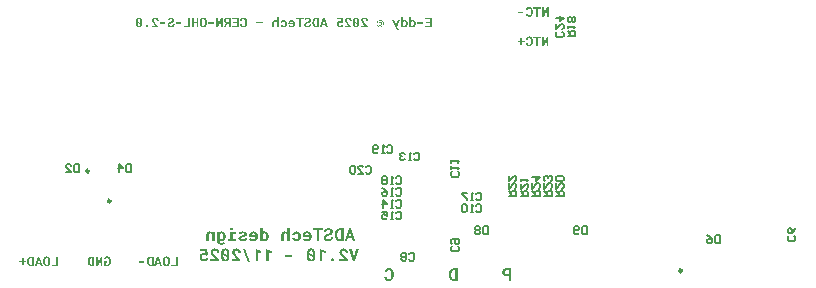
<source format=gbo>
G04*
G04 #@! TF.GenerationSoftware,Altium Limited,Altium Designer,25.8.1 (18)*
G04*
G04 Layer_Color=6740479*
%FSLAX44Y44*%
%MOMM*%
G71*
G04*
G04 #@! TF.SameCoordinates,CB7AE753-39BB-4508-A2AF-D9C63A25AC19*
G04*
G04*
G04 #@! TF.FilePolarity,Positive*
G04*
G01*
G75*
%ADD10C,0.2500*%
%ADD12C,0.1500*%
G36*
X-40247Y230117D02*
X-40094Y230104D01*
X-39914Y230076D01*
X-39706Y230048D01*
X-39512Y229993D01*
X-39304Y229923D01*
X-39276Y229909D01*
X-39221Y229882D01*
X-39124Y229840D01*
X-38999Y229771D01*
X-38846Y229688D01*
X-38708Y229590D01*
X-38555Y229480D01*
X-38403Y229355D01*
X-38389Y229341D01*
X-38347Y229285D01*
X-38278Y229216D01*
X-38194Y229119D01*
X-38097Y228994D01*
X-38000Y228842D01*
X-37903Y228689D01*
X-37820Y228509D01*
X-37806Y228481D01*
X-37792Y228426D01*
X-37765Y228328D01*
X-37723Y228204D01*
X-37681Y228051D01*
X-37654Y227885D01*
X-37640Y227691D01*
X-37626Y227496D01*
X-39165D01*
Y227510D01*
Y227552D01*
Y227607D01*
X-39179Y227691D01*
X-39207Y227871D01*
X-39248Y228065D01*
Y228079D01*
X-39262Y228106D01*
X-39290Y228162D01*
X-39318Y228218D01*
X-39387Y228370D01*
X-39498Y228509D01*
X-39512Y228523D01*
X-39526Y228536D01*
X-39609Y228606D01*
X-39720Y228689D01*
X-39887Y228758D01*
X-39900D01*
X-39928Y228772D01*
X-39983Y228786D01*
X-40039Y228800D01*
X-40122Y228814D01*
X-40219Y228828D01*
X-40427Y228842D01*
X-40511D01*
X-40566Y228828D01*
X-40705Y228814D01*
X-40857Y228758D01*
X-40871D01*
X-40899Y228745D01*
X-40982Y228703D01*
X-41093Y228633D01*
X-41204Y228536D01*
X-41232Y228509D01*
X-41287Y228439D01*
X-41357Y228328D01*
X-41412Y228176D01*
Y228162D01*
X-41426Y228134D01*
X-41440Y228093D01*
X-41454Y228037D01*
X-41481Y227885D01*
X-41495Y227704D01*
Y227691D01*
Y227677D01*
Y227579D01*
X-41467Y227455D01*
X-41440Y227316D01*
Y227302D01*
X-41426Y227288D01*
X-41412Y227247D01*
X-41398Y227191D01*
X-41343Y227052D01*
X-41259Y226900D01*
Y226886D01*
X-41232Y226858D01*
X-41204Y226817D01*
X-41162Y226761D01*
X-41051Y226595D01*
X-40913Y226401D01*
X-40899Y226387D01*
X-40871Y226359D01*
X-40830Y226304D01*
X-40774Y226234D01*
X-40691Y226137D01*
X-40608Y226040D01*
X-40400Y225804D01*
X-37778Y222989D01*
Y221949D01*
X-43298D01*
Y223183D01*
X-39748D01*
X-41273Y224792D01*
X-41287Y224806D01*
X-41343Y224861D01*
X-41412Y224944D01*
X-41509Y225042D01*
X-41620Y225153D01*
X-41731Y225277D01*
X-41981Y225555D01*
X-41995Y225569D01*
X-42036Y225624D01*
X-42091Y225693D01*
X-42175Y225791D01*
X-42258Y225902D01*
X-42355Y226026D01*
X-42535Y226290D01*
X-42549Y226304D01*
X-42577Y226345D01*
X-42618Y226415D01*
X-42674Y226512D01*
X-42730Y226609D01*
X-42785Y226734D01*
X-42896Y226997D01*
Y227011D01*
X-42910Y227066D01*
X-42937Y227136D01*
X-42965Y227233D01*
X-42979Y227344D01*
X-43007Y227482D01*
X-43021Y227760D01*
Y227788D01*
Y227843D01*
X-43007Y227954D01*
Y228079D01*
X-42979Y228231D01*
X-42951Y228384D01*
X-42910Y228550D01*
X-42854Y228717D01*
X-42840Y228731D01*
X-42827Y228786D01*
X-42785Y228869D01*
X-42730Y228980D01*
X-42660Y229105D01*
X-42577Y229230D01*
X-42480Y229355D01*
X-42369Y229480D01*
X-42355Y229493D01*
X-42313Y229535D01*
X-42244Y229590D01*
X-42147Y229660D01*
X-42036Y229729D01*
X-41897Y229812D01*
X-41745Y229882D01*
X-41564Y229951D01*
X-41537Y229965D01*
X-41481Y229979D01*
X-41384Y230007D01*
X-41259Y230048D01*
X-41093Y230076D01*
X-40913Y230104D01*
X-40705Y230117D01*
X-40483Y230131D01*
X-40372D01*
X-40247Y230117D01*
D02*
G37*
G36*
X-53866D02*
X-53713Y230104D01*
X-53533Y230076D01*
X-53325Y230048D01*
X-53131Y229993D01*
X-52923Y229923D01*
X-52895Y229909D01*
X-52839Y229882D01*
X-52743Y229840D01*
X-52618Y229771D01*
X-52465Y229688D01*
X-52326Y229590D01*
X-52174Y229480D01*
X-52021Y229355D01*
X-52007Y229341D01*
X-51966Y229285D01*
X-51897Y229216D01*
X-51813Y229119D01*
X-51716Y228994D01*
X-51619Y228842D01*
X-51522Y228689D01*
X-51439Y228509D01*
X-51425Y228481D01*
X-51411Y228426D01*
X-51383Y228328D01*
X-51342Y228204D01*
X-51300Y228051D01*
X-51272Y227885D01*
X-51259Y227691D01*
X-51245Y227496D01*
X-52784D01*
Y227510D01*
Y227552D01*
Y227607D01*
X-52798Y227691D01*
X-52826Y227871D01*
X-52867Y228065D01*
Y228079D01*
X-52881Y228106D01*
X-52909Y228162D01*
X-52937Y228218D01*
X-53006Y228370D01*
X-53117Y228509D01*
X-53131Y228523D01*
X-53145Y228536D01*
X-53228Y228606D01*
X-53339Y228689D01*
X-53505Y228758D01*
X-53519D01*
X-53547Y228772D01*
X-53602Y228786D01*
X-53658Y228800D01*
X-53741Y228814D01*
X-53838Y228828D01*
X-54046Y228842D01*
X-54129D01*
X-54185Y228828D01*
X-54324Y228814D01*
X-54476Y228758D01*
X-54490D01*
X-54518Y228745D01*
X-54601Y228703D01*
X-54712Y228633D01*
X-54823Y228536D01*
X-54851Y228509D01*
X-54906Y228439D01*
X-54975Y228328D01*
X-55031Y228176D01*
Y228162D01*
X-55045Y228134D01*
X-55058Y228093D01*
X-55072Y228037D01*
X-55100Y227885D01*
X-55114Y227704D01*
Y227691D01*
Y227677D01*
Y227579D01*
X-55086Y227455D01*
X-55058Y227316D01*
Y227302D01*
X-55045Y227288D01*
X-55031Y227247D01*
X-55017Y227191D01*
X-54961Y227052D01*
X-54878Y226900D01*
Y226886D01*
X-54851Y226858D01*
X-54823Y226817D01*
X-54781Y226761D01*
X-54670Y226595D01*
X-54531Y226401D01*
X-54518Y226387D01*
X-54490Y226359D01*
X-54448Y226304D01*
X-54393Y226234D01*
X-54310Y226137D01*
X-54226Y226040D01*
X-54018Y225804D01*
X-51397Y222989D01*
Y221949D01*
X-56917D01*
Y223183D01*
X-53366D01*
X-54892Y224792D01*
X-54906Y224806D01*
X-54961Y224861D01*
X-55031Y224944D01*
X-55128Y225042D01*
X-55239Y225153D01*
X-55350Y225277D01*
X-55599Y225555D01*
X-55613Y225569D01*
X-55655Y225624D01*
X-55710Y225693D01*
X-55793Y225791D01*
X-55877Y225902D01*
X-55974Y226026D01*
X-56154Y226290D01*
X-56168Y226304D01*
X-56196Y226345D01*
X-56237Y226415D01*
X-56293Y226512D01*
X-56348Y226609D01*
X-56404Y226734D01*
X-56515Y226997D01*
Y227011D01*
X-56529Y227066D01*
X-56556Y227136D01*
X-56584Y227233D01*
X-56598Y227344D01*
X-56626Y227482D01*
X-56639Y227760D01*
Y227788D01*
Y227843D01*
X-56626Y227954D01*
Y228079D01*
X-56598Y228231D01*
X-56570Y228384D01*
X-56529Y228550D01*
X-56473Y228717D01*
X-56459Y228731D01*
X-56445Y228786D01*
X-56404Y228869D01*
X-56348Y228980D01*
X-56279Y229105D01*
X-56196Y229230D01*
X-56099Y229355D01*
X-55988Y229480D01*
X-55974Y229493D01*
X-55932Y229535D01*
X-55863Y229590D01*
X-55766Y229660D01*
X-55655Y229729D01*
X-55516Y229812D01*
X-55364Y229882D01*
X-55183Y229951D01*
X-55156Y229965D01*
X-55100Y229979D01*
X-55003Y230007D01*
X-54878Y230048D01*
X-54712Y230076D01*
X-54531Y230104D01*
X-54324Y230117D01*
X-54102Y230131D01*
X-53991D01*
X-53866Y230117D01*
D02*
G37*
G36*
X-217291D02*
X-217139Y230104D01*
X-216958Y230076D01*
X-216750Y230048D01*
X-216556Y229993D01*
X-216348Y229923D01*
X-216320Y229909D01*
X-216265Y229882D01*
X-216168Y229840D01*
X-216043Y229771D01*
X-215890Y229688D01*
X-215752Y229590D01*
X-215599Y229480D01*
X-215446Y229355D01*
X-215433Y229341D01*
X-215391Y229285D01*
X-215322Y229216D01*
X-215238Y229119D01*
X-215141Y228994D01*
X-215044Y228842D01*
X-214947Y228689D01*
X-214864Y228509D01*
X-214850Y228481D01*
X-214836Y228426D01*
X-214809Y228328D01*
X-214767Y228204D01*
X-214725Y228051D01*
X-214698Y227885D01*
X-214684Y227691D01*
X-214670Y227496D01*
X-216209D01*
Y227510D01*
Y227552D01*
Y227607D01*
X-216223Y227691D01*
X-216251Y227871D01*
X-216292Y228065D01*
Y228079D01*
X-216306Y228106D01*
X-216334Y228162D01*
X-216362Y228218D01*
X-216431Y228370D01*
X-216542Y228509D01*
X-216556Y228523D01*
X-216570Y228536D01*
X-216653Y228606D01*
X-216764Y228689D01*
X-216931Y228758D01*
X-216944D01*
X-216972Y228772D01*
X-217027Y228786D01*
X-217083Y228800D01*
X-217166Y228814D01*
X-217263Y228828D01*
X-217471Y228842D01*
X-217554D01*
X-217610Y228828D01*
X-217749Y228814D01*
X-217901Y228758D01*
X-217915D01*
X-217943Y228745D01*
X-218026Y228703D01*
X-218137Y228633D01*
X-218248Y228536D01*
X-218276Y228509D01*
X-218331Y228439D01*
X-218400Y228328D01*
X-218456Y228176D01*
Y228162D01*
X-218470Y228134D01*
X-218484Y228093D01*
X-218498Y228037D01*
X-218525Y227885D01*
X-218539Y227704D01*
Y227691D01*
Y227677D01*
Y227579D01*
X-218512Y227455D01*
X-218484Y227316D01*
Y227302D01*
X-218470Y227288D01*
X-218456Y227247D01*
X-218442Y227191D01*
X-218387Y227052D01*
X-218303Y226900D01*
Y226886D01*
X-218276Y226858D01*
X-218248Y226817D01*
X-218206Y226761D01*
X-218095Y226595D01*
X-217957Y226401D01*
X-217943Y226387D01*
X-217915Y226359D01*
X-217873Y226304D01*
X-217818Y226234D01*
X-217735Y226137D01*
X-217652Y226040D01*
X-217444Y225804D01*
X-214823Y222989D01*
Y221949D01*
X-220342D01*
Y223183D01*
X-216792D01*
X-218317Y224792D01*
X-218331Y224806D01*
X-218387Y224861D01*
X-218456Y224944D01*
X-218553Y225042D01*
X-218664Y225153D01*
X-218775Y225277D01*
X-219025Y225555D01*
X-219038Y225569D01*
X-219080Y225624D01*
X-219135Y225693D01*
X-219219Y225791D01*
X-219302Y225902D01*
X-219399Y226026D01*
X-219579Y226290D01*
X-219593Y226304D01*
X-219621Y226345D01*
X-219662Y226415D01*
X-219718Y226512D01*
X-219774Y226609D01*
X-219829Y226734D01*
X-219940Y226997D01*
Y227011D01*
X-219954Y227066D01*
X-219981Y227136D01*
X-220009Y227233D01*
X-220023Y227344D01*
X-220051Y227482D01*
X-220065Y227760D01*
Y227788D01*
Y227843D01*
X-220051Y227954D01*
Y228079D01*
X-220023Y228231D01*
X-219995Y228384D01*
X-219954Y228550D01*
X-219898Y228717D01*
X-219884Y228731D01*
X-219871Y228786D01*
X-219829Y228869D01*
X-219774Y228980D01*
X-219704Y229105D01*
X-219621Y229230D01*
X-219524Y229355D01*
X-219413Y229480D01*
X-219399Y229493D01*
X-219357Y229535D01*
X-219288Y229590D01*
X-219191Y229660D01*
X-219080Y229729D01*
X-218941Y229812D01*
X-218789Y229882D01*
X-218608Y229951D01*
X-218581Y229965D01*
X-218525Y229979D01*
X-218428Y230007D01*
X-218303Y230048D01*
X-218137Y230076D01*
X-217957Y230104D01*
X-217749Y230117D01*
X-217527Y230131D01*
X-217416D01*
X-217291Y230117D01*
D02*
G37*
G36*
X-112917Y221949D02*
X-114457D01*
Y226276D01*
X-114471Y226290D01*
X-114512Y226345D01*
X-114568Y226415D01*
X-114651Y226484D01*
X-114665Y226498D01*
X-114720Y226539D01*
X-114804Y226595D01*
X-114901Y226650D01*
X-114928Y226664D01*
X-114998Y226692D01*
X-115095Y226734D01*
X-115220Y226761D01*
X-115233D01*
X-115247Y226775D01*
X-115331Y226789D01*
X-115455Y226803D01*
X-115691D01*
X-115760Y226789D01*
X-115913Y226775D01*
X-116079Y226734D01*
X-116093D01*
X-116121Y226720D01*
X-116204Y226678D01*
X-116315Y226609D01*
X-116440Y226512D01*
X-116454D01*
X-116468Y226484D01*
X-116523Y226415D01*
X-116593Y226290D01*
X-116662Y226137D01*
Y226123D01*
X-116676Y226096D01*
X-116690Y226040D01*
X-116704Y225985D01*
X-116717Y225902D01*
X-116731Y225804D01*
X-116745Y225583D01*
Y221949D01*
X-118285D01*
Y225569D01*
Y225583D01*
Y225596D01*
Y225680D01*
X-118271Y225804D01*
Y225957D01*
X-118243Y226137D01*
X-118215Y226331D01*
X-118187Y226525D01*
X-118132Y226706D01*
Y226734D01*
X-118104Y226789D01*
X-118063Y226872D01*
X-118021Y226983D01*
X-117882Y227233D01*
X-117785Y227358D01*
X-117688Y227469D01*
X-117674Y227482D01*
X-117633Y227524D01*
X-117577Y227579D01*
X-117494Y227635D01*
X-117397Y227718D01*
X-117286Y227788D01*
X-117147Y227857D01*
X-117009Y227912D01*
X-116995D01*
X-116939Y227940D01*
X-116856Y227954D01*
X-116759Y227982D01*
X-116634Y228009D01*
X-116482Y228023D01*
X-116315Y228051D01*
X-116038D01*
X-115955Y228037D01*
X-115760Y228009D01*
X-115539Y227954D01*
X-115525D01*
X-115483Y227940D01*
X-115428Y227912D01*
X-115358Y227885D01*
X-115192Y227801D01*
X-115012Y227691D01*
X-114984Y227677D01*
X-114915Y227621D01*
X-114817Y227538D01*
X-114706Y227427D01*
X-114679Y227399D01*
X-114623Y227344D01*
X-114540Y227247D01*
X-114457Y227122D01*
Y230464D01*
X-112917D01*
Y221949D01*
D02*
G37*
G36*
X-58512Y225915D02*
X-59746Y225610D01*
X-59760Y225624D01*
X-59802Y225666D01*
X-59871Y225721D01*
X-59940Y225777D01*
X-59954Y225791D01*
X-60009Y225832D01*
X-60079Y225874D01*
X-60162Y225929D01*
X-60190Y225943D01*
X-60245Y225957D01*
X-60342Y225998D01*
X-60453Y226026D01*
X-60467D01*
X-60481Y226040D01*
X-60564Y226054D01*
X-60689Y226068D01*
X-60980D01*
X-61050Y226054D01*
X-61244Y226026D01*
X-61438Y225957D01*
X-61452D01*
X-61480Y225943D01*
X-61521Y225915D01*
X-61590Y225874D01*
X-61715Y225777D01*
X-61854Y225652D01*
X-61868Y225638D01*
X-61882Y225624D01*
X-61909Y225583D01*
X-61951Y225527D01*
X-62034Y225375D01*
X-62104Y225194D01*
Y225180D01*
X-62118Y225153D01*
X-62131Y225097D01*
X-62145Y225028D01*
X-62159Y224931D01*
X-62173Y224834D01*
X-62187Y224598D01*
Y224584D01*
Y224542D01*
Y224487D01*
X-62173Y224404D01*
X-62159Y224209D01*
X-62118Y223988D01*
Y223974D01*
X-62104Y223946D01*
X-62090Y223890D01*
X-62076Y223821D01*
X-62007Y223669D01*
X-61923Y223502D01*
Y223488D01*
X-61896Y223475D01*
X-61826Y223391D01*
X-61715Y223280D01*
X-61563Y223183D01*
X-61549D01*
X-61521Y223169D01*
X-61480Y223155D01*
X-61410Y223128D01*
X-61341Y223114D01*
X-61244Y223086D01*
X-61036Y223072D01*
X-60953D01*
X-60855Y223086D01*
X-60745Y223114D01*
X-60620Y223142D01*
X-60481Y223183D01*
X-60342Y223253D01*
X-60204Y223350D01*
X-60190Y223363D01*
X-60148Y223405D01*
X-60107Y223475D01*
X-60037Y223558D01*
X-59968Y223682D01*
X-59912Y223821D01*
X-59857Y223988D01*
X-59829Y224168D01*
X-58304D01*
Y224140D01*
Y224071D01*
X-58318Y223974D01*
X-58345Y223835D01*
X-58373Y223682D01*
X-58415Y223516D01*
X-58470Y223336D01*
X-58553Y223169D01*
X-58567Y223155D01*
X-58595Y223100D01*
X-58650Y223017D01*
X-58720Y222920D01*
X-58803Y222795D01*
X-58914Y222684D01*
X-59039Y222559D01*
X-59177Y222434D01*
X-59191Y222421D01*
X-59247Y222393D01*
X-59316Y222337D01*
X-59427Y222268D01*
X-59552Y222199D01*
X-59704Y222129D01*
X-59857Y222060D01*
X-60037Y221991D01*
X-60065D01*
X-60121Y221963D01*
X-60217Y221949D01*
X-60342Y221921D01*
X-60495Y221894D01*
X-60661Y221866D01*
X-60842Y221852D01*
X-61036Y221838D01*
X-61147D01*
X-61285Y221852D01*
X-61452Y221866D01*
X-61632Y221894D01*
X-61826Y221921D01*
X-62034Y221977D01*
X-62228Y222046D01*
X-62256Y222060D01*
X-62312Y222088D01*
X-62409Y222129D01*
X-62534Y222199D01*
X-62658Y222282D01*
X-62797Y222393D01*
X-62950Y222504D01*
X-63074Y222628D01*
X-63088Y222642D01*
X-63130Y222698D01*
X-63185Y222767D01*
X-63255Y222878D01*
X-63338Y223003D01*
X-63421Y223155D01*
X-63491Y223308D01*
X-63560Y223488D01*
X-63574Y223516D01*
X-63588Y223572D01*
X-63615Y223669D01*
X-63643Y223807D01*
X-63671Y223960D01*
X-63699Y224140D01*
X-63726Y224334D01*
Y224529D01*
Y224542D01*
Y224556D01*
Y224639D01*
X-63712Y224750D01*
Y224917D01*
X-63685Y225083D01*
X-63657Y225277D01*
X-63615Y225471D01*
X-63560Y225666D01*
X-63546Y225693D01*
X-63532Y225749D01*
X-63491Y225846D01*
X-63435Y225971D01*
X-63366Y226096D01*
X-63296Y226248D01*
X-63199Y226387D01*
X-63088Y226525D01*
X-63074Y226539D01*
X-63033Y226581D01*
X-62964Y226650D01*
X-62866Y226720D01*
X-62755Y226803D01*
X-62631Y226900D01*
X-62478Y226983D01*
X-62312Y227052D01*
X-62298Y227066D01*
X-62228Y227080D01*
X-62131Y227108D01*
X-62007Y227150D01*
X-61854Y227191D01*
X-61674Y227219D01*
X-61480Y227233D01*
X-61272Y227247D01*
X-61119D01*
X-61022Y227233D01*
X-60911Y227219D01*
X-60786Y227205D01*
X-60536Y227136D01*
X-60523D01*
X-60481Y227122D01*
X-60426Y227094D01*
X-60356Y227080D01*
X-60204Y227011D01*
X-60051Y226928D01*
X-60245Y228703D01*
X-63463D01*
Y230020D01*
X-58983D01*
X-58512Y225915D01*
D02*
G37*
G36*
X-180914Y221949D02*
X-182454D01*
Y225444D01*
X-184742D01*
Y221949D01*
X-186281D01*
Y230020D01*
X-184742D01*
Y226706D01*
X-182454D01*
Y230020D01*
X-180914D01*
Y221949D01*
D02*
G37*
G36*
X-126092Y225277D02*
X-132292D01*
Y226539D01*
X-126092D01*
Y225277D01*
D02*
G37*
G36*
X8875Y224875D02*
X4257D01*
Y226123D01*
X8875D01*
Y224875D01*
D02*
G37*
G36*
X-168169D02*
X-172787D01*
Y226123D01*
X-168169D01*
Y224875D01*
D02*
G37*
G36*
X-195407D02*
X-200025D01*
Y226123D01*
X-195407D01*
Y224875D01*
D02*
G37*
G36*
X-209025D02*
X-213644D01*
Y226123D01*
X-209025D01*
Y224875D01*
D02*
G37*
G36*
X-160486Y221949D02*
X-162053D01*
Y227150D01*
X-164300Y221949D01*
X-165853D01*
Y230020D01*
X-164286D01*
Y224834D01*
X-162053Y230020D01*
X-160486D01*
Y221949D01*
D02*
G37*
G36*
X-12815Y222199D02*
X-12469Y221547D01*
X-12455Y221533D01*
X-12427Y221477D01*
X-12385Y221422D01*
X-12344Y221367D01*
X-12330Y221353D01*
X-12316Y221311D01*
X-12275Y221255D01*
X-12205Y221159D01*
X-12191Y221145D01*
X-12136Y221089D01*
X-12053Y221006D01*
X-11955Y220923D01*
X-11928Y220909D01*
X-11858Y220867D01*
X-11761Y220812D01*
X-11637Y220798D01*
X-11498D01*
X-11401Y220812D01*
X-11373D01*
X-11318Y220826D01*
X-11165D01*
X-10971Y219647D01*
X-10985D01*
X-11012Y219633D01*
X-11096Y219619D01*
X-11207Y219591D01*
X-11331Y219564D01*
X-11359D01*
X-11442Y219550D01*
X-11567Y219536D01*
X-11803D01*
X-11886Y219550D01*
X-11997D01*
X-12122Y219578D01*
X-12261Y219605D01*
X-12399Y219633D01*
X-12524Y219688D01*
X-12538Y219702D01*
X-12580Y219716D01*
X-12649Y219744D01*
X-12732Y219799D01*
X-12912Y219910D01*
X-13107Y220077D01*
X-13120Y220091D01*
X-13148Y220118D01*
X-13190Y220160D01*
X-13245Y220215D01*
X-13370Y220382D01*
X-13495Y220562D01*
X-13509Y220576D01*
X-13523Y220604D01*
X-13550Y220659D01*
X-13592Y220728D01*
X-13675Y220881D01*
X-13758Y221061D01*
X-16809Y227940D01*
X-15104D01*
X-13731Y224417D01*
X-13509Y223821D01*
X-13342Y224431D01*
X-11969Y227940D01*
X-10277D01*
X-12815Y222199D01*
D02*
G37*
G36*
X-142527Y230117D02*
X-142402Y230104D01*
X-142249Y230090D01*
X-141958Y230020D01*
X-141944D01*
X-141889Y230007D01*
X-141819Y229979D01*
X-141722Y229937D01*
X-141611Y229896D01*
X-141486Y229840D01*
X-141237Y229701D01*
X-141223Y229688D01*
X-141181Y229660D01*
X-141112Y229604D01*
X-141015Y229535D01*
X-140918Y229438D01*
X-140807Y229341D01*
X-140585Y229091D01*
X-140571Y229077D01*
X-140543Y229022D01*
X-140488Y228953D01*
X-140419Y228855D01*
X-140349Y228731D01*
X-140266Y228592D01*
X-140183Y228426D01*
X-140113Y228259D01*
Y228245D01*
X-140086Y228190D01*
X-140058Y228120D01*
X-140030Y228023D01*
X-139989Y227899D01*
X-139947Y227760D01*
X-139878Y227441D01*
Y227427D01*
X-139864Y227372D01*
X-139850Y227274D01*
Y227164D01*
X-139836Y227025D01*
X-139822Y226872D01*
X-139808Y226692D01*
Y226512D01*
Y225430D01*
Y225402D01*
Y225347D01*
Y225236D01*
X-139822Y225111D01*
Y224958D01*
X-139850Y224792D01*
X-139892Y224431D01*
Y224417D01*
X-139905Y224348D01*
X-139933Y224265D01*
X-139961Y224154D01*
X-139989Y224029D01*
X-140030Y223877D01*
X-140141Y223585D01*
X-140155Y223572D01*
X-140169Y223516D01*
X-140211Y223447D01*
X-140252Y223350D01*
X-140308Y223239D01*
X-140377Y223128D01*
X-140543Y222878D01*
X-140557Y222864D01*
X-140585Y222823D01*
X-140640Y222767D01*
X-140710Y222698D01*
X-140793Y222601D01*
X-140890Y222518D01*
X-141098Y222337D01*
X-141112Y222323D01*
X-141153Y222296D01*
X-141237Y222254D01*
X-141320Y222199D01*
X-141431Y222143D01*
X-141570Y222074D01*
X-141861Y221963D01*
X-141875D01*
X-141930Y221949D01*
X-142027Y221921D01*
X-142138Y221907D01*
X-142277Y221880D01*
X-142429Y221852D01*
X-142610Y221838D01*
X-142901D01*
X-143012Y221852D01*
X-143164Y221866D01*
X-143345Y221880D01*
X-143539Y221921D01*
X-143747Y221963D01*
X-143941Y222018D01*
X-143969Y222032D01*
X-144024Y222046D01*
X-144121Y222088D01*
X-144246Y222157D01*
X-144399Y222226D01*
X-144537Y222323D01*
X-144690Y222421D01*
X-144843Y222545D01*
X-144856Y222559D01*
X-144912Y222601D01*
X-144967Y222670D01*
X-145064Y222767D01*
X-145148Y222892D01*
X-145259Y223031D01*
X-145356Y223183D01*
X-145439Y223363D01*
X-145453Y223391D01*
X-145480Y223447D01*
X-145508Y223558D01*
X-145550Y223696D01*
X-145605Y223849D01*
X-145647Y224043D01*
X-145675Y224251D01*
X-145702Y224473D01*
X-144149D01*
Y224459D01*
Y224417D01*
X-144135Y224334D01*
X-144121Y224251D01*
X-144080Y224043D01*
X-144024Y223835D01*
Y223821D01*
X-144010Y223794D01*
X-143983Y223752D01*
X-143955Y223696D01*
X-143872Y223558D01*
X-143747Y223419D01*
X-143733D01*
X-143719Y223391D01*
X-143636Y223322D01*
X-143497Y223239D01*
X-143331Y223169D01*
X-143317D01*
X-143289Y223155D01*
X-143234Y223142D01*
X-143178D01*
X-143095Y223128D01*
X-142998Y223114D01*
X-142790Y223100D01*
X-142651D01*
X-142513Y223114D01*
X-142374Y223142D01*
X-142360D01*
X-142346Y223155D01*
X-142263Y223183D01*
X-142152Y223239D01*
X-142041Y223308D01*
X-142013Y223322D01*
X-141958Y223377D01*
X-141875Y223461D01*
X-141791Y223558D01*
Y223572D01*
X-141778Y223585D01*
X-141722Y223655D01*
X-141667Y223766D01*
X-141611Y223904D01*
Y223918D01*
X-141597Y223960D01*
X-141570Y224015D01*
X-141556Y224085D01*
X-141528Y224182D01*
X-141500Y224293D01*
X-141445Y224556D01*
Y224570D01*
X-141431Y224626D01*
Y224709D01*
X-141417Y224806D01*
X-141403Y224944D01*
Y225083D01*
X-141389Y225250D01*
Y225430D01*
Y226525D01*
Y226539D01*
Y226581D01*
Y226650D01*
Y226747D01*
X-141403Y226845D01*
Y226956D01*
X-141417Y227191D01*
Y227205D01*
X-141431Y227247D01*
Y227302D01*
X-141445Y227372D01*
X-141486Y227566D01*
X-141528Y227760D01*
Y227774D01*
X-141542Y227815D01*
X-141570Y227871D01*
X-141597Y227954D01*
X-141680Y228134D01*
X-141778Y228328D01*
X-141791Y228342D01*
X-141805Y228370D01*
X-141847Y228412D01*
X-141889Y228467D01*
X-142013Y228592D01*
X-142166Y228703D01*
X-142194Y228717D01*
X-142249Y228745D01*
X-142346Y228786D01*
X-142457Y228828D01*
X-142471D01*
X-142485Y228842D01*
X-142554Y228855D01*
X-142665Y228869D01*
X-142929D01*
X-142998Y228855D01*
X-143192Y228828D01*
X-143386Y228772D01*
X-143400D01*
X-143428Y228758D01*
X-143469Y228731D01*
X-143539Y228703D01*
X-143664Y228620D01*
X-143802Y228509D01*
X-143816Y228495D01*
X-143830Y228481D01*
X-143858Y228439D01*
X-143899Y228384D01*
X-143983Y228231D01*
X-144052Y228037D01*
Y228023D01*
X-144066Y227996D01*
X-144080Y227940D01*
X-144094Y227857D01*
X-144121Y227774D01*
X-144135Y227663D01*
X-144163Y227413D01*
X-145716D01*
Y227427D01*
Y227441D01*
X-145702Y227524D01*
X-145688Y227635D01*
X-145661Y227801D01*
X-145619Y227968D01*
X-145577Y228162D01*
X-145508Y228356D01*
X-145439Y228550D01*
X-145425Y228578D01*
X-145397Y228633D01*
X-145356Y228731D01*
X-145286Y228855D01*
X-145203Y228980D01*
X-145106Y229133D01*
X-144995Y229272D01*
X-144870Y229410D01*
X-144856Y229424D01*
X-144801Y229466D01*
X-144732Y229535D01*
X-144621Y229604D01*
X-144496Y229688D01*
X-144343Y229785D01*
X-144163Y229868D01*
X-143983Y229937D01*
X-143955Y229951D01*
X-143899Y229965D01*
X-143788Y229993D01*
X-143650Y230034D01*
X-143469Y230076D01*
X-143275Y230104D01*
X-143040Y230117D01*
X-142804Y230131D01*
X-142637D01*
X-142527Y230117D01*
D02*
G37*
G36*
X-101809Y228037D02*
X-101656Y228023D01*
X-101476Y227996D01*
X-101282Y227954D01*
X-101074Y227899D01*
X-100866Y227815D01*
X-100838Y227801D01*
X-100783Y227774D01*
X-100686Y227718D01*
X-100561Y227649D01*
X-100408Y227566D01*
X-100256Y227455D01*
X-100103Y227330D01*
X-99951Y227191D01*
X-99937Y227177D01*
X-99881Y227122D01*
X-99812Y227025D01*
X-99729Y226914D01*
X-99632Y226775D01*
X-99534Y226595D01*
X-99437Y226415D01*
X-99340Y226207D01*
X-99326Y226179D01*
X-99313Y226110D01*
X-99271Y225985D01*
X-99243Y225832D01*
X-99202Y225652D01*
X-99160Y225444D01*
X-99146Y225208D01*
X-99132Y224958D01*
Y224736D01*
Y224709D01*
Y224639D01*
X-99146Y224515D01*
X-99160Y224362D01*
X-99188Y224196D01*
X-99229Y224002D01*
X-99285Y223794D01*
X-99354Y223599D01*
X-99368Y223572D01*
X-99396Y223516D01*
X-99451Y223419D01*
X-99521Y223294D01*
X-99604Y223142D01*
X-99715Y222989D01*
X-99840Y222836D01*
X-99978Y222684D01*
X-99992Y222670D01*
X-100048Y222615D01*
X-100131Y222545D01*
X-100256Y222462D01*
X-100394Y222351D01*
X-100561Y222254D01*
X-100741Y222157D01*
X-100949Y222060D01*
X-100977Y222046D01*
X-101046Y222032D01*
X-101171Y221991D01*
X-101323Y221949D01*
X-101504Y221907D01*
X-101726Y221880D01*
X-101961Y221852D01*
X-102211Y221838D01*
X-102364D01*
X-102433Y221852D01*
X-102516D01*
X-102724Y221880D01*
X-102960Y221921D01*
X-103223Y221977D01*
X-103473Y222060D01*
X-103723Y222171D01*
X-103737D01*
X-103750Y222185D01*
X-103834Y222226D01*
X-103945Y222296D01*
X-104083Y222393D01*
X-104236Y222504D01*
X-104388Y222628D01*
X-104527Y222767D01*
X-104652Y222920D01*
X-103875Y223752D01*
X-103861Y223738D01*
X-103834Y223696D01*
X-103764Y223627D01*
X-103695Y223558D01*
X-103584Y223475D01*
X-103473Y223391D01*
X-103334Y223308D01*
X-103182Y223239D01*
X-103168D01*
X-103112Y223211D01*
X-103029Y223183D01*
X-102918Y223155D01*
X-102780Y223128D01*
X-102627Y223100D01*
X-102474Y223086D01*
X-102308Y223072D01*
X-102183D01*
X-102114Y223086D01*
X-101906Y223114D01*
X-101698Y223169D01*
X-101684D01*
X-101656Y223183D01*
X-101601Y223211D01*
X-101545Y223239D01*
X-101393Y223322D01*
X-101226Y223447D01*
X-101213Y223461D01*
X-101199Y223475D01*
X-101102Y223572D01*
X-101004Y223696D01*
X-100893Y223849D01*
Y223863D01*
X-100880Y223890D01*
X-100852Y223932D01*
X-100824Y224002D01*
X-100796Y224085D01*
X-100769Y224196D01*
X-100727Y224307D01*
X-100699Y224431D01*
Y224445D01*
X-104777D01*
Y225097D01*
Y225111D01*
Y225125D01*
Y225208D01*
X-104763Y225333D01*
X-104749Y225499D01*
X-104735Y225680D01*
X-104693Y225888D01*
X-104652Y226096D01*
X-104583Y226304D01*
X-104569Y226331D01*
X-104555Y226401D01*
X-104513Y226498D01*
X-104444Y226623D01*
X-104375Y226775D01*
X-104291Y226928D01*
X-104180Y227080D01*
X-104056Y227233D01*
X-104042Y227247D01*
X-103986Y227302D01*
X-103917Y227372D01*
X-103806Y227455D01*
X-103681Y227552D01*
X-103528Y227649D01*
X-103362Y227746D01*
X-103182Y227829D01*
X-103154Y227843D01*
X-103099Y227871D01*
X-102988Y227899D01*
X-102849Y227940D01*
X-102683Y227982D01*
X-102488Y228023D01*
X-102267Y228037D01*
X-102031Y228051D01*
X-101920D01*
X-101809Y228037D01*
D02*
G37*
G36*
X-108535D02*
X-108369Y228023D01*
X-108188Y227996D01*
X-107980Y227954D01*
X-107772Y227899D01*
X-107564Y227815D01*
X-107536Y227801D01*
X-107481Y227774D01*
X-107384Y227718D01*
X-107259Y227649D01*
X-107121Y227552D01*
X-106968Y227441D01*
X-106815Y227316D01*
X-106677Y227164D01*
X-106663Y227150D01*
X-106621Y227094D01*
X-106552Y227011D01*
X-106482Y226900D01*
X-106399Y226747D01*
X-106302Y226595D01*
X-106219Y226401D01*
X-106150Y226207D01*
X-106136Y226179D01*
X-106122Y226110D01*
X-106094Y225998D01*
X-106067Y225846D01*
X-106025Y225666D01*
X-105997Y225471D01*
X-105983Y225250D01*
X-105969Y225014D01*
Y224848D01*
Y224820D01*
Y224736D01*
X-105983Y224626D01*
X-105997Y224473D01*
X-106011Y224293D01*
X-106053Y224085D01*
X-106094Y223877D01*
X-106150Y223669D01*
X-106164Y223641D01*
X-106177Y223572D01*
X-106233Y223475D01*
X-106288Y223336D01*
X-106358Y223197D01*
X-106455Y223031D01*
X-106566Y222864D01*
X-106691Y222712D01*
X-106704Y222698D01*
X-106760Y222642D01*
X-106829Y222573D01*
X-106926Y222476D01*
X-107051Y222365D01*
X-107204Y222268D01*
X-107370Y222157D01*
X-107564Y222060D01*
X-107592Y222046D01*
X-107661Y222032D01*
X-107772Y221991D01*
X-107911Y221949D01*
X-108091Y221907D01*
X-108299Y221880D01*
X-108535Y221852D01*
X-108785Y221838D01*
X-108868D01*
X-108979Y221852D01*
X-109104D01*
X-109256Y221880D01*
X-109423Y221907D01*
X-109603Y221935D01*
X-109769Y221991D01*
X-109797Y222004D01*
X-109853Y222018D01*
X-109936Y222060D01*
X-110047Y222115D01*
X-110171Y222171D01*
X-110310Y222254D01*
X-110588Y222434D01*
X-110601Y222448D01*
X-110643Y222490D01*
X-110712Y222545D01*
X-110782Y222628D01*
X-110879Y222726D01*
X-110962Y222850D01*
X-111045Y222989D01*
X-111128Y223128D01*
X-111142Y223142D01*
X-111156Y223197D01*
X-111198Y223280D01*
X-111226Y223391D01*
X-111267Y223516D01*
X-111295Y223655D01*
X-111323Y223821D01*
Y223988D01*
X-109866D01*
Y223974D01*
Y223946D01*
Y223918D01*
Y223863D01*
X-109839Y223738D01*
X-109797Y223599D01*
X-109783Y223572D01*
X-109742Y223502D01*
X-109658Y223419D01*
X-109561Y223322D01*
X-109547D01*
X-109534Y223308D01*
X-109450Y223253D01*
X-109339Y223183D01*
X-109187Y223128D01*
X-109173D01*
X-109159Y223114D01*
X-109117Y223100D01*
X-109062D01*
X-108923Y223072D01*
X-108757Y223058D01*
X-108701D01*
X-108632Y223072D01*
X-108549D01*
X-108355Y223128D01*
X-108244Y223155D01*
X-108147Y223211D01*
X-108133Y223225D01*
X-108105Y223239D01*
X-108063Y223267D01*
X-108008Y223322D01*
X-107883Y223447D01*
X-107772Y223613D01*
Y223627D01*
X-107745Y223655D01*
X-107717Y223710D01*
X-107689Y223766D01*
X-107661Y223849D01*
X-107620Y223946D01*
X-107564Y224168D01*
Y224182D01*
X-107550Y224223D01*
Y224293D01*
X-107536Y224376D01*
X-107523Y224487D01*
Y224598D01*
X-107509Y224848D01*
Y225014D01*
Y225028D01*
Y225069D01*
Y225139D01*
X-107523Y225222D01*
Y225333D01*
X-107536Y225444D01*
X-107564Y225680D01*
Y225693D01*
X-107578Y225735D01*
X-107592Y225804D01*
X-107620Y225874D01*
X-107675Y226068D01*
X-107772Y226262D01*
Y226276D01*
X-107800Y226304D01*
X-107828Y226345D01*
X-107869Y226401D01*
X-107994Y226525D01*
X-108147Y226650D01*
X-108161Y226664D01*
X-108188Y226678D01*
X-108244Y226706D01*
X-108313Y226734D01*
X-108410Y226761D01*
X-108507Y226775D01*
X-108632Y226803D01*
X-108854D01*
X-108910Y226789D01*
X-109062Y226775D01*
X-109215Y226720D01*
X-109228D01*
X-109256Y226706D01*
X-109339Y226664D01*
X-109450Y226581D01*
X-109575Y226484D01*
X-109589D01*
X-109603Y226456D01*
X-109658Y226387D01*
X-109728Y226276D01*
X-109797Y226137D01*
Y226123D01*
X-109811Y226110D01*
X-109825Y226068D01*
X-109839Y226012D01*
X-109866Y225874D01*
Y225721D01*
X-111323D01*
Y225749D01*
Y225818D01*
Y225915D01*
X-111309Y226040D01*
X-111281Y226193D01*
X-111253Y226359D01*
X-111212Y226525D01*
X-111142Y226692D01*
X-111128Y226706D01*
X-111115Y226761D01*
X-111073Y226845D01*
X-111004Y226942D01*
X-110934Y227066D01*
X-110851Y227177D01*
X-110740Y227302D01*
X-110615Y227427D01*
X-110601Y227441D01*
X-110560Y227482D01*
X-110491Y227524D01*
X-110393Y227593D01*
X-110269Y227663D01*
X-110130Y227746D01*
X-109977Y227815D01*
X-109811Y227885D01*
X-109783Y227899D01*
X-109728Y227912D01*
X-109631Y227940D01*
X-109506Y227968D01*
X-109353Y227996D01*
X-109173Y228023D01*
X-108993Y228051D01*
X-108674D01*
X-108535Y228037D01*
D02*
G37*
G36*
X16433Y221949D02*
X10983D01*
Y223197D01*
X14866D01*
Y225485D01*
X11551D01*
Y226706D01*
X14866D01*
Y228745D01*
X11011D01*
Y230020D01*
X16433D01*
Y221949D01*
D02*
G37*
G36*
X-71437D02*
X-73074D01*
X-73545Y223627D01*
X-75972D01*
X-76444Y221949D01*
X-78094D01*
X-75487Y230020D01*
X-74072D01*
X-71437Y221949D01*
D02*
G37*
G36*
X-78773D02*
X-81048D01*
X-81145Y221963D01*
X-81284D01*
X-81436Y221977D01*
X-81603Y222004D01*
X-81963Y222074D01*
X-81991D01*
X-82046Y222101D01*
X-82130Y222129D01*
X-82254Y222171D01*
X-82379Y222226D01*
X-82532Y222296D01*
X-82823Y222462D01*
X-82837Y222476D01*
X-82879Y222504D01*
X-82948Y222545D01*
X-83031Y222601D01*
X-83128Y222684D01*
X-83239Y222767D01*
X-83447Y222975D01*
X-83461Y222989D01*
X-83503Y223031D01*
X-83544Y223100D01*
X-83614Y223183D01*
X-83697Y223280D01*
X-83780Y223405D01*
X-83946Y223669D01*
X-83960Y223682D01*
X-83988Y223738D01*
X-84030Y223821D01*
X-84071Y223946D01*
X-84127Y224071D01*
X-84182Y224237D01*
X-84238Y224404D01*
X-84279Y224584D01*
Y224612D01*
X-84293Y224667D01*
X-84321Y224778D01*
X-84348Y224903D01*
X-84362Y225056D01*
X-84390Y225236D01*
X-84404Y225430D01*
Y225638D01*
Y226304D01*
Y226331D01*
Y226401D01*
Y226512D01*
X-84390Y226664D01*
X-84376Y226831D01*
X-84348Y227011D01*
X-84279Y227399D01*
Y227427D01*
X-84251Y227482D01*
X-84224Y227593D01*
X-84182Y227718D01*
X-84127Y227857D01*
X-84071Y228023D01*
X-83905Y228342D01*
X-83891Y228356D01*
X-83877Y228398D01*
X-83835Y228467D01*
X-83780Y228564D01*
X-83627Y228772D01*
X-83433Y228994D01*
X-83419Y229008D01*
X-83392Y229050D01*
X-83322Y229091D01*
X-83253Y229160D01*
X-83156Y229244D01*
X-83059Y229327D01*
X-82809Y229493D01*
X-82795Y229507D01*
X-82740Y229535D01*
X-82657Y229577D01*
X-82546Y229632D01*
X-82421Y229701D01*
X-82268Y229757D01*
X-82102Y229826D01*
X-81922Y229882D01*
X-81894D01*
X-81838Y229909D01*
X-81741Y229923D01*
X-81603Y229951D01*
X-81450Y229979D01*
X-81270Y229993D01*
X-81076Y230020D01*
X-78773D01*
Y221949D01*
D02*
G37*
G36*
X-91851Y228745D02*
X-94306D01*
Y221949D01*
X-95873D01*
Y228745D01*
X-98370D01*
Y230020D01*
X-91851D01*
Y228745D01*
D02*
G37*
G36*
X-146992Y221949D02*
X-152442D01*
Y223197D01*
X-148559D01*
Y225485D01*
X-151874D01*
Y226706D01*
X-148559D01*
Y228745D01*
X-152415D01*
Y230020D01*
X-146992D01*
Y221949D01*
D02*
G37*
G36*
X-153718D02*
X-155272D01*
Y224958D01*
X-156450D01*
X-157976Y221949D01*
X-159640D01*
Y222018D01*
X-157907Y225347D01*
X-157920Y225361D01*
X-157962Y225375D01*
X-158031Y225402D01*
X-158101Y225444D01*
X-158295Y225555D01*
X-158503Y225693D01*
X-158517Y225707D01*
X-158545Y225735D01*
X-158600Y225777D01*
X-158669Y225832D01*
X-158822Y225985D01*
X-158974Y226179D01*
X-158988Y226193D01*
X-159002Y226234D01*
X-159044Y226290D01*
X-159085Y226359D01*
X-159127Y226456D01*
X-159182Y226553D01*
X-159266Y226803D01*
Y226817D01*
X-159279Y226858D01*
X-159293Y226942D01*
X-159321Y227025D01*
X-159335Y227150D01*
X-159349Y227274D01*
X-159363Y227427D01*
Y227579D01*
Y227593D01*
Y227607D01*
Y227677D01*
X-159349Y227788D01*
X-159335Y227940D01*
X-159307Y228093D01*
X-159279Y228273D01*
X-159224Y228453D01*
X-159155Y228633D01*
X-159141Y228647D01*
X-159113Y228717D01*
X-159072Y228800D01*
X-159002Y228897D01*
X-158919Y229022D01*
X-158822Y229147D01*
X-158711Y229272D01*
X-158572Y229396D01*
X-158558Y229410D01*
X-158503Y229452D01*
X-158420Y229507D01*
X-158309Y229563D01*
X-158170Y229646D01*
X-158018Y229715D01*
X-157823Y229785D01*
X-157629Y229854D01*
X-157601Y229868D01*
X-157532Y229882D01*
X-157421Y229909D01*
X-157282Y229937D01*
X-157102Y229965D01*
X-156894Y229993D01*
X-156672Y230020D01*
X-153718D01*
Y221949D01*
D02*
G37*
G36*
X-187862D02*
X-193216D01*
Y223197D01*
X-189429D01*
Y230020D01*
X-187862D01*
Y221949D01*
D02*
G37*
G36*
X-88259Y230117D02*
X-88107D01*
X-87941Y230090D01*
X-87746Y230062D01*
X-87538Y230020D01*
X-87344Y229965D01*
X-87316D01*
X-87261Y229937D01*
X-87164Y229896D01*
X-87039Y229854D01*
X-86900Y229785D01*
X-86748Y229715D01*
X-86443Y229521D01*
X-86429Y229507D01*
X-86387Y229466D01*
X-86318Y229410D01*
X-86235Y229327D01*
X-86138Y229216D01*
X-86040Y229105D01*
X-85929Y228966D01*
X-85846Y228814D01*
X-85833Y228800D01*
X-85819Y228745D01*
X-85777Y228661D01*
X-85749Y228536D01*
X-85708Y228398D01*
X-85666Y228245D01*
X-85652Y228079D01*
X-85638Y227885D01*
Y227871D01*
Y227815D01*
X-85652Y227718D01*
Y227621D01*
X-85680Y227482D01*
X-85708Y227344D01*
X-85735Y227205D01*
X-85791Y227052D01*
X-85805Y227039D01*
X-85819Y226983D01*
X-85860Y226914D01*
X-85916Y226831D01*
X-85985Y226720D01*
X-86068Y226609D01*
X-86165Y226484D01*
X-86276Y226373D01*
X-86290Y226359D01*
X-86332Y226318D01*
X-86415Y226262D01*
X-86512Y226193D01*
X-86623Y226096D01*
X-86762Y225998D01*
X-86928Y225902D01*
X-87108Y225804D01*
X-87136Y225791D01*
X-87205Y225763D01*
X-87303Y225707D01*
X-87455Y225652D01*
X-87621Y225583D01*
X-87830Y225513D01*
X-88051Y225430D01*
X-88287Y225361D01*
X-88301D01*
X-88357Y225333D01*
X-88440Y225319D01*
X-88537Y225277D01*
X-88773Y225194D01*
X-89008Y225097D01*
X-89022D01*
X-89064Y225069D01*
X-89105Y225056D01*
X-89175Y225014D01*
X-89341Y224917D01*
X-89494Y224806D01*
X-89508Y224792D01*
X-89522Y224778D01*
X-89591Y224695D01*
X-89660Y224584D01*
X-89729Y224445D01*
Y224431D01*
X-89743Y224417D01*
X-89771Y224334D01*
X-89799Y224196D01*
X-89813Y224043D01*
Y224029D01*
Y224002D01*
Y223974D01*
X-89799Y223918D01*
X-89771Y223794D01*
X-89716Y223655D01*
Y223641D01*
X-89702Y223627D01*
X-89660Y223544D01*
X-89577Y223447D01*
X-89466Y223350D01*
X-89452D01*
X-89438Y223322D01*
X-89355Y223267D01*
X-89230Y223197D01*
X-89064Y223142D01*
X-89050D01*
X-89022Y223128D01*
X-88967Y223114D01*
X-88911D01*
X-88828Y223100D01*
X-88731Y223086D01*
X-88509Y223072D01*
X-88384D01*
X-88301Y223086D01*
X-88093Y223100D01*
X-87871Y223142D01*
X-87857D01*
X-87830Y223155D01*
X-87774Y223183D01*
X-87705Y223211D01*
X-87538Y223280D01*
X-87372Y223391D01*
X-87358Y223405D01*
X-87344Y223419D01*
X-87303Y223461D01*
X-87247Y223502D01*
X-87150Y223641D01*
X-87039Y223821D01*
Y223835D01*
X-87025Y223863D01*
X-86997Y223918D01*
X-86983Y224002D01*
X-86956Y224085D01*
X-86942Y224196D01*
X-86914Y224445D01*
X-85389D01*
Y224417D01*
Y224334D01*
X-85402Y224223D01*
X-85416Y224071D01*
X-85444Y223904D01*
X-85486Y223724D01*
X-85541Y223530D01*
X-85624Y223350D01*
X-85638Y223336D01*
X-85666Y223267D01*
X-85722Y223183D01*
X-85805Y223072D01*
X-85902Y222948D01*
X-86013Y222823D01*
X-86138Y222684D01*
X-86290Y222545D01*
X-86304Y222531D01*
X-86373Y222490D01*
X-86456Y222421D01*
X-86581Y222351D01*
X-86734Y222268D01*
X-86900Y222171D01*
X-87108Y222088D01*
X-87316Y222018D01*
X-87344D01*
X-87414Y221991D01*
X-87538Y221963D01*
X-87691Y221935D01*
X-87871Y221907D01*
X-88065Y221880D01*
X-88287Y221866D01*
X-88509Y221852D01*
X-88620D01*
X-88731Y221866D01*
X-88883D01*
X-89064Y221880D01*
X-89258Y221907D01*
X-89646Y221991D01*
X-89674Y222004D01*
X-89729Y222018D01*
X-89827Y222046D01*
X-89951Y222101D01*
X-90104Y222157D01*
X-90243Y222226D01*
X-90395Y222323D01*
X-90548Y222421D01*
X-90562Y222434D01*
X-90603Y222476D01*
X-90673Y222531D01*
X-90756Y222615D01*
X-90853Y222712D01*
X-90950Y222836D01*
X-91047Y222961D01*
X-91130Y223114D01*
X-91144Y223128D01*
X-91172Y223183D01*
X-91200Y223280D01*
X-91241Y223391D01*
X-91283Y223530D01*
X-91324Y223682D01*
X-91338Y223863D01*
X-91352Y224057D01*
Y224071D01*
Y224085D01*
Y224168D01*
X-91338Y224279D01*
X-91311Y224431D01*
X-91283Y224598D01*
X-91227Y224778D01*
X-91158Y224972D01*
X-91061Y225153D01*
X-91047Y225180D01*
X-91005Y225236D01*
X-90950Y225319D01*
X-90867Y225430D01*
X-90756Y225555D01*
X-90631Y225693D01*
X-90478Y225832D01*
X-90312Y225971D01*
X-90298Y225985D01*
X-90257Y226012D01*
X-90187Y226054D01*
X-90104Y226110D01*
X-90007Y226165D01*
X-89882Y226234D01*
X-89619Y226359D01*
X-89605Y226373D01*
X-89549Y226387D01*
X-89480Y226415D01*
X-89383Y226456D01*
X-89258Y226498D01*
X-89133Y226553D01*
X-88828Y226637D01*
X-88814D01*
X-88759Y226650D01*
X-88689Y226678D01*
X-88592Y226706D01*
X-88481Y226734D01*
X-88370Y226775D01*
X-88121Y226858D01*
X-88107D01*
X-88065Y226886D01*
X-88010Y226900D01*
X-87941Y226942D01*
X-87774Y227025D01*
X-87608Y227136D01*
X-87594Y227150D01*
X-87566Y227164D01*
X-87483Y227233D01*
X-87372Y227344D01*
X-87275Y227469D01*
Y227482D01*
X-87261Y227496D01*
X-87219Y227593D01*
X-87178Y227718D01*
X-87164Y227871D01*
Y227885D01*
Y227912D01*
Y227954D01*
X-87178Y228009D01*
X-87205Y228134D01*
X-87247Y228273D01*
Y228287D01*
X-87261Y228301D01*
X-87316Y228384D01*
X-87386Y228495D01*
X-87497Y228606D01*
X-87510D01*
X-87524Y228633D01*
X-87608Y228675D01*
X-87732Y228745D01*
X-87899Y228800D01*
X-87913D01*
X-87941Y228814D01*
X-87996Y228828D01*
X-88065Y228842D01*
X-88148Y228855D01*
X-88246Y228869D01*
X-88454Y228883D01*
X-88578D01*
X-88662Y228869D01*
X-88856Y228842D01*
X-89050Y228786D01*
X-89064D01*
X-89092Y228772D01*
X-89133Y228758D01*
X-89202Y228731D01*
X-89327Y228647D01*
X-89466Y228536D01*
X-89480Y228523D01*
X-89494Y228509D01*
X-89563Y228426D01*
X-89646Y228301D01*
X-89716Y228148D01*
Y228134D01*
X-89729Y228106D01*
X-89743Y228065D01*
X-89771Y228009D01*
X-89799Y227843D01*
X-89827Y227649D01*
X-91338D01*
Y227677D01*
Y227746D01*
X-91324Y227843D01*
X-91311Y227982D01*
X-91283Y228134D01*
X-91255Y228301D01*
X-91200Y228467D01*
X-91130Y228647D01*
X-91116Y228661D01*
X-91089Y228731D01*
X-91047Y228814D01*
X-90978Y228925D01*
X-90894Y229036D01*
X-90797Y229174D01*
X-90686Y229313D01*
X-90548Y229438D01*
X-90534Y229452D01*
X-90478Y229493D01*
X-90395Y229549D01*
X-90284Y229618D01*
X-90159Y229701D01*
X-89993Y229785D01*
X-89827Y229868D01*
X-89632Y229937D01*
X-89605Y229951D01*
X-89549Y229965D01*
X-89438Y229993D01*
X-89300Y230034D01*
X-89133Y230076D01*
X-88925Y230104D01*
X-88717Y230117D01*
X-88481Y230131D01*
X-88384D01*
X-88259Y230117D01*
D02*
G37*
G36*
X-204019D02*
X-203866D01*
X-203700Y230090D01*
X-203506Y230062D01*
X-203298Y230020D01*
X-203104Y229965D01*
X-203076D01*
X-203020Y229937D01*
X-202923Y229896D01*
X-202799Y229854D01*
X-202660Y229785D01*
X-202507Y229715D01*
X-202202Y229521D01*
X-202188Y229507D01*
X-202147Y229466D01*
X-202077Y229410D01*
X-201994Y229327D01*
X-201897Y229216D01*
X-201800Y229105D01*
X-201689Y228966D01*
X-201606Y228814D01*
X-201592Y228800D01*
X-201578Y228745D01*
X-201537Y228661D01*
X-201509Y228536D01*
X-201467Y228398D01*
X-201426Y228245D01*
X-201412Y228079D01*
X-201398Y227885D01*
Y227871D01*
Y227815D01*
X-201412Y227718D01*
Y227621D01*
X-201439Y227482D01*
X-201467Y227344D01*
X-201495Y227205D01*
X-201550Y227052D01*
X-201564Y227039D01*
X-201578Y226983D01*
X-201620Y226914D01*
X-201675Y226831D01*
X-201745Y226720D01*
X-201828Y226609D01*
X-201925Y226484D01*
X-202036Y226373D01*
X-202050Y226359D01*
X-202091Y226318D01*
X-202174Y226262D01*
X-202272Y226193D01*
X-202383Y226096D01*
X-202521Y225998D01*
X-202688Y225902D01*
X-202868Y225804D01*
X-202896Y225791D01*
X-202965Y225763D01*
X-203062Y225707D01*
X-203215Y225652D01*
X-203381Y225583D01*
X-203589Y225513D01*
X-203811Y225430D01*
X-204047Y225361D01*
X-204061D01*
X-204116Y225333D01*
X-204199Y225319D01*
X-204296Y225277D01*
X-204532Y225194D01*
X-204768Y225097D01*
X-204782D01*
X-204823Y225069D01*
X-204865Y225056D01*
X-204934Y225014D01*
X-205101Y224917D01*
X-205253Y224806D01*
X-205267Y224792D01*
X-205281Y224778D01*
X-205350Y224695D01*
X-205420Y224584D01*
X-205489Y224445D01*
Y224431D01*
X-205503Y224417D01*
X-205531Y224334D01*
X-205558Y224196D01*
X-205572Y224043D01*
Y224029D01*
Y224002D01*
Y223974D01*
X-205558Y223918D01*
X-205531Y223794D01*
X-205475Y223655D01*
Y223641D01*
X-205461Y223627D01*
X-205420Y223544D01*
X-205336Y223447D01*
X-205226Y223350D01*
X-205212D01*
X-205198Y223322D01*
X-205115Y223267D01*
X-204990Y223197D01*
X-204823Y223142D01*
X-204809D01*
X-204782Y223128D01*
X-204726Y223114D01*
X-204671D01*
X-204588Y223100D01*
X-204491Y223086D01*
X-204269Y223072D01*
X-204144D01*
X-204061Y223086D01*
X-203853Y223100D01*
X-203631Y223142D01*
X-203617D01*
X-203589Y223155D01*
X-203534Y223183D01*
X-203464Y223211D01*
X-203298Y223280D01*
X-203131Y223391D01*
X-203118Y223405D01*
X-203104Y223419D01*
X-203062Y223461D01*
X-203007Y223502D01*
X-202910Y223641D01*
X-202799Y223821D01*
Y223835D01*
X-202785Y223863D01*
X-202757Y223918D01*
X-202743Y224002D01*
X-202715Y224085D01*
X-202701Y224196D01*
X-202674Y224445D01*
X-201148D01*
Y224417D01*
Y224334D01*
X-201162Y224223D01*
X-201176Y224071D01*
X-201204Y223904D01*
X-201245Y223724D01*
X-201301Y223530D01*
X-201384Y223350D01*
X-201398Y223336D01*
X-201426Y223267D01*
X-201481Y223183D01*
X-201564Y223072D01*
X-201661Y222948D01*
X-201772Y222823D01*
X-201897Y222684D01*
X-202050Y222545D01*
X-202064Y222531D01*
X-202133Y222490D01*
X-202216Y222421D01*
X-202341Y222351D01*
X-202493Y222268D01*
X-202660Y222171D01*
X-202868Y222088D01*
X-203076Y222018D01*
X-203104D01*
X-203173Y221991D01*
X-203298Y221963D01*
X-203450Y221935D01*
X-203631Y221907D01*
X-203825Y221880D01*
X-204047Y221866D01*
X-204269Y221852D01*
X-204380D01*
X-204491Y221866D01*
X-204643D01*
X-204823Y221880D01*
X-205018Y221907D01*
X-205406Y221991D01*
X-205434Y222004D01*
X-205489Y222018D01*
X-205586Y222046D01*
X-205711Y222101D01*
X-205863Y222157D01*
X-206002Y222226D01*
X-206155Y222323D01*
X-206307Y222421D01*
X-206321Y222434D01*
X-206363Y222476D01*
X-206432Y222531D01*
X-206515Y222615D01*
X-206612Y222712D01*
X-206709Y222836D01*
X-206807Y222961D01*
X-206890Y223114D01*
X-206904Y223128D01*
X-206931Y223183D01*
X-206959Y223280D01*
X-207001Y223391D01*
X-207042Y223530D01*
X-207084Y223682D01*
X-207098Y223863D01*
X-207112Y224057D01*
Y224071D01*
Y224085D01*
Y224168D01*
X-207098Y224279D01*
X-207070Y224431D01*
X-207042Y224598D01*
X-206987Y224778D01*
X-206917Y224972D01*
X-206820Y225153D01*
X-206807Y225180D01*
X-206765Y225236D01*
X-206709Y225319D01*
X-206626Y225430D01*
X-206515Y225555D01*
X-206390Y225693D01*
X-206238Y225832D01*
X-206071Y225971D01*
X-206058Y225985D01*
X-206016Y226012D01*
X-205947Y226054D01*
X-205863Y226110D01*
X-205766Y226165D01*
X-205642Y226234D01*
X-205378Y226359D01*
X-205364Y226373D01*
X-205309Y226387D01*
X-205239Y226415D01*
X-205142Y226456D01*
X-205018Y226498D01*
X-204893Y226553D01*
X-204588Y226637D01*
X-204574D01*
X-204518Y226650D01*
X-204449Y226678D01*
X-204352Y226706D01*
X-204241Y226734D01*
X-204130Y226775D01*
X-203880Y226858D01*
X-203866D01*
X-203825Y226886D01*
X-203769Y226900D01*
X-203700Y226942D01*
X-203534Y227025D01*
X-203367Y227136D01*
X-203353Y227150D01*
X-203326Y227164D01*
X-203242Y227233D01*
X-203131Y227344D01*
X-203034Y227469D01*
Y227482D01*
X-203020Y227496D01*
X-202979Y227593D01*
X-202937Y227718D01*
X-202923Y227871D01*
Y227885D01*
Y227912D01*
Y227954D01*
X-202937Y228009D01*
X-202965Y228134D01*
X-203007Y228273D01*
Y228287D01*
X-203020Y228301D01*
X-203076Y228384D01*
X-203145Y228495D01*
X-203256Y228606D01*
X-203270D01*
X-203284Y228633D01*
X-203367Y228675D01*
X-203492Y228745D01*
X-203658Y228800D01*
X-203672D01*
X-203700Y228814D01*
X-203755Y228828D01*
X-203825Y228842D01*
X-203908Y228855D01*
X-204005Y228869D01*
X-204213Y228883D01*
X-204338D01*
X-204421Y228869D01*
X-204615Y228842D01*
X-204809Y228786D01*
X-204823D01*
X-204851Y228772D01*
X-204893Y228758D01*
X-204962Y228731D01*
X-205087Y228647D01*
X-205226Y228536D01*
X-205239Y228523D01*
X-205253Y228509D01*
X-205323Y228426D01*
X-205406Y228301D01*
X-205475Y228148D01*
Y228134D01*
X-205489Y228106D01*
X-205503Y228065D01*
X-205531Y228009D01*
X-205558Y227843D01*
X-205586Y227649D01*
X-207098D01*
Y227677D01*
Y227746D01*
X-207084Y227843D01*
X-207070Y227982D01*
X-207042Y228134D01*
X-207015Y228301D01*
X-206959Y228467D01*
X-206890Y228647D01*
X-206876Y228661D01*
X-206848Y228731D01*
X-206807Y228814D01*
X-206737Y228925D01*
X-206654Y229036D01*
X-206557Y229174D01*
X-206446Y229313D01*
X-206307Y229438D01*
X-206293Y229452D01*
X-206238Y229493D01*
X-206155Y229549D01*
X-206044Y229618D01*
X-205919Y229701D01*
X-205753Y229785D01*
X-205586Y229868D01*
X-205392Y229937D01*
X-205364Y229951D01*
X-205309Y229965D01*
X-205198Y229993D01*
X-205059Y230034D01*
X-204893Y230076D01*
X-204685Y230104D01*
X-204477Y230117D01*
X-204241Y230131D01*
X-204144D01*
X-204019Y230117D01*
D02*
G37*
G36*
X-819Y227399D02*
X-805Y227413D01*
X-778Y227455D01*
X-708Y227510D01*
X-639Y227579D01*
X-542Y227663D01*
X-431Y227746D01*
X-306Y227815D01*
X-181Y227885D01*
X-167Y227899D01*
X-112Y227912D01*
X-43Y227940D01*
X55Y227968D01*
X179Y227996D01*
X318Y228023D01*
X485Y228051D01*
X748D01*
X845Y228037D01*
X984Y228023D01*
X1136Y227996D01*
X1303Y227954D01*
X1483Y227899D01*
X1649Y227829D01*
X1663Y227815D01*
X1719Y227788D01*
X1802Y227732D01*
X1899Y227663D01*
X2024Y227579D01*
X2135Y227469D01*
X2260Y227344D01*
X2384Y227205D01*
X2398Y227191D01*
X2440Y227136D01*
X2495Y227052D01*
X2551Y226928D01*
X2634Y226789D01*
X2717Y226623D01*
X2787Y226442D01*
X2856Y226234D01*
Y226207D01*
X2884Y226137D01*
X2898Y226012D01*
X2925Y225860D01*
X2953Y225680D01*
X2981Y225471D01*
X2995Y225236D01*
X3009Y224986D01*
Y224875D01*
Y224861D01*
Y224848D01*
Y224764D01*
X2995Y224639D01*
Y224473D01*
X2967Y224279D01*
X2939Y224085D01*
X2911Y223863D01*
X2856Y223655D01*
X2842Y223627D01*
X2828Y223558D01*
X2787Y223461D01*
X2731Y223322D01*
X2662Y223183D01*
X2592Y223017D01*
X2495Y222850D01*
X2384Y222698D01*
X2371Y222684D01*
X2329Y222628D01*
X2260Y222559D01*
X2176Y222462D01*
X2066Y222365D01*
X1941Y222254D01*
X1802Y222157D01*
X1649Y222060D01*
X1636Y222046D01*
X1566Y222032D01*
X1483Y221991D01*
X1358Y221949D01*
X1220Y221907D01*
X1053Y221880D01*
X859Y221852D01*
X665Y221838D01*
X582D01*
X485Y221852D01*
X360Y221866D01*
X221Y221880D01*
X68Y221921D01*
X-84Y221963D01*
X-223Y222032D01*
X-237Y222046D01*
X-292Y222074D01*
X-362Y222115D01*
X-459Y222171D01*
X-556Y222254D01*
X-667Y222337D01*
X-778Y222448D01*
X-888Y222573D01*
X-972Y221949D01*
X-2359D01*
Y230464D01*
X-819D01*
Y227399D01*
D02*
G37*
G36*
X-7629D02*
X-7615Y227413D01*
X-7587Y227455D01*
X-7518Y227510D01*
X-7448Y227579D01*
X-7351Y227663D01*
X-7240Y227746D01*
X-7115Y227815D01*
X-6991Y227885D01*
X-6977Y227899D01*
X-6921Y227912D01*
X-6852Y227940D01*
X-6755Y227968D01*
X-6630Y227996D01*
X-6491Y228023D01*
X-6325Y228051D01*
X-6061D01*
X-5964Y228037D01*
X-5826Y228023D01*
X-5673Y227996D01*
X-5507Y227954D01*
X-5326Y227899D01*
X-5160Y227829D01*
X-5146Y227815D01*
X-5091Y227788D01*
X-5007Y227732D01*
X-4910Y227663D01*
X-4785Y227579D01*
X-4675Y227469D01*
X-4550Y227344D01*
X-4425Y227205D01*
X-4411Y227191D01*
X-4369Y227136D01*
X-4314Y227052D01*
X-4259Y226928D01*
X-4175Y226789D01*
X-4092Y226623D01*
X-4023Y226442D01*
X-3953Y226234D01*
Y226207D01*
X-3926Y226137D01*
X-3912Y226012D01*
X-3884Y225860D01*
X-3856Y225680D01*
X-3829Y225471D01*
X-3815Y225236D01*
X-3801Y224986D01*
Y224875D01*
Y224861D01*
Y224848D01*
Y224764D01*
X-3815Y224639D01*
Y224473D01*
X-3842Y224279D01*
X-3870Y224085D01*
X-3898Y223863D01*
X-3953Y223655D01*
X-3967Y223627D01*
X-3981Y223558D01*
X-4023Y223461D01*
X-4078Y223322D01*
X-4148Y223183D01*
X-4217Y223017D01*
X-4314Y222850D01*
X-4425Y222698D01*
X-4439Y222684D01*
X-4480Y222628D01*
X-4550Y222559D01*
X-4633Y222462D01*
X-4744Y222365D01*
X-4869Y222254D01*
X-5007Y222157D01*
X-5160Y222060D01*
X-5174Y222046D01*
X-5243Y222032D01*
X-5326Y221991D01*
X-5451Y221949D01*
X-5590Y221907D01*
X-5756Y221880D01*
X-5950Y221852D01*
X-6145Y221838D01*
X-6228D01*
X-6325Y221852D01*
X-6450Y221866D01*
X-6588Y221880D01*
X-6741Y221921D01*
X-6894Y221963D01*
X-7032Y222032D01*
X-7046Y222046D01*
X-7102Y222074D01*
X-7171Y222115D01*
X-7268Y222171D01*
X-7365Y222254D01*
X-7476Y222337D01*
X-7587Y222448D01*
X-7698Y222573D01*
X-7781Y221949D01*
X-9168D01*
Y230464D01*
X-7629D01*
Y227399D01*
D02*
G37*
G36*
X-26836Y228037D02*
X-26684Y228023D01*
X-26504Y227996D01*
X-26309Y227954D01*
X-26115Y227899D01*
X-25907Y227815D01*
X-25879Y227801D01*
X-25824Y227774D01*
X-25713Y227718D01*
X-25588Y227649D01*
X-25450Y227552D01*
X-25297Y227441D01*
X-25131Y227316D01*
X-24978Y227164D01*
X-24964Y227150D01*
X-24909Y227094D01*
X-24839Y226997D01*
X-24742Y226872D01*
X-24645Y226734D01*
X-24534Y226567D01*
X-24437Y226373D01*
X-24340Y226165D01*
X-24326Y226137D01*
X-24298Y226068D01*
X-24271Y225957D01*
X-24229Y225804D01*
X-24174Y225624D01*
X-24146Y225416D01*
X-24118Y225180D01*
X-24104Y224944D01*
Y224931D01*
Y224917D01*
Y224834D01*
X-24118Y224709D01*
X-24132Y224542D01*
X-24160Y224362D01*
X-24201Y224154D01*
X-24257Y223946D01*
X-24340Y223724D01*
X-24354Y223696D01*
X-24382Y223627D01*
X-24437Y223516D01*
X-24506Y223391D01*
X-24604Y223225D01*
X-24714Y223058D01*
X-24839Y222892D01*
X-24978Y222726D01*
X-24992Y222712D01*
X-25047Y222656D01*
X-25131Y222587D01*
X-25241Y222490D01*
X-25380Y222379D01*
X-25547Y222282D01*
X-25713Y222171D01*
X-25907Y222074D01*
X-25935Y222060D01*
X-26004Y222032D01*
X-26115Y222004D01*
X-26254Y221963D01*
X-26420Y221907D01*
X-26628Y221880D01*
X-26836Y221852D01*
X-27058Y221838D01*
X-27169D01*
X-27280Y221852D01*
X-27433Y221866D01*
X-27613Y221894D01*
X-27807Y221935D01*
X-28001Y221991D01*
X-28209Y222074D01*
X-28237Y222088D01*
X-28306Y222115D01*
X-28403Y222171D01*
X-28528Y222240D01*
X-28681Y222337D01*
X-28833Y222448D01*
X-29000Y222573D01*
X-29152Y222726D01*
X-29166Y222740D01*
X-29222Y222809D01*
X-29291Y222892D01*
X-29374Y223017D01*
X-29471Y223155D01*
X-29582Y223322D01*
X-29679Y223516D01*
X-29776Y223724D01*
X-29790Y223752D01*
X-29818Y223821D01*
X-29846Y223932D01*
X-29901Y224085D01*
X-29943Y224279D01*
X-29971Y224473D01*
X-29998Y224709D01*
X-30012Y224944D01*
Y224958D01*
Y224972D01*
Y225056D01*
X-29998Y225180D01*
X-29984Y225347D01*
X-29957Y225527D01*
X-29915Y225735D01*
X-29860Y225943D01*
X-29776Y226165D01*
X-29762Y226193D01*
X-29735Y226262D01*
X-29679Y226373D01*
X-29610Y226498D01*
X-29527Y226664D01*
X-29416Y226831D01*
X-29291Y226997D01*
X-29152Y227164D01*
X-29138Y227177D01*
X-29083Y227233D01*
X-29000Y227302D01*
X-28889Y227399D01*
X-28750Y227510D01*
X-28584Y227621D01*
X-28403Y227718D01*
X-28209Y227815D01*
X-28182Y227829D01*
X-28112Y227857D01*
X-28001Y227885D01*
X-27863Y227940D01*
X-27696Y227982D01*
X-27502Y228009D01*
X-27280Y228037D01*
X-27058Y228051D01*
X-26961D01*
X-26836Y228037D01*
D02*
G37*
G36*
X-47223Y230117D02*
X-47084Y230104D01*
X-46904Y230076D01*
X-46724Y230048D01*
X-46529Y229993D01*
X-46349Y229923D01*
X-46321Y229909D01*
X-46266Y229882D01*
X-46183Y229840D01*
X-46072Y229771D01*
X-45933Y229688D01*
X-45794Y229590D01*
X-45656Y229466D01*
X-45531Y229327D01*
X-45517Y229313D01*
X-45475Y229258D01*
X-45406Y229174D01*
X-45337Y229050D01*
X-45254Y228911D01*
X-45156Y228731D01*
X-45073Y228536D01*
X-45004Y228328D01*
X-44990Y228301D01*
X-44976Y228218D01*
X-44948Y228093D01*
X-44921Y227926D01*
X-44879Y227732D01*
X-44851Y227496D01*
X-44837Y227233D01*
X-44824Y226942D01*
Y225014D01*
Y225000D01*
Y224986D01*
Y224944D01*
Y224889D01*
X-44837Y224736D01*
X-44851Y224556D01*
X-44865Y224334D01*
X-44907Y224112D01*
X-44948Y223877D01*
X-45004Y223641D01*
X-45018Y223613D01*
X-45045Y223544D01*
X-45087Y223433D01*
X-45143Y223294D01*
X-45212Y223142D01*
X-45309Y222975D01*
X-45420Y222795D01*
X-45531Y222642D01*
X-45545Y222628D01*
X-45586Y222573D01*
X-45670Y222504D01*
X-45767Y222421D01*
X-45891Y222323D01*
X-46030Y222213D01*
X-46183Y222115D01*
X-46363Y222032D01*
X-46391Y222018D01*
X-46446Y222004D01*
X-46543Y221977D01*
X-46682Y221935D01*
X-46848Y221894D01*
X-47029Y221866D01*
X-47237Y221852D01*
X-47459Y221838D01*
X-47556D01*
X-47681Y221852D01*
X-47819Y221866D01*
X-48000Y221880D01*
X-48180Y221921D01*
X-48374Y221963D01*
X-48554Y222032D01*
X-48582Y222046D01*
X-48637Y222074D01*
X-48721Y222115D01*
X-48845Y222185D01*
X-48970Y222268D01*
X-49109Y222379D01*
X-49248Y222504D01*
X-49386Y222642D01*
X-49400Y222656D01*
X-49442Y222712D01*
X-49497Y222795D01*
X-49580Y222920D01*
X-49664Y223058D01*
X-49747Y223239D01*
X-49830Y223433D01*
X-49899Y223641D01*
Y223655D01*
X-49913Y223669D01*
X-49927Y223752D01*
X-49955Y223877D01*
X-49997Y224043D01*
X-50024Y224237D01*
X-50052Y224473D01*
X-50066Y224736D01*
X-50080Y225014D01*
Y226942D01*
Y226956D01*
Y226983D01*
Y227025D01*
Y227080D01*
X-50066Y227219D01*
X-50052Y227413D01*
X-50038Y227621D01*
X-50010Y227857D01*
X-49955Y228093D01*
X-49899Y228328D01*
Y228342D01*
X-49886Y228356D01*
X-49872Y228426D01*
X-49830Y228536D01*
X-49761Y228675D01*
X-49691Y228842D01*
X-49608Y229008D01*
X-49497Y229174D01*
X-49372Y229327D01*
X-49359Y229341D01*
X-49317Y229396D01*
X-49234Y229466D01*
X-49137Y229549D01*
X-49012Y229646D01*
X-48873Y229743D01*
X-48721Y229840D01*
X-48540Y229923D01*
X-48513Y229937D01*
X-48457Y229951D01*
X-48360Y229993D01*
X-48221Y230034D01*
X-48055Y230062D01*
X-47875Y230104D01*
X-47667Y230117D01*
X-47445Y230131D01*
X-47348D01*
X-47223Y230117D01*
D02*
G37*
G36*
X-176490D02*
X-176352Y230104D01*
X-176213Y230076D01*
X-175908Y230007D01*
X-175894D01*
X-175838Y229993D01*
X-175769Y229965D01*
X-175672Y229923D01*
X-175575Y229882D01*
X-175450Y229826D01*
X-175214Y229674D01*
X-175200Y229660D01*
X-175159Y229632D01*
X-175089Y229590D01*
X-175020Y229521D01*
X-174923Y229452D01*
X-174826Y229355D01*
X-174632Y229147D01*
X-174618Y229133D01*
X-174590Y229091D01*
X-174549Y229036D01*
X-174493Y228953D01*
X-174424Y228842D01*
X-174354Y228731D01*
X-174216Y228453D01*
Y228439D01*
X-174188Y228384D01*
X-174160Y228301D01*
X-174119Y228190D01*
X-174077Y228065D01*
X-174035Y227912D01*
X-173994Y227746D01*
X-173952Y227566D01*
Y227538D01*
X-173938Y227482D01*
X-173925Y227385D01*
X-173911Y227261D01*
X-173897Y227122D01*
X-173883Y226942D01*
X-173869Y226761D01*
Y226567D01*
Y225388D01*
Y225361D01*
Y225305D01*
Y225208D01*
X-173883Y225083D01*
Y224931D01*
X-173897Y224778D01*
X-173938Y224431D01*
Y224417D01*
X-173952Y224362D01*
X-173980Y224265D01*
X-173994Y224168D01*
X-174035Y224029D01*
X-174077Y223890D01*
X-174174Y223599D01*
X-174188Y223585D01*
X-174202Y223530D01*
X-174244Y223447D01*
X-174299Y223350D01*
X-174354Y223239D01*
X-174438Y223114D01*
X-174604Y222850D01*
X-174618Y222836D01*
X-174646Y222795D01*
X-174701Y222740D01*
X-174771Y222656D01*
X-174854Y222573D01*
X-174951Y222476D01*
X-175187Y222296D01*
X-175200Y222282D01*
X-175242Y222254D01*
X-175311Y222213D01*
X-175395Y222171D01*
X-175506Y222115D01*
X-175630Y222060D01*
X-175908Y221949D01*
X-175922D01*
X-175977Y221935D01*
X-176060Y221921D01*
X-176171Y221894D01*
X-176296Y221880D01*
X-176449Y221852D01*
X-176615Y221838D01*
X-176948D01*
X-177045Y221852D01*
X-177170Y221866D01*
X-177308Y221880D01*
X-177600Y221949D01*
X-177614D01*
X-177669Y221963D01*
X-177738Y221991D01*
X-177835Y222018D01*
X-177946Y222060D01*
X-178071Y222115D01*
X-178321Y222240D01*
X-178335Y222254D01*
X-178376Y222282D01*
X-178446Y222323D01*
X-178529Y222393D01*
X-178626Y222476D01*
X-178737Y222573D01*
X-178945Y222795D01*
X-178959Y222809D01*
X-178986Y222850D01*
X-179042Y222920D01*
X-179111Y223017D01*
X-179181Y223128D01*
X-179264Y223253D01*
X-179416Y223530D01*
X-179430Y223544D01*
X-179444Y223599D01*
X-179472Y223682D01*
X-179513Y223794D01*
X-179555Y223918D01*
X-179611Y224057D01*
X-179680Y224390D01*
Y224417D01*
X-179694Y224473D01*
X-179708Y224570D01*
X-179735Y224695D01*
X-179749Y224848D01*
X-179763Y225014D01*
X-179777Y225194D01*
Y225388D01*
Y226567D01*
Y226595D01*
Y226664D01*
Y226761D01*
X-179763Y226900D01*
X-179749Y227052D01*
X-179735Y227233D01*
X-179666Y227593D01*
Y227621D01*
X-179652Y227677D01*
X-179625Y227774D01*
X-179597Y227899D01*
X-179555Y228037D01*
X-179500Y228190D01*
X-179375Y228495D01*
X-179361Y228509D01*
X-179347Y228550D01*
X-179305Y228620D01*
X-179264Y228717D01*
X-179125Y228925D01*
X-178959Y229147D01*
X-178945Y229160D01*
X-178917Y229202D01*
X-178862Y229258D01*
X-178792Y229327D01*
X-178709Y229410D01*
X-178612Y229493D01*
X-178376Y229674D01*
X-178362Y229688D01*
X-178321Y229715D01*
X-178251Y229757D01*
X-178168Y229799D01*
X-178057Y229854D01*
X-177932Y229909D01*
X-177794Y229965D01*
X-177641Y230007D01*
X-177627D01*
X-177572Y230020D01*
X-177489Y230048D01*
X-177378Y230076D01*
X-177253Y230090D01*
X-177100Y230117D01*
X-176948Y230131D01*
X-176601D01*
X-176490Y230117D01*
D02*
G37*
G36*
X-224322Y223835D02*
X-224198Y223807D01*
X-224073Y223780D01*
X-223948Y223724D01*
X-223823Y223655D01*
X-223698Y223558D01*
X-223684Y223544D01*
X-223657Y223502D01*
X-223615Y223447D01*
X-223559Y223363D01*
X-223504Y223253D01*
X-223463Y223128D01*
X-223435Y222989D01*
X-223421Y222836D01*
Y222823D01*
Y222767D01*
X-223435Y222684D01*
X-223463Y222587D01*
X-223490Y222476D01*
X-223546Y222351D01*
X-223615Y222226D01*
X-223712Y222115D01*
X-223726Y222101D01*
X-223768Y222074D01*
X-223837Y222032D01*
X-223920Y221977D01*
X-224031Y221921D01*
X-224170Y221880D01*
X-224322Y221852D01*
X-224489Y221838D01*
X-224572D01*
X-224669Y221852D01*
X-224780Y221880D01*
X-224905Y221907D01*
X-225030Y221949D01*
X-225168Y222018D01*
X-225279Y222115D01*
X-225293Y222129D01*
X-225321Y222171D01*
X-225376Y222226D01*
X-225432Y222309D01*
X-225473Y222421D01*
X-225529Y222545D01*
X-225557Y222684D01*
X-225571Y222836D01*
Y222850D01*
Y222906D01*
X-225557Y222989D01*
X-225529Y223086D01*
X-225501Y223197D01*
X-225446Y223322D01*
X-225376Y223447D01*
X-225279Y223558D01*
X-225265Y223572D01*
X-225224Y223599D01*
X-225154Y223655D01*
X-225071Y223710D01*
X-224960Y223752D01*
X-224822Y223807D01*
X-224669Y223835D01*
X-224489Y223849D01*
X-224405D01*
X-224322Y223835D01*
D02*
G37*
G36*
X-231076Y230117D02*
X-230938Y230104D01*
X-230757Y230076D01*
X-230577Y230048D01*
X-230383Y229993D01*
X-230203Y229923D01*
X-230175Y229909D01*
X-230119Y229882D01*
X-230036Y229840D01*
X-229925Y229771D01*
X-229786Y229688D01*
X-229648Y229590D01*
X-229509Y229466D01*
X-229384Y229327D01*
X-229370Y229313D01*
X-229329Y229258D01*
X-229259Y229174D01*
X-229190Y229050D01*
X-229107Y228911D01*
X-229010Y228731D01*
X-228927Y228536D01*
X-228857Y228328D01*
X-228843Y228301D01*
X-228829Y228218D01*
X-228802Y228093D01*
X-228774Y227926D01*
X-228732Y227732D01*
X-228705Y227496D01*
X-228691Y227233D01*
X-228677Y226942D01*
Y225014D01*
Y225000D01*
Y224986D01*
Y224944D01*
Y224889D01*
X-228691Y224736D01*
X-228705Y224556D01*
X-228719Y224334D01*
X-228760Y224112D01*
X-228802Y223877D01*
X-228857Y223641D01*
X-228871Y223613D01*
X-228899Y223544D01*
X-228941Y223433D01*
X-228996Y223294D01*
X-229065Y223142D01*
X-229162Y222975D01*
X-229273Y222795D01*
X-229384Y222642D01*
X-229398Y222628D01*
X-229440Y222573D01*
X-229523Y222504D01*
X-229620Y222421D01*
X-229745Y222323D01*
X-229883Y222213D01*
X-230036Y222115D01*
X-230216Y222032D01*
X-230244Y222018D01*
X-230300Y222004D01*
X-230397Y221977D01*
X-230535Y221935D01*
X-230702Y221894D01*
X-230882Y221866D01*
X-231090Y221852D01*
X-231312Y221838D01*
X-231409D01*
X-231534Y221852D01*
X-231673Y221866D01*
X-231853Y221880D01*
X-232033Y221921D01*
X-232227Y221963D01*
X-232408Y222032D01*
X-232435Y222046D01*
X-232491Y222074D01*
X-232574Y222115D01*
X-232699Y222185D01*
X-232824Y222268D01*
X-232962Y222379D01*
X-233101Y222504D01*
X-233240Y222642D01*
X-233254Y222656D01*
X-233295Y222712D01*
X-233351Y222795D01*
X-233434Y222920D01*
X-233517Y223058D01*
X-233600Y223239D01*
X-233683Y223433D01*
X-233753Y223641D01*
Y223655D01*
X-233767Y223669D01*
X-233781Y223752D01*
X-233808Y223877D01*
X-233850Y224043D01*
X-233878Y224237D01*
X-233905Y224473D01*
X-233919Y224736D01*
X-233933Y225014D01*
Y226942D01*
Y226956D01*
Y226983D01*
Y227025D01*
Y227080D01*
X-233919Y227219D01*
X-233905Y227413D01*
X-233892Y227621D01*
X-233864Y227857D01*
X-233808Y228093D01*
X-233753Y228328D01*
Y228342D01*
X-233739Y228356D01*
X-233725Y228426D01*
X-233683Y228536D01*
X-233614Y228675D01*
X-233545Y228842D01*
X-233462Y229008D01*
X-233351Y229174D01*
X-233226Y229327D01*
X-233212Y229341D01*
X-233170Y229396D01*
X-233087Y229466D01*
X-232990Y229549D01*
X-232865Y229646D01*
X-232727Y229743D01*
X-232574Y229840D01*
X-232394Y229923D01*
X-232366Y229937D01*
X-232311Y229951D01*
X-232213Y229993D01*
X-232075Y230034D01*
X-231908Y230062D01*
X-231728Y230104D01*
X-231520Y230117D01*
X-231298Y230131D01*
X-231201D01*
X-231076Y230117D01*
D02*
G37*
G36*
X-226700Y22641D02*
X-231324D01*
Y23891D01*
X-226700D01*
Y22641D01*
D02*
G37*
G36*
X-198676Y19704D02*
X-204029D01*
Y20964D01*
X-200249D01*
Y27785D01*
X-198676D01*
Y19704D01*
D02*
G37*
G36*
X-211642D02*
X-213287D01*
X-213766Y21391D01*
X-216192D01*
X-216661Y19704D01*
X-218306D01*
X-215713Y27785D01*
X-214297D01*
X-211642Y19704D01*
D02*
G37*
G36*
X-219004D02*
X-221274D01*
X-221379Y19715D01*
X-221504Y19725D01*
X-221660Y19735D01*
X-221826Y19756D01*
X-222014Y19787D01*
X-222191Y19829D01*
X-222201D01*
X-222212Y19840D01*
X-222274Y19850D01*
X-222368Y19881D01*
X-222482Y19933D01*
X-222618Y19985D01*
X-222753Y20048D01*
X-222909Y20131D01*
X-223055Y20214D01*
X-223076Y20225D01*
X-223118Y20256D01*
X-223180Y20298D01*
X-223263Y20360D01*
X-223357Y20433D01*
X-223461Y20527D01*
X-223576Y20621D01*
X-223680Y20735D01*
X-223690Y20746D01*
X-223732Y20787D01*
X-223784Y20860D01*
X-223847Y20943D01*
X-223930Y21048D01*
X-224013Y21162D01*
X-224097Y21287D01*
X-224180Y21423D01*
X-224190Y21443D01*
X-224211Y21495D01*
X-224253Y21579D01*
X-224305Y21693D01*
X-224357Y21829D01*
X-224409Y21985D01*
X-224461Y22151D01*
X-224513Y22339D01*
Y22349D01*
X-224524Y22360D01*
Y22391D01*
X-224534Y22422D01*
X-224555Y22526D01*
X-224576Y22662D01*
X-224597Y22818D01*
X-224617Y22995D01*
X-224638Y23193D01*
Y23401D01*
Y24068D01*
Y24078D01*
Y24099D01*
Y24130D01*
Y24172D01*
X-224628Y24276D01*
X-224617Y24422D01*
X-224607Y24588D01*
X-224586Y24776D01*
X-224544Y24963D01*
X-224503Y25161D01*
Y25171D01*
X-224492Y25182D01*
X-224482Y25244D01*
X-224451Y25348D01*
X-224409Y25473D01*
X-224357Y25619D01*
X-224294Y25786D01*
X-224222Y25942D01*
X-224138Y26109D01*
X-224128Y26130D01*
X-224107Y26171D01*
X-224065Y26234D01*
X-224003Y26328D01*
X-223930Y26421D01*
X-223857Y26536D01*
X-223763Y26640D01*
X-223659Y26754D01*
X-223649Y26765D01*
X-223607Y26806D01*
X-223555Y26859D01*
X-223482Y26932D01*
X-223389Y27015D01*
X-223284Y27098D01*
X-223159Y27181D01*
X-223034Y27265D01*
X-223014Y27275D01*
X-222962Y27306D01*
X-222889Y27348D01*
X-222774Y27411D01*
X-222649Y27473D01*
X-222493Y27536D01*
X-222326Y27598D01*
X-222149Y27650D01*
X-222139D01*
X-222128Y27660D01*
X-222066Y27671D01*
X-221962Y27692D01*
X-221837Y27723D01*
X-221681Y27744D01*
X-221504Y27765D01*
X-221306Y27775D01*
X-221097Y27785D01*
X-219004D01*
Y19704D01*
D02*
G37*
G36*
X-207861Y27890D02*
X-207747D01*
X-207622Y27869D01*
X-207476Y27848D01*
X-207320Y27817D01*
X-207174Y27775D01*
X-207153D01*
X-207111Y27754D01*
X-207028Y27723D01*
X-206934Y27692D01*
X-206830Y27640D01*
X-206705Y27587D01*
X-206466Y27442D01*
X-206455Y27431D01*
X-206414Y27400D01*
X-206351Y27358D01*
X-206278Y27296D01*
X-206185Y27213D01*
X-206091Y27129D01*
X-205987Y27025D01*
X-205893Y26911D01*
X-205882Y26900D01*
X-205851Y26859D01*
X-205810Y26796D01*
X-205747Y26702D01*
X-205685Y26598D01*
X-205612Y26484D01*
X-205539Y26359D01*
X-205476Y26213D01*
X-205466Y26192D01*
X-205445Y26140D01*
X-205414Y26067D01*
X-205372Y25953D01*
X-205331Y25828D01*
X-205289Y25682D01*
X-205247Y25515D01*
X-205206Y25338D01*
Y25317D01*
X-205195Y25255D01*
X-205174Y25161D01*
X-205164Y25036D01*
X-205143Y24880D01*
X-205122Y24713D01*
X-205112Y24526D01*
Y24328D01*
Y23151D01*
Y23141D01*
Y23130D01*
Y23068D01*
Y22974D01*
X-205122Y22849D01*
X-205133Y22693D01*
X-205143Y22537D01*
X-205195Y22193D01*
Y22172D01*
X-205216Y22120D01*
X-205226Y22027D01*
X-205258Y21922D01*
X-205289Y21797D01*
X-205331Y21652D01*
X-205435Y21360D01*
X-205445Y21339D01*
X-205466Y21287D01*
X-205497Y21214D01*
X-205549Y21110D01*
X-205612Y20996D01*
X-205685Y20870D01*
X-205851Y20610D01*
X-205862Y20600D01*
X-205893Y20558D01*
X-205955Y20496D01*
X-206018Y20423D01*
X-206112Y20329D01*
X-206205Y20246D01*
X-206320Y20152D01*
X-206434Y20058D01*
X-206445Y20048D01*
X-206497Y20017D01*
X-206560Y19975D01*
X-206653Y19933D01*
X-206757Y19871D01*
X-206882Y19819D01*
X-207018Y19767D01*
X-207164Y19715D01*
X-207184D01*
X-207236Y19694D01*
X-207309Y19683D01*
X-207424Y19662D01*
X-207549Y19642D01*
X-207705Y19621D01*
X-207861Y19610D01*
X-208038Y19600D01*
X-208111D01*
X-208195Y19610D01*
X-208309D01*
X-208434Y19621D01*
X-208569Y19642D01*
X-208861Y19704D01*
X-208882D01*
X-208923Y19725D01*
X-208996Y19746D01*
X-209090Y19777D01*
X-209205Y19819D01*
X-209319Y19871D01*
X-209569Y19996D01*
X-209590Y20006D01*
X-209632Y20037D01*
X-209694Y20089D01*
X-209777Y20152D01*
X-209881Y20235D01*
X-209986Y20329D01*
X-210100Y20443D01*
X-210204Y20558D01*
X-210215Y20568D01*
X-210256Y20621D01*
X-210308Y20683D01*
X-210371Y20777D01*
X-210444Y20881D01*
X-210517Y21006D01*
X-210600Y21141D01*
X-210673Y21287D01*
X-210683Y21308D01*
X-210704Y21360D01*
X-210735Y21433D01*
X-210777Y21547D01*
X-210819Y21672D01*
X-210860Y21818D01*
X-210902Y21985D01*
X-210944Y22151D01*
Y22162D01*
Y22172D01*
X-210954Y22235D01*
X-210975Y22329D01*
X-210996Y22453D01*
X-211006Y22610D01*
X-211027Y22776D01*
X-211038Y22964D01*
Y23151D01*
Y24328D01*
Y24338D01*
Y24349D01*
Y24380D01*
Y24422D01*
Y24526D01*
X-211027Y24661D01*
X-211017Y24817D01*
X-210996Y24994D01*
X-210933Y25359D01*
Y25369D01*
Y25380D01*
X-210912Y25442D01*
X-210892Y25536D01*
X-210860Y25661D01*
X-210819Y25796D01*
X-210767Y25953D01*
X-210642Y26265D01*
X-210631Y26286D01*
X-210611Y26328D01*
X-210569Y26390D01*
X-210527Y26484D01*
X-210465Y26577D01*
X-210392Y26692D01*
X-210215Y26921D01*
X-210204Y26932D01*
X-210173Y26973D01*
X-210121Y27025D01*
X-210048Y27098D01*
X-209965Y27181D01*
X-209871Y27265D01*
X-209757Y27348D01*
X-209642Y27431D01*
X-209632Y27442D01*
X-209580Y27473D01*
X-209517Y27515D01*
X-209423Y27556D01*
X-209319Y27619D01*
X-209194Y27671D01*
X-209048Y27723D01*
X-208903Y27775D01*
X-208882Y27785D01*
X-208830Y27796D01*
X-208746Y27817D01*
X-208642Y27838D01*
X-208507Y27858D01*
X-208361Y27879D01*
X-208205Y27900D01*
X-207955D01*
X-207861Y27890D01*
D02*
G37*
G36*
X-262277Y19704D02*
X-263849D01*
Y24911D01*
X-266099Y19704D01*
X-267650D01*
Y27785D01*
X-266088D01*
X-266078Y22589D01*
X-263849Y27785D01*
X-262277D01*
Y19704D01*
D02*
G37*
G36*
X-258038Y27890D02*
X-257924D01*
X-257799Y27869D01*
X-257653Y27848D01*
X-257507Y27817D01*
X-257351Y27775D01*
X-257330Y27765D01*
X-257288Y27754D01*
X-257205Y27723D01*
X-257111Y27681D01*
X-256997Y27629D01*
X-256872Y27567D01*
X-256747Y27494D01*
X-256622Y27411D01*
X-256611Y27400D01*
X-256570Y27369D01*
X-256518Y27327D01*
X-256445Y27275D01*
X-256362Y27202D01*
X-256268Y27109D01*
X-256174Y27015D01*
X-256080Y26911D01*
X-256070Y26900D01*
X-256039Y26859D01*
X-255997Y26796D01*
X-255935Y26723D01*
X-255872Y26630D01*
X-255799Y26515D01*
X-255737Y26390D01*
X-255664Y26265D01*
X-255653Y26244D01*
X-255633Y26192D01*
X-255591Y26109D01*
X-255549Y26005D01*
X-255508Y25869D01*
X-255456Y25713D01*
X-255403Y25546D01*
X-255362Y25359D01*
Y25348D01*
Y25338D01*
X-255351Y25307D01*
X-255341Y25276D01*
X-255331Y25171D01*
X-255310Y25036D01*
X-255289Y24880D01*
X-255278Y24692D01*
X-255258Y24495D01*
Y24286D01*
Y23182D01*
Y23172D01*
Y23151D01*
Y23120D01*
Y23078D01*
X-255268Y22964D01*
Y22818D01*
X-255278Y22641D01*
X-255299Y22453D01*
X-255362Y22058D01*
Y22047D01*
X-255372Y22037D01*
X-255383Y21974D01*
X-255414Y21870D01*
X-255445Y21756D01*
X-255487Y21610D01*
X-255549Y21454D01*
X-255685Y21141D01*
X-255695Y21121D01*
X-255716Y21079D01*
X-255758Y21006D01*
X-255810Y20923D01*
X-255872Y20818D01*
X-255955Y20704D01*
X-256133Y20475D01*
X-256143Y20464D01*
X-256174Y20423D01*
X-256237Y20371D01*
X-256299Y20308D01*
X-256393Y20225D01*
X-256487Y20141D01*
X-256601Y20069D01*
X-256716Y19985D01*
X-256726Y19975D01*
X-256778Y19954D01*
X-256841Y19923D01*
X-256934Y19881D01*
X-257038Y19840D01*
X-257164Y19787D01*
X-257288Y19746D01*
X-257434Y19704D01*
X-257455D01*
X-257507Y19683D01*
X-257580Y19673D01*
X-257684Y19652D01*
X-257809Y19631D01*
X-257955Y19621D01*
X-258111Y19600D01*
X-258351D01*
X-258455Y19610D01*
X-258580D01*
X-258726Y19621D01*
X-258892Y19642D01*
X-259225Y19694D01*
X-259246D01*
X-259298Y19715D01*
X-259382Y19725D01*
X-259496Y19756D01*
X-259621Y19787D01*
X-259757Y19829D01*
X-260027Y19933D01*
X-260048Y19944D01*
X-260090Y19964D01*
X-260152Y19985D01*
X-260246Y20027D01*
X-260340Y20079D01*
X-260444Y20131D01*
X-260652Y20266D01*
X-260663Y20277D01*
X-260694Y20298D01*
X-260746Y20339D01*
X-260798Y20391D01*
X-260933Y20506D01*
X-260996Y20579D01*
X-261058Y20641D01*
Y23828D01*
X-258163D01*
Y22662D01*
X-259496D01*
Y21193D01*
X-259486Y21183D01*
X-259454Y21152D01*
X-259392Y21110D01*
X-259309Y21058D01*
X-259288Y21048D01*
X-259236Y21016D01*
X-259142Y20985D01*
X-259038Y20943D01*
X-259028D01*
X-259007Y20933D01*
X-258976D01*
X-258934Y20923D01*
X-258830Y20891D01*
X-258705Y20870D01*
X-258673D01*
X-258642Y20860D01*
X-258590D01*
X-258476Y20850D01*
X-258340Y20839D01*
X-258288D01*
X-258236Y20850D01*
X-258163Y20860D01*
X-258080Y20870D01*
X-257997Y20881D01*
X-257809Y20933D01*
X-257799D01*
X-257768Y20954D01*
X-257726Y20975D01*
X-257663Y21006D01*
X-257528Y21089D01*
X-257393Y21214D01*
X-257372Y21235D01*
X-257330Y21287D01*
X-257268Y21360D01*
X-257205Y21454D01*
Y21464D01*
X-257195Y21474D01*
X-257153Y21537D01*
X-257101Y21631D01*
X-257049Y21745D01*
Y21756D01*
X-257028Y21797D01*
X-257018Y21849D01*
X-256986Y21933D01*
X-256966Y22027D01*
X-256934Y22131D01*
X-256903Y22256D01*
X-256882Y22380D01*
Y22401D01*
X-256872Y22443D01*
X-256861Y22516D01*
Y22620D01*
X-256851Y22735D01*
X-256841Y22870D01*
X-256830Y23026D01*
Y23182D01*
Y24297D01*
Y24318D01*
Y24359D01*
Y24422D01*
X-256841Y24515D01*
Y24609D01*
X-256851Y24724D01*
X-256872Y24942D01*
Y24953D01*
X-256882Y24994D01*
X-256893Y25047D01*
X-256903Y25130D01*
X-256914Y25213D01*
X-256934Y25307D01*
X-256986Y25494D01*
Y25505D01*
X-257007Y25546D01*
X-257028Y25609D01*
X-257059Y25682D01*
X-257091Y25765D01*
X-257132Y25859D01*
X-257236Y26036D01*
X-257247Y26046D01*
X-257268Y26077D01*
X-257299Y26119D01*
X-257341Y26171D01*
X-257445Y26296D01*
X-257580Y26421D01*
X-257590D01*
X-257601Y26442D01*
X-257632Y26452D01*
X-257674Y26484D01*
X-257778Y26536D01*
X-257892Y26577D01*
X-257903D01*
X-257924Y26588D01*
X-257955Y26598D01*
X-257997Y26609D01*
X-258111Y26619D01*
X-258236Y26630D01*
X-258351D01*
X-258434Y26619D01*
X-258517Y26609D01*
X-258611Y26598D01*
X-258799Y26546D01*
X-258809D01*
X-258840Y26536D01*
X-258882Y26515D01*
X-258934Y26484D01*
X-259069Y26400D01*
X-259194Y26286D01*
X-259205Y26275D01*
X-259215Y26255D01*
X-259246Y26223D01*
X-259277Y26182D01*
X-259309Y26119D01*
X-259340Y26057D01*
X-259413Y25900D01*
Y25890D01*
X-259423Y25859D01*
X-259444Y25817D01*
X-259454Y25755D01*
X-259475Y25682D01*
X-259496Y25598D01*
X-259527Y25390D01*
X-261058D01*
Y25401D01*
Y25411D01*
X-261048Y25442D01*
Y25484D01*
X-261027Y25598D01*
X-261006Y25734D01*
X-260965Y25900D01*
X-260923Y26067D01*
X-260871Y26255D01*
X-260798Y26432D01*
Y26442D01*
X-260788Y26452D01*
X-260767Y26515D01*
X-260715Y26598D01*
X-260652Y26713D01*
X-260579Y26838D01*
X-260485Y26973D01*
X-260371Y27109D01*
X-260246Y27234D01*
X-260236Y27244D01*
X-260184Y27285D01*
X-260111Y27338D01*
X-260007Y27411D01*
X-259892Y27494D01*
X-259746Y27577D01*
X-259580Y27650D01*
X-259392Y27723D01*
X-259382D01*
X-259371Y27733D01*
X-259340Y27744D01*
X-259298Y27754D01*
X-259194Y27775D01*
X-259048Y27817D01*
X-258871Y27848D01*
X-258673Y27869D01*
X-258444Y27890D01*
X-258195Y27900D01*
X-258122D01*
X-258038Y27890D01*
D02*
G37*
G36*
X-269108Y19704D02*
X-271379D01*
X-271483Y19715D01*
X-271608Y19725D01*
X-271764Y19735D01*
X-271931Y19756D01*
X-272118Y19787D01*
X-272295Y19829D01*
X-272305D01*
X-272316Y19840D01*
X-272378Y19850D01*
X-272472Y19881D01*
X-272587Y19933D01*
X-272722Y19985D01*
X-272857Y20048D01*
X-273014Y20131D01*
X-273159Y20214D01*
X-273180Y20225D01*
X-273222Y20256D01*
X-273284Y20298D01*
X-273368Y20360D01*
X-273461Y20433D01*
X-273566Y20527D01*
X-273680Y20621D01*
X-273784Y20735D01*
X-273795Y20746D01*
X-273836Y20787D01*
X-273888Y20860D01*
X-273951Y20943D01*
X-274034Y21048D01*
X-274118Y21162D01*
X-274201Y21287D01*
X-274284Y21423D01*
X-274294Y21443D01*
X-274315Y21495D01*
X-274357Y21579D01*
X-274409Y21693D01*
X-274461Y21829D01*
X-274513Y21985D01*
X-274565Y22151D01*
X-274617Y22339D01*
Y22349D01*
X-274628Y22360D01*
Y22391D01*
X-274638Y22422D01*
X-274659Y22526D01*
X-274680Y22662D01*
X-274701Y22818D01*
X-274722Y22995D01*
X-274742Y23193D01*
Y23401D01*
Y24068D01*
Y24078D01*
Y24099D01*
Y24130D01*
Y24172D01*
X-274732Y24276D01*
X-274722Y24422D01*
X-274711Y24588D01*
X-274690Y24776D01*
X-274649Y24963D01*
X-274607Y25161D01*
Y25171D01*
X-274597Y25182D01*
X-274586Y25244D01*
X-274555Y25348D01*
X-274513Y25473D01*
X-274461Y25619D01*
X-274399Y25786D01*
X-274326Y25942D01*
X-274242Y26109D01*
X-274232Y26130D01*
X-274211Y26171D01*
X-274170Y26234D01*
X-274107Y26328D01*
X-274034Y26421D01*
X-273961Y26536D01*
X-273867Y26640D01*
X-273763Y26754D01*
X-273753Y26765D01*
X-273711Y26806D01*
X-273659Y26859D01*
X-273586Y26932D01*
X-273493Y27015D01*
X-273389Y27098D01*
X-273263Y27181D01*
X-273139Y27265D01*
X-273118Y27275D01*
X-273066Y27306D01*
X-272993Y27348D01*
X-272878Y27411D01*
X-272753Y27473D01*
X-272597Y27536D01*
X-272430Y27598D01*
X-272253Y27650D01*
X-272243D01*
X-272232Y27660D01*
X-272170Y27671D01*
X-272066Y27692D01*
X-271941Y27723D01*
X-271785Y27744D01*
X-271608Y27765D01*
X-271410Y27775D01*
X-271201Y27785D01*
X-269108D01*
Y19704D01*
D02*
G37*
G36*
X-329023Y24203D02*
X-326982D01*
Y22797D01*
X-329023D01*
Y20506D01*
X-330491D01*
Y22797D01*
X-332522D01*
Y24203D01*
X-330491D01*
Y26400D01*
X-329023D01*
Y24203D01*
D02*
G37*
G36*
X-299978Y19704D02*
X-305331D01*
Y20964D01*
X-301551D01*
Y27785D01*
X-299978D01*
Y19704D01*
D02*
G37*
G36*
X-312943D02*
X-314589D01*
X-315068Y21391D01*
X-317495D01*
X-317963Y19704D01*
X-319608D01*
X-317015Y27785D01*
X-315599D01*
X-312943Y19704D01*
D02*
G37*
G36*
X-320306D02*
X-322576D01*
X-322681Y19715D01*
X-322806Y19725D01*
X-322962Y19735D01*
X-323128Y19756D01*
X-323316Y19787D01*
X-323493Y19829D01*
X-323503D01*
X-323514Y19840D01*
X-323576Y19850D01*
X-323670Y19881D01*
X-323784Y19933D01*
X-323920Y19985D01*
X-324055Y20048D01*
X-324212Y20131D01*
X-324357Y20214D01*
X-324378Y20225D01*
X-324420Y20256D01*
X-324482Y20298D01*
X-324566Y20360D01*
X-324659Y20433D01*
X-324763Y20527D01*
X-324878Y20621D01*
X-324982Y20735D01*
X-324992Y20746D01*
X-325034Y20787D01*
X-325086Y20860D01*
X-325149Y20943D01*
X-325232Y21048D01*
X-325315Y21162D01*
X-325399Y21287D01*
X-325482Y21423D01*
X-325492Y21443D01*
X-325513Y21495D01*
X-325555Y21579D01*
X-325607Y21693D01*
X-325659Y21829D01*
X-325711Y21985D01*
X-325763Y22151D01*
X-325815Y22339D01*
Y22349D01*
X-325826Y22360D01*
Y22391D01*
X-325836Y22422D01*
X-325857Y22526D01*
X-325878Y22662D01*
X-325899Y22818D01*
X-325919Y22995D01*
X-325940Y23193D01*
Y23401D01*
Y24068D01*
Y24078D01*
Y24099D01*
Y24130D01*
Y24172D01*
X-325930Y24276D01*
X-325919Y24422D01*
X-325909Y24588D01*
X-325888Y24776D01*
X-325846Y24963D01*
X-325805Y25161D01*
Y25171D01*
X-325794Y25182D01*
X-325784Y25244D01*
X-325753Y25348D01*
X-325711Y25473D01*
X-325659Y25619D01*
X-325597Y25786D01*
X-325524Y25942D01*
X-325440Y26109D01*
X-325430Y26130D01*
X-325409Y26171D01*
X-325367Y26234D01*
X-325305Y26328D01*
X-325232Y26421D01*
X-325159Y26536D01*
X-325065Y26640D01*
X-324961Y26754D01*
X-324951Y26765D01*
X-324909Y26806D01*
X-324857Y26859D01*
X-324784Y26932D01*
X-324691Y27015D01*
X-324586Y27098D01*
X-324461Y27181D01*
X-324337Y27265D01*
X-324316Y27275D01*
X-324264Y27306D01*
X-324191Y27348D01*
X-324076Y27411D01*
X-323951Y27473D01*
X-323795Y27536D01*
X-323628Y27598D01*
X-323451Y27650D01*
X-323441D01*
X-323430Y27660D01*
X-323368Y27671D01*
X-323264Y27692D01*
X-323139Y27723D01*
X-322983Y27744D01*
X-322806Y27765D01*
X-322608Y27775D01*
X-322399Y27785D01*
X-320306D01*
Y19704D01*
D02*
G37*
G36*
X-309163Y27890D02*
X-309049D01*
X-308924Y27869D01*
X-308778Y27848D01*
X-308622Y27817D01*
X-308476Y27775D01*
X-308455D01*
X-308414Y27754D01*
X-308330Y27723D01*
X-308236Y27692D01*
X-308132Y27640D01*
X-308007Y27587D01*
X-307768Y27442D01*
X-307757Y27431D01*
X-307716Y27400D01*
X-307653Y27358D01*
X-307580Y27296D01*
X-307487Y27213D01*
X-307393Y27129D01*
X-307289Y27025D01*
X-307195Y26911D01*
X-307185Y26900D01*
X-307153Y26859D01*
X-307112Y26796D01*
X-307049Y26702D01*
X-306987Y26598D01*
X-306914Y26484D01*
X-306841Y26359D01*
X-306779Y26213D01*
X-306768Y26192D01*
X-306747Y26140D01*
X-306716Y26067D01*
X-306674Y25953D01*
X-306633Y25828D01*
X-306591Y25682D01*
X-306549Y25515D01*
X-306508Y25338D01*
Y25317D01*
X-306497Y25255D01*
X-306476Y25161D01*
X-306466Y25036D01*
X-306445Y24880D01*
X-306424Y24713D01*
X-306414Y24526D01*
Y24328D01*
Y23151D01*
Y23141D01*
Y23130D01*
Y23068D01*
Y22974D01*
X-306424Y22849D01*
X-306435Y22693D01*
X-306445Y22537D01*
X-306497Y22193D01*
Y22172D01*
X-306518Y22120D01*
X-306528Y22027D01*
X-306560Y21922D01*
X-306591Y21797D01*
X-306633Y21652D01*
X-306737Y21360D01*
X-306747Y21339D01*
X-306768Y21287D01*
X-306799Y21214D01*
X-306851Y21110D01*
X-306914Y20996D01*
X-306987Y20870D01*
X-307153Y20610D01*
X-307164Y20600D01*
X-307195Y20558D01*
X-307257Y20496D01*
X-307320Y20423D01*
X-307414Y20329D01*
X-307507Y20246D01*
X-307622Y20152D01*
X-307736Y20058D01*
X-307747Y20048D01*
X-307799Y20017D01*
X-307861Y19975D01*
X-307955Y19933D01*
X-308059Y19871D01*
X-308184Y19819D01*
X-308320Y19767D01*
X-308465Y19715D01*
X-308486D01*
X-308538Y19694D01*
X-308611Y19683D01*
X-308726Y19662D01*
X-308851Y19642D01*
X-309007Y19621D01*
X-309163Y19610D01*
X-309340Y19600D01*
X-309413D01*
X-309496Y19610D01*
X-309611D01*
X-309736Y19621D01*
X-309871Y19642D01*
X-310163Y19704D01*
X-310184D01*
X-310226Y19725D01*
X-310298Y19746D01*
X-310392Y19777D01*
X-310507Y19819D01*
X-310621Y19871D01*
X-310871Y19996D01*
X-310892Y20006D01*
X-310934Y20037D01*
X-310996Y20089D01*
X-311079Y20152D01*
X-311184Y20235D01*
X-311288Y20329D01*
X-311402Y20443D01*
X-311506Y20558D01*
X-311517Y20568D01*
X-311558Y20621D01*
X-311611Y20683D01*
X-311673Y20777D01*
X-311746Y20881D01*
X-311819Y21006D01*
X-311902Y21141D01*
X-311975Y21287D01*
X-311985Y21308D01*
X-312006Y21360D01*
X-312038Y21433D01*
X-312079Y21547D01*
X-312121Y21672D01*
X-312162Y21818D01*
X-312204Y21985D01*
X-312246Y22151D01*
Y22162D01*
Y22172D01*
X-312256Y22235D01*
X-312277Y22329D01*
X-312298Y22453D01*
X-312308Y22610D01*
X-312329Y22776D01*
X-312339Y22964D01*
Y23151D01*
Y24328D01*
Y24338D01*
Y24349D01*
Y24380D01*
Y24422D01*
Y24526D01*
X-312329Y24661D01*
X-312319Y24817D01*
X-312298Y24994D01*
X-312235Y25359D01*
Y25369D01*
Y25380D01*
X-312215Y25442D01*
X-312194Y25536D01*
X-312162Y25661D01*
X-312121Y25796D01*
X-312069Y25953D01*
X-311944Y26265D01*
X-311933Y26286D01*
X-311913Y26328D01*
X-311871Y26390D01*
X-311829Y26484D01*
X-311767Y26577D01*
X-311694Y26692D01*
X-311517Y26921D01*
X-311506Y26932D01*
X-311475Y26973D01*
X-311423Y27025D01*
X-311350Y27098D01*
X-311267Y27181D01*
X-311173Y27265D01*
X-311059Y27348D01*
X-310944Y27431D01*
X-310934Y27442D01*
X-310882Y27473D01*
X-310819Y27515D01*
X-310725Y27556D01*
X-310621Y27619D01*
X-310496Y27671D01*
X-310350Y27723D01*
X-310205Y27775D01*
X-310184Y27785D01*
X-310132Y27796D01*
X-310049Y27817D01*
X-309944Y27838D01*
X-309809Y27858D01*
X-309663Y27879D01*
X-309507Y27900D01*
X-309257D01*
X-309163Y27890D01*
D02*
G37*
G36*
X-19417Y18020D02*
X-19278D01*
X-19098Y17992D01*
X-18918Y17964D01*
X-18710Y17936D01*
X-18516Y17881D01*
X-18488D01*
X-18432Y17853D01*
X-18335Y17812D01*
X-18211Y17770D01*
X-18058Y17715D01*
X-17891Y17631D01*
X-17559Y17451D01*
X-17531Y17437D01*
X-17476Y17395D01*
X-17378Y17326D01*
X-17268Y17229D01*
X-17129Y17104D01*
X-16990Y16966D01*
X-16838Y16813D01*
X-16685Y16633D01*
X-16671Y16605D01*
X-16630Y16550D01*
X-16560Y16452D01*
X-16463Y16314D01*
X-16366Y16161D01*
X-16269Y15967D01*
X-16158Y15759D01*
X-16061Y15537D01*
X-16047Y15509D01*
X-16033Y15454D01*
X-15992Y15343D01*
X-15950Y15218D01*
X-15908Y15052D01*
X-15853Y14871D01*
X-15797Y14663D01*
X-15756Y14442D01*
Y14414D01*
X-15742Y14345D01*
X-15728Y14220D01*
X-15714Y14067D01*
X-15687Y13887D01*
X-15673Y13679D01*
X-15659Y13443D01*
Y13207D01*
Y11765D01*
Y11751D01*
Y11737D01*
Y11696D01*
Y11654D01*
Y11515D01*
X-15673Y11335D01*
X-15687Y11141D01*
X-15700Y10919D01*
X-15770Y10447D01*
Y10420D01*
X-15797Y10337D01*
X-15811Y10226D01*
X-15853Y10073D01*
X-15895Y9893D01*
X-15964Y9699D01*
X-16102Y9310D01*
X-16116Y9283D01*
X-16144Y9227D01*
X-16186Y9130D01*
X-16255Y9005D01*
X-16338Y8853D01*
X-16422Y8700D01*
X-16643Y8367D01*
X-16657Y8353D01*
X-16699Y8298D01*
X-16768Y8215D01*
X-16851Y8118D01*
X-16962Y7993D01*
X-17087Y7882D01*
X-17226Y7757D01*
X-17378Y7632D01*
X-17392Y7618D01*
X-17462Y7577D01*
X-17545Y7521D01*
X-17670Y7452D01*
X-17822Y7369D01*
X-17989Y7286D01*
X-18183Y7202D01*
X-18391Y7133D01*
X-18419D01*
X-18488Y7105D01*
X-18613Y7077D01*
X-18765Y7050D01*
X-18945Y7022D01*
X-19154Y6994D01*
X-19375Y6980D01*
X-19625Y6967D01*
X-19764D01*
X-19847Y6980D01*
X-19930D01*
X-20138Y6994D01*
X-20374Y7022D01*
X-20638Y7064D01*
X-20901Y7119D01*
X-21165Y7202D01*
X-21178D01*
X-21192Y7216D01*
X-21275Y7244D01*
X-21414Y7299D01*
X-21581Y7383D01*
X-21761Y7480D01*
X-21955Y7604D01*
X-22163Y7743D01*
X-22357Y7910D01*
X-22385Y7937D01*
X-22440Y7993D01*
X-22537Y8090D01*
X-22648Y8215D01*
X-22773Y8381D01*
X-22912Y8575D01*
X-23051Y8783D01*
X-23161Y9019D01*
Y9033D01*
X-23175Y9047D01*
X-23217Y9130D01*
X-23259Y9269D01*
X-23314Y9449D01*
X-23383Y9671D01*
X-23439Y9920D01*
X-23481Y10198D01*
X-23508Y10489D01*
X-21442D01*
Y10461D01*
X-21428Y10406D01*
Y10309D01*
X-21400Y10198D01*
X-21386Y10059D01*
X-21345Y9920D01*
X-21303Y9782D01*
X-21262Y9643D01*
Y9629D01*
X-21234Y9588D01*
X-21206Y9518D01*
X-21178Y9449D01*
X-21067Y9255D01*
X-20915Y9075D01*
X-20901Y9061D01*
X-20873Y9033D01*
X-20818Y9005D01*
X-20762Y8950D01*
X-20679Y8894D01*
X-20582Y8839D01*
X-20346Y8742D01*
X-20332D01*
X-20291Y8728D01*
X-20221Y8714D01*
X-20138Y8700D01*
X-20027Y8672D01*
X-19902Y8658D01*
X-19625Y8645D01*
X-19514D01*
X-19445Y8658D01*
X-19265Y8672D01*
X-19070Y8714D01*
X-19057D01*
X-19029Y8728D01*
X-18987Y8742D01*
X-18918Y8769D01*
X-18779Y8839D01*
X-18627Y8936D01*
X-18613D01*
X-18599Y8964D01*
X-18516Y9033D01*
X-18405Y9130D01*
X-18294Y9269D01*
Y9283D01*
X-18266Y9310D01*
X-18238Y9352D01*
X-18211Y9407D01*
X-18127Y9546D01*
X-18044Y9726D01*
Y9740D01*
X-18016Y9796D01*
X-18003Y9879D01*
X-17961Y9976D01*
X-17933Y10115D01*
X-17891Y10253D01*
X-17864Y10434D01*
X-17836Y10614D01*
Y10642D01*
X-17822Y10711D01*
X-17808Y10808D01*
Y10947D01*
X-17795Y11127D01*
X-17781Y11321D01*
X-17767Y11529D01*
Y11765D01*
Y13221D01*
Y13249D01*
Y13304D01*
Y13401D01*
Y13512D01*
X-17781Y13651D01*
Y13804D01*
X-17808Y14109D01*
Y14123D01*
X-17822Y14178D01*
Y14261D01*
X-17836Y14358D01*
X-17864Y14469D01*
X-17891Y14594D01*
X-17947Y14858D01*
Y14871D01*
X-17975Y14927D01*
X-18003Y15010D01*
X-18030Y15121D01*
X-18086Y15246D01*
X-18141Y15371D01*
X-18280Y15620D01*
X-18294Y15634D01*
X-18321Y15676D01*
X-18363Y15731D01*
X-18419Y15814D01*
X-18502Y15898D01*
X-18585Y15981D01*
X-18682Y16064D01*
X-18793Y16134D01*
X-18807D01*
X-18821Y16147D01*
X-18904Y16189D01*
X-19029Y16244D01*
X-19181Y16286D01*
X-19195D01*
X-19223Y16300D01*
X-19265D01*
X-19320Y16314D01*
X-19459Y16328D01*
X-19639Y16342D01*
X-19805D01*
X-19916Y16328D01*
X-20027Y16314D01*
X-20166Y16286D01*
X-20429Y16217D01*
X-20443D01*
X-20485Y16189D01*
X-20540Y16161D01*
X-20624Y16120D01*
X-20804Y16009D01*
X-20984Y15856D01*
X-20998Y15842D01*
X-21026Y15814D01*
X-21054Y15759D01*
X-21109Y15690D01*
X-21151Y15606D01*
X-21206Y15496D01*
X-21262Y15385D01*
X-21303Y15246D01*
Y15232D01*
X-21317Y15177D01*
X-21345Y15107D01*
X-21372Y15010D01*
X-21400Y14885D01*
X-21414Y14747D01*
X-21442Y14580D01*
X-21456Y14414D01*
X-23522D01*
Y14428D01*
Y14455D01*
X-23508Y14497D01*
Y14553D01*
X-23481Y14719D01*
X-23453Y14927D01*
X-23397Y15149D01*
X-23342Y15412D01*
X-23259Y15676D01*
X-23161Y15926D01*
Y15939D01*
X-23148Y15953D01*
X-23106Y16036D01*
X-23051Y16161D01*
X-22967Y16328D01*
X-22856Y16508D01*
X-22718Y16688D01*
X-22565Y16882D01*
X-22399Y17063D01*
X-22371Y17090D01*
X-22316Y17146D01*
X-22205Y17229D01*
X-22066Y17326D01*
X-21899Y17451D01*
X-21692Y17562D01*
X-21470Y17687D01*
X-21220Y17784D01*
X-21206D01*
X-21192Y17798D01*
X-21151Y17812D01*
X-21095Y17825D01*
X-20956Y17867D01*
X-20762Y17909D01*
X-20526Y17950D01*
X-20263Y17992D01*
X-19958Y18020D01*
X-19639Y18033D01*
X-19542D01*
X-19417Y18020D01*
D02*
G37*
G36*
X83750Y7119D02*
X81670D01*
Y11058D01*
X79922D01*
X79853Y11072D01*
X79756D01*
X79548Y11085D01*
X79298Y11113D01*
X79021Y11169D01*
X78757Y11224D01*
X78480Y11307D01*
X78466D01*
X78452Y11321D01*
X78411Y11335D01*
X78355Y11349D01*
X78230Y11404D01*
X78064Y11488D01*
X77870Y11585D01*
X77662Y11710D01*
X77454Y11848D01*
X77260Y12015D01*
X77232Y12028D01*
X77176Y12098D01*
X77093Y12181D01*
X76982Y12320D01*
X76857Y12472D01*
X76733Y12653D01*
X76622Y12847D01*
X76511Y13069D01*
Y13082D01*
X76497Y13096D01*
X76469Y13180D01*
X76427Y13304D01*
X76372Y13471D01*
X76316Y13665D01*
X76275Y13901D01*
X76247Y14150D01*
X76233Y14414D01*
Y14428D01*
Y14455D01*
Y14483D01*
Y14539D01*
X76247Y14691D01*
X76261Y14885D01*
X76303Y15093D01*
X76344Y15329D01*
X76414Y15579D01*
X76511Y15814D01*
Y15828D01*
X76525Y15842D01*
X76552Y15926D01*
X76622Y16036D01*
X76705Y16189D01*
X76816Y16369D01*
X76941Y16550D01*
X77093Y16744D01*
X77260Y16924D01*
X77287Y16938D01*
X77357Y16993D01*
X77454Y17077D01*
X77606Y17174D01*
X77787Y17285D01*
X77995Y17409D01*
X78230Y17520D01*
X78480Y17617D01*
X78494D01*
X78508Y17631D01*
X78549Y17645D01*
X78605Y17659D01*
X78744Y17701D01*
X78938Y17756D01*
X79173Y17798D01*
X79451Y17839D01*
X79756Y17867D01*
X80075Y17881D01*
X83750D01*
Y7119D01*
D02*
G37*
G36*
X38511D02*
X35488D01*
X35349Y7133D01*
X35183Y7147D01*
X34975Y7161D01*
X34753Y7188D01*
X34503Y7230D01*
X34267Y7286D01*
X34254D01*
X34240Y7299D01*
X34157Y7313D01*
X34032Y7355D01*
X33879Y7424D01*
X33699Y7494D01*
X33519Y7577D01*
X33311Y7688D01*
X33116Y7799D01*
X33089Y7812D01*
X33033Y7854D01*
X32950Y7910D01*
X32839Y7993D01*
X32714Y8090D01*
X32576Y8215D01*
X32423Y8339D01*
X32284Y8492D01*
X32271Y8506D01*
X32215Y8561D01*
X32146Y8658D01*
X32062Y8769D01*
X31951Y8908D01*
X31841Y9061D01*
X31730Y9227D01*
X31619Y9407D01*
X31605Y9435D01*
X31577Y9504D01*
X31522Y9615D01*
X31452Y9768D01*
X31383Y9948D01*
X31314Y10156D01*
X31244Y10378D01*
X31175Y10628D01*
Y10642D01*
X31161Y10655D01*
Y10697D01*
X31147Y10739D01*
X31119Y10877D01*
X31092Y11058D01*
X31064Y11266D01*
X31036Y11501D01*
X31008Y11765D01*
Y12042D01*
Y12930D01*
Y12944D01*
Y12972D01*
Y13013D01*
Y13069D01*
X31022Y13207D01*
X31036Y13401D01*
X31050Y13623D01*
X31078Y13873D01*
X31133Y14123D01*
X31189Y14386D01*
Y14400D01*
X31203Y14414D01*
X31216Y14497D01*
X31258Y14636D01*
X31314Y14802D01*
X31383Y14996D01*
X31466Y15218D01*
X31563Y15426D01*
X31674Y15648D01*
X31688Y15676D01*
X31716Y15731D01*
X31771Y15814D01*
X31854Y15939D01*
X31951Y16064D01*
X32049Y16217D01*
X32173Y16355D01*
X32312Y16508D01*
X32326Y16522D01*
X32381Y16577D01*
X32451Y16647D01*
X32548Y16744D01*
X32673Y16855D01*
X32811Y16966D01*
X32978Y17077D01*
X33144Y17188D01*
X33172Y17201D01*
X33241Y17243D01*
X33338Y17299D01*
X33491Y17382D01*
X33657Y17465D01*
X33865Y17548D01*
X34087Y17631D01*
X34323Y17701D01*
X34337D01*
X34351Y17715D01*
X34434Y17728D01*
X34573Y17756D01*
X34739Y17798D01*
X34947Y17825D01*
X35183Y17853D01*
X35446Y17867D01*
X35724Y17881D01*
X38511D01*
Y7119D01*
D02*
G37*
G36*
X-152709Y52018D02*
X-152542Y51999D01*
X-152375Y51944D01*
X-152338Y51925D01*
X-152246Y51888D01*
X-152135Y51833D01*
X-152005Y51740D01*
X-151987Y51722D01*
X-151912Y51647D01*
X-151838Y51536D01*
X-151764Y51388D01*
X-151746Y51351D01*
X-151727Y51259D01*
X-151709Y51111D01*
X-151690Y50944D01*
Y50925D01*
Y50907D01*
X-151709Y50796D01*
X-151727Y50648D01*
X-151764Y50499D01*
X-151783Y50462D01*
X-151838Y50388D01*
X-151912Y50277D01*
X-152005Y50166D01*
X-152042Y50148D01*
X-152116Y50073D01*
X-152227Y49999D01*
X-152375Y49925D01*
X-152394D01*
X-152412Y49907D01*
X-152523Y49888D01*
X-152672Y49870D01*
X-152875Y49851D01*
X-152968D01*
X-153061Y49870D01*
X-153190Y49888D01*
X-153320Y49925D01*
X-153468Y49981D01*
X-153597Y50055D01*
X-153727Y50148D01*
X-153746Y50166D01*
X-153783Y50203D01*
X-153838Y50277D01*
X-153894Y50370D01*
X-153949Y50481D01*
X-154005Y50610D01*
X-154042Y50777D01*
X-154060Y50944D01*
Y50962D01*
Y51018D01*
X-154042Y51111D01*
X-154023Y51222D01*
X-153986Y51351D01*
X-153912Y51481D01*
X-153838Y51610D01*
X-153727Y51722D01*
X-153709Y51740D01*
X-153672Y51777D01*
X-153597Y51814D01*
X-153505Y51888D01*
X-153375Y51944D01*
X-153227Y51981D01*
X-153061Y52018D01*
X-152875Y52036D01*
X-152838D01*
X-152709Y52018D01*
D02*
G37*
G36*
X-160856Y49018D02*
X-160689Y49000D01*
X-160467Y48962D01*
X-160245Y48907D01*
X-160004Y48833D01*
X-159782Y48740D01*
X-159763Y48722D01*
X-159689Y48685D01*
X-159578Y48611D01*
X-159430Y48518D01*
X-159282Y48407D01*
X-159097Y48259D01*
X-158930Y48092D01*
X-158764Y47907D01*
X-158745Y47889D01*
X-158689Y47814D01*
X-158616Y47703D01*
X-158523Y47537D01*
X-158412Y47352D01*
X-158319Y47129D01*
X-158208Y46889D01*
X-158116Y46611D01*
Y46574D01*
X-158078Y46481D01*
X-158041Y46315D01*
X-158004Y46111D01*
X-157967Y45870D01*
X-157930Y45592D01*
X-157912Y45278D01*
X-157893Y44944D01*
Y44796D01*
Y44778D01*
Y44759D01*
Y44648D01*
X-157912Y44482D01*
X-157930Y44259D01*
X-157949Y44000D01*
X-157986Y43741D01*
X-158041Y43445D01*
X-158116Y43167D01*
X-158134Y43130D01*
X-158153Y43037D01*
X-158208Y42908D01*
X-158282Y42722D01*
X-158375Y42537D01*
X-158486Y42315D01*
X-158616Y42093D01*
X-158764Y41889D01*
X-158782Y41871D01*
X-158838Y41797D01*
X-158930Y41704D01*
X-159060Y41574D01*
X-159208Y41445D01*
X-159375Y41297D01*
X-159560Y41167D01*
X-159782Y41037D01*
X-159801Y41019D01*
X-159893Y41000D01*
X-160004Y40945D01*
X-160171Y40889D01*
X-160375Y40834D01*
X-160597Y40797D01*
X-160837Y40760D01*
X-161115Y40741D01*
X-161263D01*
X-161356Y40760D01*
X-161578Y40778D01*
X-161819Y40815D01*
X-161837D01*
X-161874Y40834D01*
X-161948Y40852D01*
X-162022Y40871D01*
X-162226Y40945D01*
X-162430Y41037D01*
X-162467Y41056D01*
X-162541Y41111D01*
X-162652Y41186D01*
X-162782Y41278D01*
X-162819Y41297D01*
X-162893Y41371D01*
X-162985Y41463D01*
X-163097Y41574D01*
Y41111D01*
Y41093D01*
Y41037D01*
Y40963D01*
X-163078Y40871D01*
X-163041Y40649D01*
X-162967Y40408D01*
Y40389D01*
X-162948Y40352D01*
X-162930Y40297D01*
X-162893Y40223D01*
X-162782Y40037D01*
X-162652Y39852D01*
X-162634Y39834D01*
X-162615Y39815D01*
X-162560Y39778D01*
X-162485Y39723D01*
X-162300Y39593D01*
X-162059Y39482D01*
X-162041D01*
X-162004Y39464D01*
X-161930Y39445D01*
X-161837Y39427D01*
X-161708Y39390D01*
X-161578Y39371D01*
X-161263Y39352D01*
X-161078D01*
X-160912Y39371D01*
X-160708Y39408D01*
X-160689D01*
X-160671Y39427D01*
X-160541Y39445D01*
X-160393Y39501D01*
X-160208Y39575D01*
X-160189D01*
X-160171Y39593D01*
X-160041Y39649D01*
X-159893Y39741D01*
X-159708Y39871D01*
X-159689D01*
X-159671Y39908D01*
X-159578Y39982D01*
X-159449Y40112D01*
X-159301Y40278D01*
X-158375Y39019D01*
X-158393Y39001D01*
X-158430Y38964D01*
X-158467Y38908D01*
X-158541Y38815D01*
X-158745Y38630D01*
X-158986Y38445D01*
X-159004Y38427D01*
X-159060Y38408D01*
X-159134Y38352D01*
X-159227Y38315D01*
X-159338Y38241D01*
X-159467Y38186D01*
X-159763Y38056D01*
X-159782D01*
X-159838Y38038D01*
X-159912Y38001D01*
X-160023Y37964D01*
X-160134Y37927D01*
X-160282Y37890D01*
X-160578Y37815D01*
X-160597D01*
X-160652Y37797D01*
X-160726D01*
X-160837Y37778D01*
X-161078Y37760D01*
X-161356Y37741D01*
X-161504D01*
X-161671Y37760D01*
X-161874Y37778D01*
X-162115Y37797D01*
X-162356Y37853D01*
X-162634Y37908D01*
X-162893Y37982D01*
X-162930Y38001D01*
X-163004Y38019D01*
X-163152Y38075D01*
X-163319Y38149D01*
X-163504Y38241D01*
X-163708Y38352D01*
X-163911Y38482D01*
X-164115Y38630D01*
X-164133Y38649D01*
X-164189Y38704D01*
X-164282Y38797D01*
X-164393Y38926D01*
X-164504Y39093D01*
X-164633Y39278D01*
X-164763Y39482D01*
X-164874Y39704D01*
X-164893Y39741D01*
X-164911Y39815D01*
X-164967Y39945D01*
X-165022Y40130D01*
X-165059Y40334D01*
X-165115Y40574D01*
X-165133Y40852D01*
X-165152Y41149D01*
Y48889D01*
X-163282D01*
X-163208Y48129D01*
X-163189Y48166D01*
X-163115Y48240D01*
X-163004Y48351D01*
X-162874Y48463D01*
X-162837Y48481D01*
X-162763Y48555D01*
X-162634Y48629D01*
X-162485Y48722D01*
X-162467D01*
X-162448Y48759D01*
X-162393Y48777D01*
X-162319Y48814D01*
X-162115Y48889D01*
X-161874Y48962D01*
X-161856D01*
X-161819Y48981D01*
X-161745D01*
X-161652Y49000D01*
X-161541Y49018D01*
X-161430D01*
X-161134Y49037D01*
X-161004D01*
X-160856Y49018D01*
D02*
G37*
G36*
X-103547Y40889D02*
X-105602D01*
Y46666D01*
X-105621Y46685D01*
X-105676Y46759D01*
X-105751Y46852D01*
X-105862Y46944D01*
X-105880Y46963D01*
X-105954Y47018D01*
X-106065Y47092D01*
X-106195Y47167D01*
X-106232Y47185D01*
X-106325Y47222D01*
X-106454Y47278D01*
X-106621Y47315D01*
X-106639D01*
X-106658Y47333D01*
X-106769Y47352D01*
X-106936Y47370D01*
X-107250D01*
X-107343Y47352D01*
X-107547Y47333D01*
X-107769Y47278D01*
X-107787D01*
X-107824Y47259D01*
X-107935Y47203D01*
X-108084Y47111D01*
X-108250Y46981D01*
X-108269D01*
X-108287Y46944D01*
X-108361Y46852D01*
X-108454Y46685D01*
X-108547Y46481D01*
Y46463D01*
X-108565Y46426D01*
X-108584Y46352D01*
X-108602Y46278D01*
X-108621Y46167D01*
X-108639Y46037D01*
X-108658Y45741D01*
Y40889D01*
X-110713D01*
Y45722D01*
Y45741D01*
Y45759D01*
Y45870D01*
X-110695Y46037D01*
Y46241D01*
X-110658Y46481D01*
X-110620Y46741D01*
X-110583Y47000D01*
X-110509Y47241D01*
Y47278D01*
X-110472Y47352D01*
X-110417Y47463D01*
X-110361Y47611D01*
X-110176Y47944D01*
X-110046Y48111D01*
X-109917Y48259D01*
X-109898Y48277D01*
X-109843Y48333D01*
X-109769Y48407D01*
X-109658Y48481D01*
X-109528Y48592D01*
X-109380Y48685D01*
X-109195Y48777D01*
X-109010Y48851D01*
X-108991D01*
X-108917Y48889D01*
X-108806Y48907D01*
X-108676Y48944D01*
X-108510Y48981D01*
X-108306Y49000D01*
X-108084Y49037D01*
X-107713D01*
X-107602Y49018D01*
X-107343Y48981D01*
X-107047Y48907D01*
X-107028D01*
X-106973Y48889D01*
X-106899Y48851D01*
X-106806Y48814D01*
X-106584Y48703D01*
X-106343Y48555D01*
X-106306Y48537D01*
X-106214Y48463D01*
X-106084Y48351D01*
X-105936Y48203D01*
X-105899Y48166D01*
X-105825Y48092D01*
X-105714Y47963D01*
X-105602Y47796D01*
Y52259D01*
X-103547D01*
Y40889D01*
D02*
G37*
G36*
X-88715Y49018D02*
X-88512Y49000D01*
X-88271Y48963D01*
X-88012Y48907D01*
X-87734Y48833D01*
X-87456Y48722D01*
X-87419Y48703D01*
X-87345Y48666D01*
X-87215Y48592D01*
X-87049Y48500D01*
X-86845Y48389D01*
X-86641Y48240D01*
X-86438Y48074D01*
X-86234Y47889D01*
X-86216Y47870D01*
X-86142Y47796D01*
X-86049Y47666D01*
X-85938Y47518D01*
X-85808Y47333D01*
X-85679Y47092D01*
X-85549Y46852D01*
X-85419Y46574D01*
X-85401Y46537D01*
X-85382Y46444D01*
X-85327Y46278D01*
X-85290Y46074D01*
X-85234Y45833D01*
X-85179Y45556D01*
X-85160Y45241D01*
X-85142Y44907D01*
Y44611D01*
Y44574D01*
Y44482D01*
X-85160Y44315D01*
X-85179Y44111D01*
X-85216Y43889D01*
X-85271Y43630D01*
X-85345Y43352D01*
X-85438Y43093D01*
X-85456Y43056D01*
X-85493Y42982D01*
X-85568Y42852D01*
X-85660Y42685D01*
X-85771Y42482D01*
X-85919Y42278D01*
X-86086Y42074D01*
X-86271Y41871D01*
X-86290Y41852D01*
X-86364Y41778D01*
X-86475Y41686D01*
X-86641Y41574D01*
X-86827Y41426D01*
X-87049Y41297D01*
X-87289Y41167D01*
X-87567Y41038D01*
X-87604Y41019D01*
X-87697Y41000D01*
X-87864Y40945D01*
X-88067Y40889D01*
X-88308Y40834D01*
X-88604Y40797D01*
X-88919Y40760D01*
X-89252Y40741D01*
X-89456D01*
X-89549Y40760D01*
X-89660D01*
X-89937Y40797D01*
X-90252Y40852D01*
X-90604Y40926D01*
X-90937Y41038D01*
X-91271Y41186D01*
X-91289D01*
X-91308Y41204D01*
X-91419Y41260D01*
X-91567Y41352D01*
X-91752Y41482D01*
X-91956Y41630D01*
X-92159Y41797D01*
X-92345Y41982D01*
X-92511Y42186D01*
X-91474Y43296D01*
X-91456Y43278D01*
X-91419Y43222D01*
X-91326Y43130D01*
X-91234Y43037D01*
X-91085Y42926D01*
X-90937Y42815D01*
X-90752Y42704D01*
X-90548Y42611D01*
X-90530D01*
X-90456Y42574D01*
X-90345Y42537D01*
X-90197Y42500D01*
X-90012Y42463D01*
X-89808Y42426D01*
X-89604Y42408D01*
X-89382Y42389D01*
X-89215D01*
X-89123Y42408D01*
X-88845Y42445D01*
X-88567Y42519D01*
X-88549D01*
X-88512Y42537D01*
X-88438Y42574D01*
X-88364Y42611D01*
X-88160Y42723D01*
X-87938Y42889D01*
X-87919Y42908D01*
X-87901Y42926D01*
X-87771Y43056D01*
X-87641Y43222D01*
X-87493Y43426D01*
Y43445D01*
X-87475Y43482D01*
X-87438Y43537D01*
X-87401Y43630D01*
X-87364Y43741D01*
X-87326Y43889D01*
X-87271Y44037D01*
X-87234Y44204D01*
Y44222D01*
X-92678D01*
Y45093D01*
Y45111D01*
Y45130D01*
Y45241D01*
X-92659Y45407D01*
X-92641Y45630D01*
X-92622Y45870D01*
X-92567Y46148D01*
X-92511Y46426D01*
X-92419Y46704D01*
X-92400Y46741D01*
X-92382Y46833D01*
X-92326Y46963D01*
X-92233Y47129D01*
X-92141Y47333D01*
X-92030Y47537D01*
X-91882Y47741D01*
X-91715Y47944D01*
X-91697Y47963D01*
X-91622Y48037D01*
X-91530Y48129D01*
X-91382Y48240D01*
X-91215Y48370D01*
X-91011Y48500D01*
X-90789Y48629D01*
X-90548Y48740D01*
X-90511Y48759D01*
X-90437Y48796D01*
X-90289Y48833D01*
X-90104Y48889D01*
X-89882Y48944D01*
X-89623Y49000D01*
X-89326Y49018D01*
X-89012Y49037D01*
X-88863D01*
X-88715Y49018D01*
D02*
G37*
G36*
X-134173Y49018D02*
X-133970Y49000D01*
X-133729Y48962D01*
X-133470Y48907D01*
X-133192Y48833D01*
X-132914Y48722D01*
X-132877Y48703D01*
X-132803Y48666D01*
X-132674Y48592D01*
X-132507Y48500D01*
X-132303Y48389D01*
X-132100Y48240D01*
X-131896Y48074D01*
X-131692Y47889D01*
X-131674Y47870D01*
X-131600Y47796D01*
X-131507Y47666D01*
X-131396Y47518D01*
X-131266Y47333D01*
X-131137Y47092D01*
X-131007Y46852D01*
X-130878Y46574D01*
X-130859Y46537D01*
X-130841Y46444D01*
X-130785Y46278D01*
X-130748Y46074D01*
X-130692Y45833D01*
X-130637Y45556D01*
X-130618Y45241D01*
X-130600Y44907D01*
Y44611D01*
Y44574D01*
Y44482D01*
X-130618Y44315D01*
X-130637Y44111D01*
X-130674Y43889D01*
X-130730Y43630D01*
X-130803Y43352D01*
X-130896Y43093D01*
X-130915Y43056D01*
X-130952Y42982D01*
X-131026Y42852D01*
X-131118Y42685D01*
X-131229Y42482D01*
X-131377Y42278D01*
X-131544Y42074D01*
X-131729Y41871D01*
X-131748Y41852D01*
X-131822Y41778D01*
X-131933Y41686D01*
X-132100Y41574D01*
X-132285Y41426D01*
X-132507Y41297D01*
X-132748Y41167D01*
X-133026Y41037D01*
X-133062Y41019D01*
X-133155Y41000D01*
X-133322Y40945D01*
X-133525Y40889D01*
X-133766Y40834D01*
X-134062Y40797D01*
X-134377Y40760D01*
X-134711Y40741D01*
X-134914D01*
X-135007Y40760D01*
X-135118D01*
X-135396Y40797D01*
X-135710Y40852D01*
X-136062Y40926D01*
X-136396Y41037D01*
X-136729Y41186D01*
X-136747D01*
X-136766Y41204D01*
X-136877Y41260D01*
X-137025Y41352D01*
X-137210Y41482D01*
X-137414Y41630D01*
X-137618Y41797D01*
X-137803Y41982D01*
X-137969Y42186D01*
X-136932Y43296D01*
X-136914Y43278D01*
X-136877Y43222D01*
X-136784Y43130D01*
X-136692Y43037D01*
X-136544Y42926D01*
X-136396Y42815D01*
X-136210Y42704D01*
X-136007Y42611D01*
X-135988D01*
X-135914Y42574D01*
X-135803Y42537D01*
X-135655Y42500D01*
X-135470Y42463D01*
X-135266Y42426D01*
X-135062Y42408D01*
X-134840Y42389D01*
X-134674D01*
X-134581Y42408D01*
X-134303Y42445D01*
X-134025Y42519D01*
X-134007D01*
X-133970Y42537D01*
X-133896Y42574D01*
X-133822Y42611D01*
X-133618Y42722D01*
X-133396Y42889D01*
X-133377Y42908D01*
X-133359Y42926D01*
X-133229Y43056D01*
X-133100Y43222D01*
X-132951Y43426D01*
Y43445D01*
X-132933Y43482D01*
X-132896Y43537D01*
X-132859Y43630D01*
X-132822Y43741D01*
X-132785Y43889D01*
X-132729Y44037D01*
X-132692Y44204D01*
Y44222D01*
X-138136D01*
Y45093D01*
Y45111D01*
Y45130D01*
Y45241D01*
X-138118Y45407D01*
X-138099Y45630D01*
X-138081Y45870D01*
X-138025Y46148D01*
X-137969Y46426D01*
X-137877Y46704D01*
X-137858Y46740D01*
X-137840Y46833D01*
X-137784Y46963D01*
X-137692Y47129D01*
X-137599Y47333D01*
X-137488Y47537D01*
X-137340Y47740D01*
X-137173Y47944D01*
X-137155Y47963D01*
X-137081Y48037D01*
X-136988Y48129D01*
X-136840Y48240D01*
X-136673Y48370D01*
X-136470Y48500D01*
X-136247Y48629D01*
X-136007Y48740D01*
X-135970Y48759D01*
X-135896Y48796D01*
X-135747Y48833D01*
X-135562Y48889D01*
X-135340Y48944D01*
X-135081Y49000D01*
X-134785Y49018D01*
X-134470Y49037D01*
X-134322D01*
X-134173Y49018D01*
D02*
G37*
G36*
X-97696Y49018D02*
X-97474Y49000D01*
X-97233Y48963D01*
X-96955Y48907D01*
X-96677Y48833D01*
X-96400Y48722D01*
X-96363Y48703D01*
X-96289Y48666D01*
X-96159Y48592D01*
X-95992Y48500D01*
X-95807Y48370D01*
X-95604Y48222D01*
X-95400Y48055D01*
X-95215Y47852D01*
X-95196Y47833D01*
X-95141Y47759D01*
X-95048Y47648D01*
X-94955Y47500D01*
X-94844Y47296D01*
X-94715Y47092D01*
X-94604Y46833D01*
X-94511Y46574D01*
X-94493Y46537D01*
X-94474Y46444D01*
X-94437Y46296D01*
X-94400Y46093D01*
X-94344Y45852D01*
X-94307Y45592D01*
X-94289Y45296D01*
X-94270Y44981D01*
Y44759D01*
Y44722D01*
Y44611D01*
X-94289Y44463D01*
X-94307Y44259D01*
X-94326Y44019D01*
X-94381Y43741D01*
X-94437Y43463D01*
X-94511Y43185D01*
X-94529Y43148D01*
X-94548Y43056D01*
X-94622Y42926D01*
X-94696Y42741D01*
X-94789Y42556D01*
X-94918Y42334D01*
X-95066Y42111D01*
X-95233Y41908D01*
X-95252Y41889D01*
X-95326Y41815D01*
X-95418Y41723D01*
X-95548Y41593D01*
X-95715Y41445D01*
X-95918Y41315D01*
X-96140Y41167D01*
X-96400Y41038D01*
X-96437Y41019D01*
X-96529Y41000D01*
X-96677Y40945D01*
X-96863Y40889D01*
X-97103Y40834D01*
X-97381Y40797D01*
X-97696Y40760D01*
X-98029Y40741D01*
X-98140D01*
X-98288Y40760D01*
X-98455D01*
X-98659Y40797D01*
X-98881Y40834D01*
X-99122Y40871D01*
X-99344Y40945D01*
X-99381Y40963D01*
X-99455Y40982D01*
X-99566Y41038D01*
X-99714Y41111D01*
X-99881Y41186D01*
X-100066Y41297D01*
X-100436Y41537D01*
X-100455Y41556D01*
X-100510Y41611D01*
X-100603Y41686D01*
X-100695Y41797D01*
X-100825Y41926D01*
X-100936Y42093D01*
X-101047Y42278D01*
X-101158Y42463D01*
X-101177Y42482D01*
X-101195Y42556D01*
X-101251Y42667D01*
X-101288Y42815D01*
X-101344Y42982D01*
X-101381Y43167D01*
X-101418Y43389D01*
Y43611D01*
X-99473D01*
Y43593D01*
Y43556D01*
Y43519D01*
Y43445D01*
X-99436Y43278D01*
X-99381Y43093D01*
X-99362Y43056D01*
X-99307Y42963D01*
X-99196Y42852D01*
X-99066Y42723D01*
X-99048D01*
X-99029Y42704D01*
X-98918Y42630D01*
X-98770Y42537D01*
X-98566Y42463D01*
X-98548D01*
X-98529Y42445D01*
X-98474Y42426D01*
X-98399D01*
X-98214Y42389D01*
X-97992Y42371D01*
X-97918D01*
X-97825Y42389D01*
X-97714D01*
X-97455Y42463D01*
X-97307Y42500D01*
X-97177Y42574D01*
X-97159Y42593D01*
X-97122Y42611D01*
X-97066Y42648D01*
X-96992Y42723D01*
X-96826Y42889D01*
X-96677Y43111D01*
Y43130D01*
X-96640Y43167D01*
X-96603Y43241D01*
X-96566Y43315D01*
X-96529Y43426D01*
X-96474Y43556D01*
X-96400Y43852D01*
Y43871D01*
X-96381Y43926D01*
Y44019D01*
X-96363Y44130D01*
X-96344Y44278D01*
Y44426D01*
X-96326Y44759D01*
Y44981D01*
Y45000D01*
Y45056D01*
Y45148D01*
X-96344Y45259D01*
Y45407D01*
X-96363Y45556D01*
X-96400Y45870D01*
Y45889D01*
X-96418Y45944D01*
X-96437Y46037D01*
X-96474Y46129D01*
X-96548Y46389D01*
X-96677Y46648D01*
Y46666D01*
X-96714Y46704D01*
X-96751Y46759D01*
X-96807Y46833D01*
X-96974Y47000D01*
X-97177Y47167D01*
X-97196Y47185D01*
X-97233Y47203D01*
X-97307Y47241D01*
X-97400Y47278D01*
X-97529Y47315D01*
X-97659Y47333D01*
X-97825Y47370D01*
X-98122D01*
X-98196Y47352D01*
X-98399Y47333D01*
X-98603Y47259D01*
X-98622D01*
X-98659Y47241D01*
X-98770Y47185D01*
X-98918Y47074D01*
X-99085Y46944D01*
X-99103D01*
X-99122Y46907D01*
X-99196Y46815D01*
X-99288Y46666D01*
X-99381Y46481D01*
Y46463D01*
X-99399Y46444D01*
X-99418Y46389D01*
X-99436Y46315D01*
X-99473Y46129D01*
Y45926D01*
X-101418D01*
Y45963D01*
Y46055D01*
Y46185D01*
X-101399Y46352D01*
X-101362Y46555D01*
X-101325Y46778D01*
X-101270Y47000D01*
X-101177Y47222D01*
X-101158Y47241D01*
X-101140Y47315D01*
X-101084Y47426D01*
X-100992Y47555D01*
X-100899Y47722D01*
X-100788Y47870D01*
X-100640Y48037D01*
X-100473Y48203D01*
X-100455Y48222D01*
X-100399Y48277D01*
X-100307Y48333D01*
X-100177Y48426D01*
X-100010Y48518D01*
X-99825Y48629D01*
X-99622Y48722D01*
X-99399Y48814D01*
X-99362Y48833D01*
X-99288Y48851D01*
X-99159Y48889D01*
X-98992Y48925D01*
X-98788Y48963D01*
X-98548Y49000D01*
X-98307Y49037D01*
X-97881D01*
X-97696Y49018D01*
D02*
G37*
G36*
X-48164Y40889D02*
X-50349D01*
X-50978Y43130D01*
X-54219D01*
X-54848Y40889D01*
X-57052D01*
X-53571Y51666D01*
X-51682D01*
X-48164Y40889D01*
D02*
G37*
G36*
X-57959D02*
X-60996D01*
X-61126Y40908D01*
X-61311D01*
X-61514Y40926D01*
X-61737Y40963D01*
X-62218Y41056D01*
X-62255D01*
X-62329Y41093D01*
X-62440Y41130D01*
X-62607Y41186D01*
X-62773Y41260D01*
X-62977Y41352D01*
X-63366Y41574D01*
X-63385Y41593D01*
X-63440Y41630D01*
X-63533Y41686D01*
X-63644Y41760D01*
X-63773Y41871D01*
X-63922Y41982D01*
X-64199Y42260D01*
X-64218Y42278D01*
X-64273Y42334D01*
X-64329Y42426D01*
X-64422Y42537D01*
X-64533Y42667D01*
X-64644Y42834D01*
X-64866Y43185D01*
X-64884Y43204D01*
X-64921Y43278D01*
X-64977Y43389D01*
X-65033Y43556D01*
X-65107Y43722D01*
X-65181Y43945D01*
X-65255Y44167D01*
X-65310Y44408D01*
Y44444D01*
X-65329Y44519D01*
X-65366Y44667D01*
X-65403Y44833D01*
X-65421Y45037D01*
X-65458Y45278D01*
X-65477Y45537D01*
Y45815D01*
Y46704D01*
Y46741D01*
Y46833D01*
Y46981D01*
X-65458Y47185D01*
X-65440Y47407D01*
X-65403Y47648D01*
X-65310Y48166D01*
Y48203D01*
X-65273Y48277D01*
X-65236Y48426D01*
X-65181Y48592D01*
X-65107Y48777D01*
X-65033Y49000D01*
X-64810Y49426D01*
X-64792Y49444D01*
X-64773Y49500D01*
X-64718Y49592D01*
X-64644Y49722D01*
X-64440Y49999D01*
X-64181Y50296D01*
X-64162Y50314D01*
X-64125Y50370D01*
X-64033Y50425D01*
X-63940Y50518D01*
X-63811Y50629D01*
X-63681Y50740D01*
X-63348Y50962D01*
X-63329Y50981D01*
X-63255Y51018D01*
X-63144Y51073D01*
X-62996Y51147D01*
X-62829Y51240D01*
X-62625Y51314D01*
X-62403Y51407D01*
X-62162Y51481D01*
X-62126D01*
X-62051Y51518D01*
X-61922Y51536D01*
X-61737Y51573D01*
X-61533Y51610D01*
X-61292Y51629D01*
X-61033Y51666D01*
X-57959D01*
Y40889D01*
D02*
G37*
G36*
X-75420Y49963D02*
X-78698D01*
Y40889D01*
X-80790D01*
Y49963D01*
X-84123D01*
Y51666D01*
X-75420D01*
Y49963D01*
D02*
G37*
G36*
X-149542Y47203D02*
X-151838D01*
Y42556D01*
X-149542D01*
Y40889D01*
X-156079D01*
Y42556D01*
X-153912D01*
Y48889D01*
X-149542D01*
Y47203D01*
D02*
G37*
G36*
X-171299Y49018D02*
X-171151Y49000D01*
X-171003Y48981D01*
X-170688Y48907D01*
X-170670D01*
X-170614Y48889D01*
X-170540Y48851D01*
X-170429Y48814D01*
X-170188Y48685D01*
X-169911Y48518D01*
X-169874Y48500D01*
X-169781Y48426D01*
X-169670Y48314D01*
X-169522Y48185D01*
X-169485Y48148D01*
X-169411Y48074D01*
X-169300Y47944D01*
X-169170Y47778D01*
X-169059Y48889D01*
X-167189D01*
Y40889D01*
X-169244D01*
Y46574D01*
X-169263Y46611D01*
X-169318Y46666D01*
X-169392Y46778D01*
X-169485Y46870D01*
X-169503Y46889D01*
X-169577Y46944D01*
X-169651Y47018D01*
X-169762Y47092D01*
X-169799Y47111D01*
X-169892Y47166D01*
X-170022Y47241D01*
X-170188Y47296D01*
X-170207D01*
X-170225Y47315D01*
X-170281D01*
X-170355Y47333D01*
X-170540Y47352D01*
X-170744Y47370D01*
X-170947D01*
X-171151Y47333D01*
X-171373Y47296D01*
X-171392D01*
X-171429Y47277D01*
X-171485Y47259D01*
X-171540Y47241D01*
X-171707Y47166D01*
X-171873Y47055D01*
X-171910Y47018D01*
X-171984Y46926D01*
X-172077Y46759D01*
X-172170Y46555D01*
Y46537D01*
X-172188Y46500D01*
X-172207Y46444D01*
X-172225Y46352D01*
X-172244Y46241D01*
X-172262Y46111D01*
X-172281Y45944D01*
Y45778D01*
Y40889D01*
X-174336D01*
Y45815D01*
Y45833D01*
Y45852D01*
Y45963D01*
X-174317Y46129D01*
Y46333D01*
X-174280Y46555D01*
X-174244Y46815D01*
X-174206Y47055D01*
X-174132Y47296D01*
Y47315D01*
X-174095Y47407D01*
X-174058Y47518D01*
X-173984Y47648D01*
X-173818Y47981D01*
X-173706Y48148D01*
X-173577Y48296D01*
X-173558Y48314D01*
X-173503Y48351D01*
X-173429Y48426D01*
X-173336Y48518D01*
X-173207Y48611D01*
X-173040Y48703D01*
X-172873Y48777D01*
X-172688Y48851D01*
X-172670D01*
X-172596Y48889D01*
X-172503Y48907D01*
X-172355Y48944D01*
X-172207Y48981D01*
X-172003Y49000D01*
X-171799Y49037D01*
X-171410D01*
X-171299Y49018D01*
D02*
G37*
G36*
X-70625Y51796D02*
X-70421D01*
X-70199Y51759D01*
X-69939Y51722D01*
X-69662Y51666D01*
X-69402Y51592D01*
X-69365D01*
X-69291Y51555D01*
X-69162Y51499D01*
X-68995Y51444D01*
X-68810Y51351D01*
X-68606Y51259D01*
X-68199Y50999D01*
X-68180Y50981D01*
X-68125Y50925D01*
X-68032Y50851D01*
X-67921Y50740D01*
X-67792Y50592D01*
X-67662Y50444D01*
X-67514Y50259D01*
X-67403Y50055D01*
X-67384Y50037D01*
X-67366Y49963D01*
X-67310Y49851D01*
X-67273Y49685D01*
X-67217Y49500D01*
X-67162Y49296D01*
X-67144Y49074D01*
X-67125Y48814D01*
Y48796D01*
Y48722D01*
X-67144Y48592D01*
Y48463D01*
X-67181Y48277D01*
X-67217Y48092D01*
X-67255Y47907D01*
X-67329Y47703D01*
X-67347Y47685D01*
X-67366Y47611D01*
X-67421Y47518D01*
X-67495Y47407D01*
X-67588Y47259D01*
X-67699Y47111D01*
X-67829Y46944D01*
X-67977Y46796D01*
X-67995Y46778D01*
X-68051Y46722D01*
X-68162Y46648D01*
X-68292Y46555D01*
X-68440Y46426D01*
X-68625Y46296D01*
X-68847Y46167D01*
X-69088Y46037D01*
X-69125Y46018D01*
X-69217Y45981D01*
X-69347Y45907D01*
X-69551Y45833D01*
X-69773Y45741D01*
X-70051Y45648D01*
X-70347Y45537D01*
X-70662Y45444D01*
X-70680D01*
X-70754Y45407D01*
X-70865Y45389D01*
X-70995Y45333D01*
X-71310Y45222D01*
X-71624Y45093D01*
X-71643D01*
X-71698Y45056D01*
X-71754Y45037D01*
X-71847Y44981D01*
X-72069Y44852D01*
X-72273Y44704D01*
X-72291Y44685D01*
X-72310Y44667D01*
X-72402Y44556D01*
X-72495Y44408D01*
X-72587Y44222D01*
Y44204D01*
X-72606Y44185D01*
X-72643Y44074D01*
X-72680Y43889D01*
X-72698Y43685D01*
Y43667D01*
Y43630D01*
Y43593D01*
X-72680Y43519D01*
X-72643Y43352D01*
X-72569Y43167D01*
Y43148D01*
X-72550Y43130D01*
X-72495Y43019D01*
X-72384Y42889D01*
X-72235Y42759D01*
X-72217D01*
X-72199Y42723D01*
X-72087Y42648D01*
X-71921Y42556D01*
X-71698Y42482D01*
X-71680D01*
X-71643Y42463D01*
X-71569Y42445D01*
X-71495D01*
X-71384Y42426D01*
X-71254Y42408D01*
X-70958Y42389D01*
X-70791D01*
X-70680Y42408D01*
X-70402Y42426D01*
X-70106Y42482D01*
X-70088D01*
X-70051Y42500D01*
X-69977Y42537D01*
X-69884Y42574D01*
X-69662Y42667D01*
X-69440Y42815D01*
X-69421Y42834D01*
X-69402Y42852D01*
X-69347Y42908D01*
X-69273Y42963D01*
X-69143Y43148D01*
X-68995Y43389D01*
Y43408D01*
X-68977Y43445D01*
X-68940Y43519D01*
X-68921Y43630D01*
X-68884Y43741D01*
X-68865Y43889D01*
X-68829Y44222D01*
X-66792D01*
Y44185D01*
Y44074D01*
X-66810Y43926D01*
X-66829Y43722D01*
X-66866Y43500D01*
X-66921Y43260D01*
X-66995Y43000D01*
X-67106Y42759D01*
X-67125Y42741D01*
X-67162Y42648D01*
X-67236Y42537D01*
X-67347Y42389D01*
X-67477Y42222D01*
X-67625Y42056D01*
X-67792Y41871D01*
X-67995Y41686D01*
X-68014Y41667D01*
X-68106Y41611D01*
X-68217Y41519D01*
X-68384Y41426D01*
X-68588Y41315D01*
X-68810Y41186D01*
X-69088Y41075D01*
X-69365Y40982D01*
X-69402D01*
X-69495Y40945D01*
X-69662Y40908D01*
X-69865Y40871D01*
X-70106Y40834D01*
X-70365Y40797D01*
X-70662Y40778D01*
X-70958Y40760D01*
X-71106D01*
X-71254Y40778D01*
X-71458D01*
X-71698Y40797D01*
X-71958Y40834D01*
X-72476Y40945D01*
X-72513Y40963D01*
X-72587Y40982D01*
X-72717Y41019D01*
X-72884Y41093D01*
X-73087Y41167D01*
X-73272Y41260D01*
X-73476Y41389D01*
X-73680Y41519D01*
X-73698Y41537D01*
X-73754Y41593D01*
X-73847Y41667D01*
X-73958Y41778D01*
X-74087Y41908D01*
X-74217Y42074D01*
X-74346Y42241D01*
X-74458Y42445D01*
X-74476Y42463D01*
X-74513Y42537D01*
X-74550Y42667D01*
X-74606Y42815D01*
X-74661Y43000D01*
X-74717Y43204D01*
X-74735Y43445D01*
X-74754Y43704D01*
Y43722D01*
Y43741D01*
Y43852D01*
X-74735Y44000D01*
X-74698Y44204D01*
X-74661Y44426D01*
X-74587Y44667D01*
X-74495Y44926D01*
X-74365Y45167D01*
X-74346Y45204D01*
X-74291Y45278D01*
X-74217Y45389D01*
X-74106Y45537D01*
X-73958Y45704D01*
X-73791Y45889D01*
X-73587Y46074D01*
X-73365Y46259D01*
X-73347Y46278D01*
X-73291Y46315D01*
X-73198Y46370D01*
X-73087Y46444D01*
X-72958Y46518D01*
X-72791Y46611D01*
X-72439Y46778D01*
X-72421Y46796D01*
X-72347Y46815D01*
X-72254Y46852D01*
X-72124Y46907D01*
X-71958Y46963D01*
X-71791Y47037D01*
X-71384Y47148D01*
X-71365D01*
X-71291Y47167D01*
X-71199Y47203D01*
X-71069Y47241D01*
X-70921Y47278D01*
X-70773Y47333D01*
X-70439Y47444D01*
X-70421D01*
X-70365Y47481D01*
X-70291Y47500D01*
X-70199Y47555D01*
X-69977Y47666D01*
X-69754Y47814D01*
X-69736Y47833D01*
X-69699Y47852D01*
X-69588Y47944D01*
X-69440Y48092D01*
X-69310Y48259D01*
Y48277D01*
X-69291Y48296D01*
X-69236Y48426D01*
X-69180Y48592D01*
X-69162Y48796D01*
Y48814D01*
Y48851D01*
Y48907D01*
X-69180Y48981D01*
X-69217Y49148D01*
X-69273Y49333D01*
Y49351D01*
X-69291Y49370D01*
X-69365Y49481D01*
X-69458Y49629D01*
X-69606Y49777D01*
X-69625D01*
X-69643Y49814D01*
X-69754Y49870D01*
X-69921Y49963D01*
X-70143Y50037D01*
X-70162D01*
X-70199Y50055D01*
X-70273Y50074D01*
X-70365Y50092D01*
X-70476Y50111D01*
X-70606Y50129D01*
X-70884Y50148D01*
X-71051D01*
X-71162Y50129D01*
X-71421Y50092D01*
X-71680Y50018D01*
X-71698D01*
X-71736Y49999D01*
X-71791Y49981D01*
X-71884Y49944D01*
X-72050Y49833D01*
X-72235Y49685D01*
X-72254Y49666D01*
X-72273Y49648D01*
X-72365Y49537D01*
X-72476Y49370D01*
X-72569Y49166D01*
Y49148D01*
X-72587Y49111D01*
X-72606Y49055D01*
X-72643Y48981D01*
X-72680Y48759D01*
X-72717Y48500D01*
X-74735D01*
Y48537D01*
Y48629D01*
X-74717Y48759D01*
X-74698Y48944D01*
X-74661Y49148D01*
X-74624Y49370D01*
X-74550Y49592D01*
X-74458Y49833D01*
X-74439Y49851D01*
X-74402Y49944D01*
X-74346Y50055D01*
X-74254Y50203D01*
X-74143Y50351D01*
X-74013Y50536D01*
X-73865Y50722D01*
X-73680Y50888D01*
X-73661Y50907D01*
X-73587Y50962D01*
X-73476Y51036D01*
X-73328Y51129D01*
X-73161Y51240D01*
X-72939Y51351D01*
X-72717Y51462D01*
X-72458Y51555D01*
X-72421Y51573D01*
X-72347Y51592D01*
X-72199Y51629D01*
X-72013Y51684D01*
X-71791Y51740D01*
X-71513Y51777D01*
X-71236Y51796D01*
X-70921Y51814D01*
X-70791D01*
X-70625Y51796D01*
D02*
G37*
G36*
X-126619Y48166D02*
X-126600Y48185D01*
X-126563Y48240D01*
X-126471Y48314D01*
X-126378Y48407D01*
X-126248Y48518D01*
X-126100Y48629D01*
X-125934Y48722D01*
X-125767Y48814D01*
X-125749Y48833D01*
X-125674Y48851D01*
X-125582Y48889D01*
X-125452Y48925D01*
X-125286Y48962D01*
X-125100Y49000D01*
X-124878Y49037D01*
X-124526D01*
X-124397Y49018D01*
X-124212Y49000D01*
X-124008Y48962D01*
X-123786Y48907D01*
X-123545Y48833D01*
X-123323Y48740D01*
X-123304Y48722D01*
X-123230Y48685D01*
X-123119Y48611D01*
X-122990Y48518D01*
X-122823Y48407D01*
X-122675Y48259D01*
X-122508Y48092D01*
X-122341Y47907D01*
X-122323Y47889D01*
X-122267Y47814D01*
X-122193Y47703D01*
X-122119Y47537D01*
X-122008Y47352D01*
X-121897Y47129D01*
X-121805Y46889D01*
X-121712Y46611D01*
Y46574D01*
X-121675Y46481D01*
X-121656Y46315D01*
X-121619Y46111D01*
X-121582Y45870D01*
X-121545Y45592D01*
X-121527Y45278D01*
X-121508Y44944D01*
Y44796D01*
Y44778D01*
Y44759D01*
Y44648D01*
X-121527Y44482D01*
Y44259D01*
X-121564Y44000D01*
X-121601Y43741D01*
X-121638Y43445D01*
X-121712Y43167D01*
X-121730Y43130D01*
X-121749Y43037D01*
X-121805Y42908D01*
X-121878Y42722D01*
X-121971Y42537D01*
X-122064Y42315D01*
X-122193Y42093D01*
X-122341Y41889D01*
X-122360Y41871D01*
X-122416Y41797D01*
X-122508Y41704D01*
X-122619Y41574D01*
X-122767Y41445D01*
X-122934Y41297D01*
X-123119Y41167D01*
X-123323Y41037D01*
X-123341Y41019D01*
X-123434Y41000D01*
X-123545Y40945D01*
X-123712Y40889D01*
X-123897Y40834D01*
X-124119Y40797D01*
X-124378Y40760D01*
X-124637Y40741D01*
X-124749D01*
X-124878Y40760D01*
X-125045Y40778D01*
X-125230Y40797D01*
X-125434Y40852D01*
X-125637Y40908D01*
X-125823Y41000D01*
X-125841Y41019D01*
X-125915Y41056D01*
X-126008Y41111D01*
X-126137Y41186D01*
X-126267Y41297D01*
X-126415Y41408D01*
X-126563Y41556D01*
X-126711Y41722D01*
X-126823Y40889D01*
X-128674D01*
Y52259D01*
X-126619D01*
Y48166D01*
D02*
G37*
G36*
X-143191Y49018D02*
X-142987D01*
X-142765Y48981D01*
X-142524Y48944D01*
X-142265Y48907D01*
X-142025Y48833D01*
X-142006D01*
X-141913Y48796D01*
X-141802Y48759D01*
X-141654Y48703D01*
X-141488Y48629D01*
X-141302Y48537D01*
X-140951Y48296D01*
X-140932Y48277D01*
X-140877Y48240D01*
X-140802Y48166D01*
X-140691Y48074D01*
X-140580Y47963D01*
X-140469Y47814D01*
X-140358Y47666D01*
X-140266Y47500D01*
X-140247Y47481D01*
X-140229Y47426D01*
X-140191Y47333D01*
X-140154Y47222D01*
X-140099Y47074D01*
X-140062Y46907D01*
X-140043Y46740D01*
X-140025Y46555D01*
Y46537D01*
Y46463D01*
X-140043Y46370D01*
X-140062Y46259D01*
X-140080Y46111D01*
X-140117Y45963D01*
X-140173Y45796D01*
X-140247Y45648D01*
X-140266Y45630D01*
X-140284Y45592D01*
X-140340Y45518D01*
X-140414Y45426D01*
X-140525Y45315D01*
X-140636Y45204D01*
X-140765Y45074D01*
X-140914Y44963D01*
X-140932Y44944D01*
X-140988Y44907D01*
X-141080Y44852D01*
X-141191Y44796D01*
X-141340Y44704D01*
X-141506Y44611D01*
X-141691Y44537D01*
X-141895Y44444D01*
X-141913D01*
X-142006Y44408D01*
X-142117Y44370D01*
X-142284Y44333D01*
X-142469Y44278D01*
X-142691Y44204D01*
X-142932Y44148D01*
X-143191Y44093D01*
X-143210D01*
X-143284Y44074D01*
X-143395Y44056D01*
X-143506Y44037D01*
X-143802Y43963D01*
X-143950Y43926D01*
X-144098Y43889D01*
X-144117D01*
X-144154Y43871D01*
X-144228Y43852D01*
X-144321Y43833D01*
X-144506Y43759D01*
X-144691Y43667D01*
X-144710D01*
X-144728Y43648D01*
X-144821Y43593D01*
X-144913Y43500D01*
X-144987Y43389D01*
X-145006Y43370D01*
X-145043Y43296D01*
X-145061Y43204D01*
X-145080Y43074D01*
Y43037D01*
X-145061Y42963D01*
X-145043Y42852D01*
X-144987Y42722D01*
X-144969Y42704D01*
X-144913Y42630D01*
X-144839Y42556D01*
X-144710Y42463D01*
X-144672Y42445D01*
X-144580Y42408D01*
X-144413Y42334D01*
X-144209Y42278D01*
X-144191D01*
X-144154Y42259D01*
X-144098D01*
X-144006Y42241D01*
X-143802Y42222D01*
X-143524Y42204D01*
X-143321D01*
X-143117Y42222D01*
X-142876Y42259D01*
X-142858D01*
X-142821Y42278D01*
X-142765Y42297D01*
X-142691Y42315D01*
X-142506Y42389D01*
X-142302Y42482D01*
X-142284D01*
X-142265Y42500D01*
X-142154Y42593D01*
X-142025Y42704D01*
X-141895Y42852D01*
Y42871D01*
X-141876Y42889D01*
X-141839Y42945D01*
X-141821Y43019D01*
X-141765Y43204D01*
X-141728Y43426D01*
X-139766D01*
Y43408D01*
Y43334D01*
X-139784Y43241D01*
X-139803Y43111D01*
X-139821Y42963D01*
X-139877Y42797D01*
X-139932Y42630D01*
X-140006Y42445D01*
X-140025Y42426D01*
X-140043Y42371D01*
X-140099Y42278D01*
X-140191Y42148D01*
X-140284Y42019D01*
X-140414Y41871D01*
X-140543Y41722D01*
X-140710Y41574D01*
X-140728Y41556D01*
X-140802Y41519D01*
X-140895Y41445D01*
X-141043Y41352D01*
X-141210Y41260D01*
X-141413Y41167D01*
X-141636Y41056D01*
X-141876Y40963D01*
X-141913D01*
X-142006Y40926D01*
X-142136Y40889D01*
X-142339Y40852D01*
X-142562Y40815D01*
X-142839Y40778D01*
X-143136Y40760D01*
X-143469Y40741D01*
X-143617D01*
X-143765Y40760D01*
X-143969D01*
X-144209Y40778D01*
X-144450Y40815D01*
X-144969Y40908D01*
X-145006D01*
X-145080Y40945D01*
X-145209Y40982D01*
X-145358Y41037D01*
X-145543Y41111D01*
X-145728Y41204D01*
X-145913Y41297D01*
X-146098Y41408D01*
X-146117Y41426D01*
X-146172Y41463D01*
X-146265Y41537D01*
X-146357Y41630D01*
X-146487Y41741D01*
X-146598Y41871D01*
X-146709Y42019D01*
X-146820Y42186D01*
X-146839Y42204D01*
X-146857Y42259D01*
X-146894Y42352D01*
X-146950Y42482D01*
X-147006Y42630D01*
X-147043Y42797D01*
X-147061Y42963D01*
X-147080Y43167D01*
Y43185D01*
Y43259D01*
X-147061Y43370D01*
X-147043Y43500D01*
X-147024Y43667D01*
X-146968Y43815D01*
X-146913Y43982D01*
X-146820Y44148D01*
X-146802Y44167D01*
X-146765Y44222D01*
X-146709Y44296D01*
X-146635Y44408D01*
X-146543Y44519D01*
X-146413Y44630D01*
X-146283Y44759D01*
X-146117Y44870D01*
X-146098Y44889D01*
X-146043Y44926D01*
X-145950Y44981D01*
X-145821Y45037D01*
X-145654Y45111D01*
X-145469Y45204D01*
X-145265Y45278D01*
X-145043Y45352D01*
X-145006D01*
X-144932Y45389D01*
X-144802Y45426D01*
X-144635Y45463D01*
X-144432Y45500D01*
X-144209Y45556D01*
X-143950Y45611D01*
X-143691Y45648D01*
X-143673D01*
X-143617Y45667D01*
X-143524Y45685D01*
X-143395Y45704D01*
X-143136Y45759D01*
X-142858Y45815D01*
X-142839D01*
X-142802Y45833D01*
X-142747Y45852D01*
X-142673Y45889D01*
X-142506Y45963D01*
X-142358Y46055D01*
X-142321Y46074D01*
X-142247Y46129D01*
X-142154Y46204D01*
X-142080Y46315D01*
X-142062Y46352D01*
X-142043Y46426D01*
X-142025Y46518D01*
X-142006Y46648D01*
Y46685D01*
X-142025Y46759D01*
X-142043Y46870D01*
X-142099Y46981D01*
X-142117Y47018D01*
X-142173Y47074D01*
X-142247Y47185D01*
X-142339Y47277D01*
X-142376Y47296D01*
X-142469Y47352D01*
X-142617Y47426D01*
X-142802Y47481D01*
X-142821D01*
X-142858Y47500D01*
X-142913D01*
X-142987Y47518D01*
X-143210Y47537D01*
X-143469Y47555D01*
X-143636D01*
X-143728Y47537D01*
X-143969Y47518D01*
X-144228Y47444D01*
X-144247D01*
X-144284Y47426D01*
X-144339Y47407D01*
X-144413Y47370D01*
X-144580Y47277D01*
X-144728Y47148D01*
X-144747Y47129D01*
X-144802Y47055D01*
X-144858Y46944D01*
X-144913Y46815D01*
X-144932Y46778D01*
X-144950Y46704D01*
X-144969Y46592D01*
X-144987Y46463D01*
X-147043D01*
Y46481D01*
Y46555D01*
X-147024Y46666D01*
X-147006Y46796D01*
X-146987Y46963D01*
X-146950Y47129D01*
X-146876Y47296D01*
X-146802Y47481D01*
X-146783Y47500D01*
X-146765Y47555D01*
X-146709Y47648D01*
X-146617Y47759D01*
X-146524Y47889D01*
X-146413Y48037D01*
X-146265Y48185D01*
X-146098Y48314D01*
X-146080Y48333D01*
X-146024Y48370D01*
X-145913Y48426D01*
X-145784Y48500D01*
X-145617Y48592D01*
X-145432Y48666D01*
X-145209Y48759D01*
X-144969Y48833D01*
X-144932Y48851D01*
X-144858Y48870D01*
X-144710Y48907D01*
X-144524Y48944D01*
X-144302Y48981D01*
X-144061Y49000D01*
X-143765Y49037D01*
X-143339D01*
X-143191Y49018D01*
D02*
G37*
G36*
X-57949Y34651D02*
X-57865D01*
X-57657Y34637D01*
X-57408Y34595D01*
X-57144Y34554D01*
X-56881Y34485D01*
X-56603Y34388D01*
X-56589D01*
X-56576Y34374D01*
X-56493Y34332D01*
X-56354Y34277D01*
X-56187Y34193D01*
X-56007Y34082D01*
X-55799Y33944D01*
X-55605Y33791D01*
X-55411Y33625D01*
X-55383Y33597D01*
X-55328Y33542D01*
X-55230Y33444D01*
X-55120Y33306D01*
X-54995Y33139D01*
X-54856Y32945D01*
X-54731Y32737D01*
X-54620Y32501D01*
X-54606Y32474D01*
X-54579Y32390D01*
X-54537Y32266D01*
X-54495Y32099D01*
X-54440Y31891D01*
X-54398Y31655D01*
X-54371Y31406D01*
X-54357Y31142D01*
X-56423D01*
Y31156D01*
Y31212D01*
Y31295D01*
X-56437Y31406D01*
X-56451Y31531D01*
X-56465Y31655D01*
X-56534Y31919D01*
Y31933D01*
X-56562Y31974D01*
X-56576Y32044D01*
X-56617Y32127D01*
X-56714Y32307D01*
X-56853Y32487D01*
X-56867Y32501D01*
X-56895Y32529D01*
X-56936Y32571D01*
X-56992Y32612D01*
X-57075Y32668D01*
X-57158Y32723D01*
X-57366Y32820D01*
X-57380D01*
X-57422Y32834D01*
X-57491Y32862D01*
X-57574Y32890D01*
X-57685Y32904D01*
X-57810Y32931D01*
X-57949Y32945D01*
X-58212D01*
X-58295Y32931D01*
X-58476Y32904D01*
X-58684Y32834D01*
X-58698D01*
X-58725Y32820D01*
X-58781Y32793D01*
X-58836Y32765D01*
X-58989Y32668D01*
X-59141Y32543D01*
X-59155Y32529D01*
X-59169Y32515D01*
X-59211Y32460D01*
X-59238Y32404D01*
X-59335Y32252D01*
X-59419Y32058D01*
Y32044D01*
X-59433Y32016D01*
X-59460Y31947D01*
X-59474Y31877D01*
X-59502Y31780D01*
X-59516Y31669D01*
X-59530Y31420D01*
Y31406D01*
Y31378D01*
Y31323D01*
X-59516Y31267D01*
X-59502Y31101D01*
X-59446Y30907D01*
Y30893D01*
X-59433Y30865D01*
X-59419Y30810D01*
X-59391Y30740D01*
X-59322Y30574D01*
X-59211Y30366D01*
X-59197Y30352D01*
X-59183Y30310D01*
X-59141Y30255D01*
X-59086Y30171D01*
X-59016Y30074D01*
X-58933Y29964D01*
X-58739Y29700D01*
X-58725Y29686D01*
X-58684Y29631D01*
X-58628Y29561D01*
X-58545Y29464D01*
X-58448Y29339D01*
X-58337Y29215D01*
X-58198Y29062D01*
X-58060Y28896D01*
X-54579Y25151D01*
Y23750D01*
X-61915D01*
Y25387D01*
X-57200D01*
X-59225Y27536D01*
X-59252Y27564D01*
X-59308Y27634D01*
X-59419Y27731D01*
X-59543Y27869D01*
X-59682Y28022D01*
X-59849Y28202D01*
X-60168Y28563D01*
X-60181Y28591D01*
X-60237Y28646D01*
X-60320Y28743D01*
X-60417Y28868D01*
X-60542Y29020D01*
X-60667Y29187D01*
X-60917Y29534D01*
X-60930Y29561D01*
X-60972Y29617D01*
X-61027Y29714D01*
X-61097Y29825D01*
X-61166Y29977D01*
X-61249Y30130D01*
X-61388Y30491D01*
X-61402Y30518D01*
X-61416Y30574D01*
X-61444Y30671D01*
X-61471Y30796D01*
X-61499Y30948D01*
X-61527Y31128D01*
X-61554Y31309D01*
Y31503D01*
Y31517D01*
Y31531D01*
Y31572D01*
Y31628D01*
X-61541Y31753D01*
X-61527Y31933D01*
X-61499Y32127D01*
X-61457Y32349D01*
X-61402Y32571D01*
X-61333Y32793D01*
X-61319Y32820D01*
X-61291Y32890D01*
X-61235Y33001D01*
X-61166Y33139D01*
X-61083Y33292D01*
X-60958Y33458D01*
X-60833Y33625D01*
X-60681Y33791D01*
X-60667Y33805D01*
X-60598Y33860D01*
X-60514Y33930D01*
X-60389Y34027D01*
X-60237Y34124D01*
X-60043Y34235D01*
X-59849Y34332D01*
X-59613Y34429D01*
X-59585Y34443D01*
X-59502Y34471D01*
X-59377Y34499D01*
X-59197Y34554D01*
X-58989Y34595D01*
X-58739Y34623D01*
X-58462Y34651D01*
X-58170Y34665D01*
X-58032D01*
X-57949Y34651D01*
D02*
G37*
G36*
X-148787D02*
X-148703D01*
X-148495Y34637D01*
X-148246Y34595D01*
X-147982Y34554D01*
X-147719Y34485D01*
X-147441Y34388D01*
X-147428D01*
X-147414Y34374D01*
X-147331Y34332D01*
X-147192Y34277D01*
X-147025Y34193D01*
X-146845Y34082D01*
X-146637Y33944D01*
X-146443Y33791D01*
X-146249Y33625D01*
X-146221Y33597D01*
X-146166Y33542D01*
X-146068Y33444D01*
X-145957Y33306D01*
X-145833Y33139D01*
X-145694Y32945D01*
X-145569Y32737D01*
X-145458Y32501D01*
X-145444Y32474D01*
X-145417Y32390D01*
X-145375Y32266D01*
X-145333Y32099D01*
X-145278Y31891D01*
X-145236Y31655D01*
X-145209Y31406D01*
X-145195Y31142D01*
X-147261D01*
Y31156D01*
Y31212D01*
Y31295D01*
X-147275Y31406D01*
X-147289Y31531D01*
X-147303Y31655D01*
X-147372Y31919D01*
Y31933D01*
X-147400Y31974D01*
X-147414Y32044D01*
X-147455Y32127D01*
X-147552Y32307D01*
X-147691Y32487D01*
X-147705Y32501D01*
X-147733Y32529D01*
X-147774Y32571D01*
X-147830Y32612D01*
X-147913Y32668D01*
X-147996Y32723D01*
X-148204Y32820D01*
X-148218D01*
X-148260Y32834D01*
X-148329Y32862D01*
X-148412Y32890D01*
X-148523Y32904D01*
X-148648Y32931D01*
X-148787Y32945D01*
X-149050D01*
X-149133Y32931D01*
X-149314Y32904D01*
X-149522Y32834D01*
X-149536D01*
X-149563Y32820D01*
X-149619Y32793D01*
X-149674Y32765D01*
X-149827Y32668D01*
X-149979Y32543D01*
X-149993Y32529D01*
X-150007Y32515D01*
X-150049Y32460D01*
X-150076Y32404D01*
X-150174Y32252D01*
X-150257Y32058D01*
Y32044D01*
X-150271Y32016D01*
X-150298Y31947D01*
X-150312Y31877D01*
X-150340Y31780D01*
X-150354Y31669D01*
X-150368Y31420D01*
Y31406D01*
Y31378D01*
Y31323D01*
X-150354Y31267D01*
X-150340Y31101D01*
X-150285Y30907D01*
Y30893D01*
X-150271Y30865D01*
X-150257Y30810D01*
X-150229Y30740D01*
X-150160Y30574D01*
X-150049Y30366D01*
X-150035Y30352D01*
X-150021Y30310D01*
X-149979Y30255D01*
X-149924Y30171D01*
X-149854Y30074D01*
X-149771Y29964D01*
X-149577Y29700D01*
X-149563Y29686D01*
X-149522Y29631D01*
X-149466Y29561D01*
X-149383Y29464D01*
X-149286Y29339D01*
X-149175Y29215D01*
X-149036Y29062D01*
X-148898Y28896D01*
X-145417Y25151D01*
Y23750D01*
X-152753D01*
Y25387D01*
X-148038D01*
X-150063Y27536D01*
X-150090Y27564D01*
X-150146Y27634D01*
X-150257Y27731D01*
X-150381Y27869D01*
X-150520Y28022D01*
X-150687Y28202D01*
X-151006Y28563D01*
X-151019Y28591D01*
X-151075Y28646D01*
X-151158Y28743D01*
X-151255Y28868D01*
X-151380Y29020D01*
X-151505Y29187D01*
X-151755Y29534D01*
X-151768Y29561D01*
X-151810Y29617D01*
X-151866Y29714D01*
X-151935Y29825D01*
X-152004Y29977D01*
X-152087Y30130D01*
X-152226Y30491D01*
X-152240Y30518D01*
X-152254Y30574D01*
X-152282Y30671D01*
X-152309Y30796D01*
X-152337Y30948D01*
X-152365Y31128D01*
X-152393Y31309D01*
Y31503D01*
Y31517D01*
Y31531D01*
Y31572D01*
Y31628D01*
X-152379Y31753D01*
X-152365Y31933D01*
X-152337Y32127D01*
X-152295Y32349D01*
X-152240Y32571D01*
X-152171Y32793D01*
X-152157Y32820D01*
X-152129Y32890D01*
X-152073Y33001D01*
X-152004Y33139D01*
X-151921Y33292D01*
X-151796Y33458D01*
X-151671Y33625D01*
X-151519Y33791D01*
X-151505Y33805D01*
X-151435Y33860D01*
X-151352Y33930D01*
X-151228Y34027D01*
X-151075Y34124D01*
X-150881Y34235D01*
X-150687Y34332D01*
X-150451Y34429D01*
X-150423Y34443D01*
X-150340Y34471D01*
X-150215Y34499D01*
X-150035Y34554D01*
X-149827Y34595D01*
X-149577Y34623D01*
X-149300Y34651D01*
X-149009Y34665D01*
X-148870D01*
X-148787Y34651D01*
D02*
G37*
G36*
X-166954D02*
X-166871D01*
X-166663Y34637D01*
X-166413Y34595D01*
X-166150Y34554D01*
X-165886Y34485D01*
X-165609Y34388D01*
X-165595D01*
X-165581Y34374D01*
X-165498Y34332D01*
X-165359Y34277D01*
X-165193Y34193D01*
X-165013Y34082D01*
X-164805Y33944D01*
X-164611Y33791D01*
X-164416Y33625D01*
X-164389Y33597D01*
X-164333Y33542D01*
X-164236Y33444D01*
X-164125Y33306D01*
X-164000Y33139D01*
X-163862Y32945D01*
X-163737Y32737D01*
X-163626Y32501D01*
X-163612Y32474D01*
X-163584Y32390D01*
X-163543Y32266D01*
X-163501Y32099D01*
X-163446Y31891D01*
X-163404Y31655D01*
X-163376Y31406D01*
X-163362Y31142D01*
X-165429D01*
Y31156D01*
Y31212D01*
Y31295D01*
X-165443Y31406D01*
X-165457Y31531D01*
X-165470Y31655D01*
X-165540Y31919D01*
Y31933D01*
X-165567Y31974D01*
X-165581Y32044D01*
X-165623Y32127D01*
X-165720Y32307D01*
X-165859Y32487D01*
X-165872Y32501D01*
X-165900Y32529D01*
X-165942Y32571D01*
X-165997Y32612D01*
X-166081Y32668D01*
X-166164Y32723D01*
X-166372Y32820D01*
X-166386D01*
X-166427Y32834D01*
X-166497Y32862D01*
X-166580Y32890D01*
X-166691Y32904D01*
X-166816Y32931D01*
X-166954Y32945D01*
X-167218D01*
X-167301Y32931D01*
X-167481Y32904D01*
X-167689Y32834D01*
X-167703D01*
X-167731Y32820D01*
X-167786Y32793D01*
X-167842Y32765D01*
X-167994Y32668D01*
X-168147Y32543D01*
X-168161Y32529D01*
X-168175Y32515D01*
X-168216Y32460D01*
X-168244Y32404D01*
X-168341Y32252D01*
X-168424Y32058D01*
Y32044D01*
X-168438Y32016D01*
X-168466Y31947D01*
X-168480Y31877D01*
X-168507Y31780D01*
X-168521Y31669D01*
X-168535Y31420D01*
Y31406D01*
Y31378D01*
Y31323D01*
X-168521Y31267D01*
X-168507Y31101D01*
X-168452Y30907D01*
Y30893D01*
X-168438Y30865D01*
X-168424Y30810D01*
X-168397Y30740D01*
X-168327Y30574D01*
X-168216Y30366D01*
X-168202Y30352D01*
X-168189Y30310D01*
X-168147Y30255D01*
X-168092Y30171D01*
X-168022Y30074D01*
X-167939Y29964D01*
X-167745Y29700D01*
X-167731Y29686D01*
X-167689Y29631D01*
X-167634Y29561D01*
X-167551Y29464D01*
X-167453Y29339D01*
X-167343Y29215D01*
X-167204Y29062D01*
X-167065Y28896D01*
X-163584Y25151D01*
Y23750D01*
X-170921D01*
Y25387D01*
X-166205D01*
X-168230Y27536D01*
X-168258Y27564D01*
X-168313Y27634D01*
X-168424Y27731D01*
X-168549Y27869D01*
X-168688Y28022D01*
X-168854Y28202D01*
X-169173Y28563D01*
X-169187Y28591D01*
X-169243Y28646D01*
X-169326Y28743D01*
X-169423Y28868D01*
X-169548Y29020D01*
X-169673Y29187D01*
X-169922Y29534D01*
X-169936Y29561D01*
X-169978Y29617D01*
X-170033Y29714D01*
X-170102Y29825D01*
X-170172Y29977D01*
X-170255Y30130D01*
X-170394Y30491D01*
X-170408Y30518D01*
X-170421Y30574D01*
X-170449Y30671D01*
X-170477Y30796D01*
X-170505Y30948D01*
X-170532Y31128D01*
X-170560Y31309D01*
Y31503D01*
Y31517D01*
Y31531D01*
Y31572D01*
Y31628D01*
X-170546Y31753D01*
X-170532Y31933D01*
X-170505Y32127D01*
X-170463Y32349D01*
X-170408Y32571D01*
X-170338Y32793D01*
X-170324Y32820D01*
X-170297Y32890D01*
X-170241Y33001D01*
X-170172Y33139D01*
X-170089Y33292D01*
X-169964Y33458D01*
X-169839Y33625D01*
X-169686Y33791D01*
X-169673Y33805D01*
X-169603Y33860D01*
X-169520Y33930D01*
X-169395Y34027D01*
X-169243Y34124D01*
X-169048Y34235D01*
X-168854Y34332D01*
X-168619Y34429D01*
X-168591Y34443D01*
X-168507Y34471D01*
X-168383Y34499D01*
X-168202Y34554D01*
X-167994Y34595D01*
X-167745Y34623D01*
X-167467Y34651D01*
X-167176Y34665D01*
X-167038D01*
X-166954Y34651D01*
D02*
G37*
G36*
X-73287Y32820D02*
Y31031D01*
X-76005Y32002D01*
Y23750D01*
X-78086D01*
Y34512D01*
X-77975D01*
X-73287Y32820D01*
D02*
G37*
G36*
X-118706D02*
Y31031D01*
X-121424Y32002D01*
Y23750D01*
X-123505D01*
Y34512D01*
X-123394D01*
X-118706Y32820D01*
D02*
G37*
G36*
X-127790D02*
Y31031D01*
X-130508Y32002D01*
Y23750D01*
X-132588D01*
Y34512D01*
X-132477D01*
X-127790Y32820D01*
D02*
G37*
G36*
X-173070Y29048D02*
X-174721Y28632D01*
X-174734Y28660D01*
X-174790Y28702D01*
X-174873Y28785D01*
X-174956Y28854D01*
X-174984Y28868D01*
X-175053Y28923D01*
X-175151Y28979D01*
X-175275Y29048D01*
X-175289D01*
X-175303Y29062D01*
X-175386Y29104D01*
X-175511Y29145D01*
X-175664Y29187D01*
X-175678D01*
X-175705Y29201D01*
X-175747D01*
X-175816Y29215D01*
X-175886Y29228D01*
X-175983D01*
X-176191Y29242D01*
X-176260D01*
X-176343Y29228D01*
X-176454D01*
X-176579Y29201D01*
X-176704Y29173D01*
X-176842Y29145D01*
X-176967Y29090D01*
X-176981D01*
X-177023Y29062D01*
X-177078Y29034D01*
X-177161Y28993D01*
X-177342Y28868D01*
X-177522Y28702D01*
X-177536Y28688D01*
X-177564Y28660D01*
X-177605Y28604D01*
X-177647Y28521D01*
X-177702Y28438D01*
X-177758Y28327D01*
X-177855Y28077D01*
Y28063D01*
X-177869Y28008D01*
X-177896Y27939D01*
X-177910Y27842D01*
X-177938Y27731D01*
X-177952Y27592D01*
X-177966Y27287D01*
Y27273D01*
Y27218D01*
Y27134D01*
X-177952Y27023D01*
X-177938Y26899D01*
X-177924Y26760D01*
X-177869Y26483D01*
Y26469D01*
X-177855Y26427D01*
X-177841Y26344D01*
X-177813Y26261D01*
X-177730Y26053D01*
X-177619Y25831D01*
X-177605Y25817D01*
X-177591Y25789D01*
X-177536Y25734D01*
X-177480Y25678D01*
X-177328Y25540D01*
X-177134Y25401D01*
X-177120D01*
X-177078Y25373D01*
X-177023Y25359D01*
X-176940Y25331D01*
X-176829Y25304D01*
X-176718Y25276D01*
X-176579Y25262D01*
X-176426Y25248D01*
X-176315D01*
X-176191Y25262D01*
X-176038Y25290D01*
X-175858Y25345D01*
X-175678Y25401D01*
X-175497Y25498D01*
X-175317Y25623D01*
X-175303Y25637D01*
X-175248Y25692D01*
X-175178Y25789D01*
X-175095Y25900D01*
X-175012Y26067D01*
X-174929Y26247D01*
X-174859Y26469D01*
X-174818Y26718D01*
X-172793D01*
Y26704D01*
Y26690D01*
Y26649D01*
X-172807Y26593D01*
X-172821Y26455D01*
X-172834Y26274D01*
X-172876Y26067D01*
X-172945Y25845D01*
X-173015Y25609D01*
X-173126Y25387D01*
X-173140Y25359D01*
X-173181Y25290D01*
X-173251Y25179D01*
X-173348Y25040D01*
X-173472Y24888D01*
X-173611Y24721D01*
X-173764Y24555D01*
X-173944Y24402D01*
X-173972Y24388D01*
X-174027Y24333D01*
X-174138Y24264D01*
X-174277Y24180D01*
X-174443Y24083D01*
X-174637Y23986D01*
X-174859Y23889D01*
X-175095Y23806D01*
X-175109D01*
X-175123Y23792D01*
X-175206Y23778D01*
X-175345Y23750D01*
X-175511Y23709D01*
X-175705Y23667D01*
X-175941Y23640D01*
X-176191Y23626D01*
X-176440Y23612D01*
X-176593D01*
X-176676Y23626D01*
X-176759D01*
X-176981Y23653D01*
X-177231Y23681D01*
X-177494Y23723D01*
X-177758Y23792D01*
X-178021Y23889D01*
X-178035D01*
X-178049Y23903D01*
X-178132Y23945D01*
X-178257Y24000D01*
X-178423Y24097D01*
X-178590Y24194D01*
X-178784Y24333D01*
X-178964Y24485D01*
X-179145Y24666D01*
X-179158Y24694D01*
X-179214Y24749D01*
X-179297Y24860D01*
X-179394Y24999D01*
X-179505Y25165D01*
X-179602Y25359D01*
X-179713Y25581D01*
X-179796Y25817D01*
Y25831D01*
X-179810Y25845D01*
X-179838Y25928D01*
X-179866Y26067D01*
X-179907Y26233D01*
X-179949Y26441D01*
X-179991Y26677D01*
X-180004Y26926D01*
X-180018Y27190D01*
Y27204D01*
Y27231D01*
Y27273D01*
Y27329D01*
X-180004Y27495D01*
X-179991Y27703D01*
X-179963Y27925D01*
X-179921Y28188D01*
X-179866Y28452D01*
X-179796Y28702D01*
Y28715D01*
X-179783Y28729D01*
X-179755Y28812D01*
X-179699Y28937D01*
X-179630Y29104D01*
X-179547Y29284D01*
X-179436Y29478D01*
X-179311Y29672D01*
X-179158Y29852D01*
X-179145Y29880D01*
X-179089Y29936D01*
X-178992Y30019D01*
X-178881Y30116D01*
X-178729Y30227D01*
X-178548Y30352D01*
X-178354Y30463D01*
X-178132Y30560D01*
X-178104Y30574D01*
X-178021Y30601D01*
X-177896Y30643D01*
X-177730Y30685D01*
X-177522Y30726D01*
X-177286Y30768D01*
X-177023Y30796D01*
X-176745Y30810D01*
X-176551D01*
X-176413Y30796D01*
X-176260Y30782D01*
X-176094Y30754D01*
X-175761Y30671D01*
X-175747D01*
X-175691Y30643D01*
X-175622Y30615D01*
X-175525Y30588D01*
X-175317Y30491D01*
X-175220Y30449D01*
X-175123Y30393D01*
X-175386Y32765D01*
X-179658D01*
Y34512D01*
X-173680D01*
X-173070Y29048D01*
D02*
G37*
G36*
X-101343Y27661D02*
X-107500D01*
Y29325D01*
X-101343D01*
Y27661D01*
D02*
G37*
G36*
X-48241Y23750D02*
X-50349D01*
X-53608Y34512D01*
X-51320D01*
X-49489Y27481D01*
X-49281Y26760D01*
X-49101Y27481D01*
X-47270Y34512D01*
X-44982D01*
X-48241Y23750D01*
D02*
G37*
G36*
X-67227Y26274D02*
X-67088Y26233D01*
X-66922Y26191D01*
X-66741Y26122D01*
X-66575Y26025D01*
X-66422Y25886D01*
X-66408Y25872D01*
X-66367Y25817D01*
X-66297Y25734D01*
X-66242Y25623D01*
X-66173Y25484D01*
X-66103Y25318D01*
X-66062Y25137D01*
X-66048Y24929D01*
Y24901D01*
Y24832D01*
X-66062Y24735D01*
X-66089Y24596D01*
X-66145Y24444D01*
X-66200Y24291D01*
X-66297Y24139D01*
X-66422Y23986D01*
X-66436Y23972D01*
X-66492Y23931D01*
X-66575Y23861D01*
X-66700Y23806D01*
X-66852Y23737D01*
X-67019Y23667D01*
X-67227Y23626D01*
X-67462Y23612D01*
X-67573D01*
X-67684Y23626D01*
X-67837Y23653D01*
X-68003Y23709D01*
X-68183Y23764D01*
X-68350Y23861D01*
X-68502Y23986D01*
X-68516Y24000D01*
X-68558Y24056D01*
X-68627Y24139D01*
X-68697Y24250D01*
X-68766Y24374D01*
X-68835Y24541D01*
X-68877Y24721D01*
X-68891Y24929D01*
Y24957D01*
Y25026D01*
X-68877Y25137D01*
X-68849Y25276D01*
X-68794Y25429D01*
X-68724Y25581D01*
X-68627Y25747D01*
X-68502Y25900D01*
X-68489Y25914D01*
X-68433Y25956D01*
X-68350Y26025D01*
X-68239Y26094D01*
X-68087Y26163D01*
X-67906Y26233D01*
X-67698Y26274D01*
X-67462Y26288D01*
X-67351D01*
X-67227Y26274D01*
D02*
G37*
G36*
X-85339Y34651D02*
X-85145Y34637D01*
X-84923Y34595D01*
X-84673Y34554D01*
X-84423Y34485D01*
X-84174Y34388D01*
X-84160D01*
X-84146Y34374D01*
X-84063Y34332D01*
X-83938Y34277D01*
X-83799Y34193D01*
X-83619Y34082D01*
X-83439Y33944D01*
X-83258Y33777D01*
X-83078Y33583D01*
X-83064Y33555D01*
X-83009Y33486D01*
X-82926Y33375D01*
X-82815Y33209D01*
X-82704Y33015D01*
X-82593Y32793D01*
X-82468Y32543D01*
X-82371Y32252D01*
Y32238D01*
X-82357Y32210D01*
X-82343Y32169D01*
X-82329Y32113D01*
X-82315Y32030D01*
X-82302Y31947D01*
X-82274Y31836D01*
X-82260Y31725D01*
X-82205Y31461D01*
X-82177Y31142D01*
X-82149Y30796D01*
X-82135Y30407D01*
Y27842D01*
Y27828D01*
Y27800D01*
Y27745D01*
Y27661D01*
X-82149Y27578D01*
Y27467D01*
X-82163Y27218D01*
X-82191Y26940D01*
X-82232Y26621D01*
X-82288Y26302D01*
X-82371Y25997D01*
Y25983D01*
X-82385Y25969D01*
X-82399Y25928D01*
X-82413Y25872D01*
X-82468Y25720D01*
X-82551Y25540D01*
X-82648Y25331D01*
X-82773Y25110D01*
X-82912Y24888D01*
X-83078Y24680D01*
X-83106Y24652D01*
X-83161Y24596D01*
X-83258Y24499D01*
X-83383Y24374D01*
X-83550Y24236D01*
X-83744Y24111D01*
X-83952Y23972D01*
X-84188Y23861D01*
X-84201D01*
X-84215Y23847D01*
X-84299Y23820D01*
X-84437Y23778D01*
X-84618Y23737D01*
X-84826Y23681D01*
X-85075Y23640D01*
X-85353Y23612D01*
X-85644Y23598D01*
X-85782D01*
X-85935Y23612D01*
X-86129Y23626D01*
X-86365Y23667D01*
X-86601Y23709D01*
X-86850Y23778D01*
X-87100Y23861D01*
X-87114D01*
X-87128Y23875D01*
X-87211Y23917D01*
X-87336Y23972D01*
X-87488Y24069D01*
X-87655Y24180D01*
X-87849Y24319D01*
X-88029Y24485D01*
X-88209Y24680D01*
X-88223Y24707D01*
X-88279Y24777D01*
X-88362Y24888D01*
X-88473Y25040D01*
X-88584Y25234D01*
X-88695Y25456D01*
X-88806Y25720D01*
X-88903Y25997D01*
Y26011D01*
X-88917Y26039D01*
X-88931Y26080D01*
X-88945Y26136D01*
X-88958Y26219D01*
X-88972Y26302D01*
X-89028Y26524D01*
X-89069Y26802D01*
X-89097Y27120D01*
X-89125Y27467D01*
X-89139Y27842D01*
Y30407D01*
Y30421D01*
Y30449D01*
Y30504D01*
Y30588D01*
X-89125Y30671D01*
Y30782D01*
X-89111Y31031D01*
X-89083Y31323D01*
X-89028Y31628D01*
X-88972Y31947D01*
X-88889Y32252D01*
Y32266D01*
X-88875Y32293D01*
X-88861Y32335D01*
X-88847Y32390D01*
X-88792Y32529D01*
X-88709Y32709D01*
X-88612Y32931D01*
X-88501Y33153D01*
X-88362Y33375D01*
X-88196Y33583D01*
X-88182Y33611D01*
X-88112Y33666D01*
X-88015Y33763D01*
X-87891Y33888D01*
X-87724Y34013D01*
X-87530Y34152D01*
X-87322Y34277D01*
X-87086Y34388D01*
X-87058Y34401D01*
X-86975Y34429D01*
X-86837Y34471D01*
X-86670Y34526D01*
X-86448Y34582D01*
X-86199Y34623D01*
X-85921Y34651D01*
X-85630Y34665D01*
X-85491D01*
X-85339Y34651D01*
D02*
G37*
G36*
X-158009D02*
X-157815Y34637D01*
X-157593Y34595D01*
X-157344Y34554D01*
X-157094Y34485D01*
X-156844Y34388D01*
X-156830D01*
X-156817Y34374D01*
X-156733Y34332D01*
X-156608Y34277D01*
X-156470Y34193D01*
X-156290Y34082D01*
X-156109Y33944D01*
X-155929Y33777D01*
X-155749Y33583D01*
X-155735Y33555D01*
X-155679Y33486D01*
X-155596Y33375D01*
X-155485Y33209D01*
X-155374Y33015D01*
X-155263Y32793D01*
X-155138Y32543D01*
X-155041Y32252D01*
Y32238D01*
X-155028Y32210D01*
X-155014Y32169D01*
X-155000Y32113D01*
X-154986Y32030D01*
X-154972Y31947D01*
X-154944Y31836D01*
X-154930Y31725D01*
X-154875Y31461D01*
X-154847Y31142D01*
X-154819Y30796D01*
X-154806Y30407D01*
Y27842D01*
Y27828D01*
Y27800D01*
Y27745D01*
Y27661D01*
X-154819Y27578D01*
Y27467D01*
X-154833Y27218D01*
X-154861Y26940D01*
X-154903Y26621D01*
X-154958Y26302D01*
X-155041Y25997D01*
Y25983D01*
X-155055Y25969D01*
X-155069Y25928D01*
X-155083Y25872D01*
X-155138Y25720D01*
X-155222Y25540D01*
X-155319Y25331D01*
X-155443Y25110D01*
X-155582Y24888D01*
X-155749Y24680D01*
X-155776Y24652D01*
X-155832Y24596D01*
X-155929Y24499D01*
X-156054Y24374D01*
X-156220Y24236D01*
X-156414Y24111D01*
X-156622Y23972D01*
X-156858Y23861D01*
X-156872D01*
X-156886Y23847D01*
X-156969Y23820D01*
X-157108Y23778D01*
X-157288Y23737D01*
X-157496Y23681D01*
X-157746Y23640D01*
X-158023Y23612D01*
X-158314Y23598D01*
X-158453D01*
X-158605Y23612D01*
X-158800Y23626D01*
X-159035Y23667D01*
X-159271Y23709D01*
X-159521Y23778D01*
X-159770Y23861D01*
X-159784D01*
X-159798Y23875D01*
X-159881Y23917D01*
X-160006Y23972D01*
X-160159Y24069D01*
X-160325Y24180D01*
X-160519Y24319D01*
X-160700Y24485D01*
X-160880Y24680D01*
X-160894Y24707D01*
X-160949Y24777D01*
X-161033Y24888D01*
X-161143Y25040D01*
X-161254Y25234D01*
X-161365Y25456D01*
X-161476Y25720D01*
X-161573Y25997D01*
Y26011D01*
X-161587Y26039D01*
X-161601Y26080D01*
X-161615Y26136D01*
X-161629Y26219D01*
X-161643Y26302D01*
X-161698Y26524D01*
X-161740Y26802D01*
X-161768Y27120D01*
X-161795Y27467D01*
X-161809Y27842D01*
Y30407D01*
Y30421D01*
Y30449D01*
Y30504D01*
Y30588D01*
X-161795Y30671D01*
Y30782D01*
X-161781Y31031D01*
X-161754Y31323D01*
X-161698Y31628D01*
X-161643Y31947D01*
X-161560Y32252D01*
Y32266D01*
X-161546Y32293D01*
X-161532Y32335D01*
X-161518Y32390D01*
X-161462Y32529D01*
X-161379Y32709D01*
X-161282Y32931D01*
X-161171Y33153D01*
X-161033Y33375D01*
X-160866Y33583D01*
X-160852Y33611D01*
X-160783Y33666D01*
X-160686Y33763D01*
X-160561Y33888D01*
X-160394Y34013D01*
X-160200Y34152D01*
X-159992Y34277D01*
X-159757Y34388D01*
X-159729Y34401D01*
X-159646Y34429D01*
X-159507Y34471D01*
X-159340Y34526D01*
X-159119Y34582D01*
X-158869Y34623D01*
X-158592Y34651D01*
X-158300Y34665D01*
X-158162D01*
X-158009Y34651D01*
D02*
G37*
G36*
X-137220Y22835D02*
X-139134D01*
X-143170Y34512D01*
X-141242D01*
X-137220Y22835D01*
D02*
G37*
G36*
X115412Y205964D02*
X113844D01*
Y211165D01*
X111598Y205964D01*
X110044D01*
Y214036D01*
X111611D01*
Y208849D01*
X113844Y214036D01*
X115412D01*
Y205964D01*
D02*
G37*
G36*
X99324Y214133D02*
X99449Y214119D01*
X99601Y214105D01*
X99893Y214036D01*
X99907D01*
X99962Y214022D01*
X100031Y213994D01*
X100128Y213953D01*
X100239Y213911D01*
X100364Y213855D01*
X100614Y213717D01*
X100628Y213703D01*
X100669Y213675D01*
X100739Y213620D01*
X100836Y213550D01*
X100933Y213453D01*
X101044Y213356D01*
X101266Y213106D01*
X101280Y213093D01*
X101307Y213037D01*
X101363Y212968D01*
X101432Y212871D01*
X101502Y212746D01*
X101585Y212607D01*
X101668Y212441D01*
X101737Y212274D01*
Y212261D01*
X101765Y212205D01*
X101793Y212136D01*
X101820Y212039D01*
X101862Y211914D01*
X101904Y211775D01*
X101973Y211456D01*
Y211442D01*
X101987Y211387D01*
X102001Y211290D01*
Y211179D01*
X102015Y211040D01*
X102029Y210888D01*
X102042Y210707D01*
Y210527D01*
Y209445D01*
Y209417D01*
Y209362D01*
Y209251D01*
X102029Y209126D01*
Y208974D01*
X102001Y208807D01*
X101959Y208447D01*
Y208433D01*
X101945Y208363D01*
X101917Y208280D01*
X101890Y208169D01*
X101862Y208045D01*
X101820Y207892D01*
X101709Y207601D01*
X101696Y207587D01*
X101682Y207531D01*
X101640Y207462D01*
X101599Y207365D01*
X101543Y207254D01*
X101474Y207143D01*
X101307Y206894D01*
X101293Y206880D01*
X101266Y206838D01*
X101210Y206782D01*
X101141Y206713D01*
X101058Y206616D01*
X100961Y206533D01*
X100753Y206353D01*
X100739Y206339D01*
X100697Y206311D01*
X100614Y206269D01*
X100531Y206214D01*
X100420Y206159D01*
X100281Y206089D01*
X99990Y205978D01*
X99976D01*
X99921Y205964D01*
X99823Y205937D01*
X99712Y205923D01*
X99574Y205895D01*
X99421Y205867D01*
X99241Y205853D01*
X98950D01*
X98839Y205867D01*
X98686Y205881D01*
X98506Y205895D01*
X98312Y205937D01*
X98104Y205978D01*
X97910Y206034D01*
X97882Y206047D01*
X97826Y206061D01*
X97729Y206103D01*
X97605Y206172D01*
X97452Y206242D01*
X97313Y206339D01*
X97161Y206436D01*
X97008Y206561D01*
X96994Y206574D01*
X96939Y206616D01*
X96883Y206686D01*
X96786Y206782D01*
X96703Y206907D01*
X96592Y207046D01*
X96495Y207199D01*
X96412Y207379D01*
X96398Y207407D01*
X96370Y207462D01*
X96342Y207573D01*
X96301Y207712D01*
X96245Y207864D01*
X96204Y208058D01*
X96176Y208267D01*
X96148Y208488D01*
X97702D01*
Y208475D01*
Y208433D01*
X97715Y208350D01*
X97729Y208267D01*
X97771Y208058D01*
X97826Y207850D01*
Y207836D01*
X97840Y207809D01*
X97868Y207767D01*
X97896Y207712D01*
X97979Y207573D01*
X98104Y207434D01*
X98118D01*
X98132Y207407D01*
X98215Y207337D01*
X98353Y207254D01*
X98520Y207185D01*
X98534D01*
X98561Y207171D01*
X98617Y207157D01*
X98672D01*
X98756Y207143D01*
X98853Y207129D01*
X99061Y207115D01*
X99199D01*
X99338Y207129D01*
X99477Y207157D01*
X99491D01*
X99504Y207171D01*
X99588Y207199D01*
X99699Y207254D01*
X99810Y207323D01*
X99837Y207337D01*
X99893Y207393D01*
X99976Y207476D01*
X100059Y207573D01*
Y207587D01*
X100073Y207601D01*
X100128Y207670D01*
X100184Y207781D01*
X100239Y207920D01*
Y207934D01*
X100253Y207975D01*
X100281Y208031D01*
X100295Y208100D01*
X100323Y208197D01*
X100350Y208308D01*
X100406Y208572D01*
Y208585D01*
X100420Y208641D01*
Y208724D01*
X100434Y208821D01*
X100448Y208960D01*
Y209099D01*
X100461Y209265D01*
Y209445D01*
Y210541D01*
Y210555D01*
Y210596D01*
Y210666D01*
Y210763D01*
X100448Y210860D01*
Y210971D01*
X100434Y211207D01*
Y211220D01*
X100420Y211262D01*
Y211318D01*
X100406Y211387D01*
X100364Y211581D01*
X100323Y211775D01*
Y211789D01*
X100309Y211831D01*
X100281Y211886D01*
X100253Y211969D01*
X100170Y212150D01*
X100073Y212344D01*
X100059Y212358D01*
X100045Y212385D01*
X100004Y212427D01*
X99962Y212482D01*
X99837Y212607D01*
X99685Y212718D01*
X99657Y212732D01*
X99601Y212760D01*
X99504Y212801D01*
X99394Y212843D01*
X99380D01*
X99366Y212857D01*
X99296Y212871D01*
X99185Y212885D01*
X98922D01*
X98853Y212871D01*
X98659Y212843D01*
X98464Y212788D01*
X98450D01*
X98423Y212774D01*
X98381Y212746D01*
X98312Y212718D01*
X98187Y212635D01*
X98048Y212524D01*
X98034Y212510D01*
X98020Y212496D01*
X97993Y212455D01*
X97951Y212399D01*
X97868Y212247D01*
X97799Y212052D01*
Y212039D01*
X97785Y212011D01*
X97771Y211956D01*
X97757Y211872D01*
X97729Y211789D01*
X97715Y211678D01*
X97688Y211429D01*
X96134D01*
Y211442D01*
Y211456D01*
X96148Y211539D01*
X96162Y211650D01*
X96190Y211817D01*
X96231Y211983D01*
X96273Y212177D01*
X96342Y212372D01*
X96412Y212566D01*
X96426Y212593D01*
X96453Y212649D01*
X96495Y212746D01*
X96564Y212871D01*
X96648Y212996D01*
X96745Y213148D01*
X96856Y213287D01*
X96980Y213426D01*
X96994Y213439D01*
X97050Y213481D01*
X97119Y213550D01*
X97230Y213620D01*
X97355Y213703D01*
X97507Y213800D01*
X97688Y213883D01*
X97868Y213953D01*
X97896Y213966D01*
X97951Y213980D01*
X98062Y214008D01*
X98201Y214050D01*
X98381Y214091D01*
X98575Y214119D01*
X98811Y214133D01*
X99047Y214147D01*
X99213D01*
X99324Y214133D01*
D02*
G37*
G36*
X93083Y210458D02*
X95122D01*
Y209057D01*
X93083D01*
Y206769D01*
X91613D01*
Y209057D01*
X89588D01*
Y210458D01*
X91613D01*
Y212649D01*
X93083D01*
Y210458D01*
D02*
G37*
G36*
X109143Y212760D02*
X106688D01*
Y205964D01*
X105121D01*
Y212760D01*
X102625D01*
Y214036D01*
X109143D01*
Y212760D01*
D02*
G37*
G36*
X94158Y233890D02*
X89540D01*
Y235139D01*
X94158D01*
Y233890D01*
D02*
G37*
G36*
X115460Y230964D02*
X113893D01*
Y236165D01*
X111646Y230964D01*
X110093D01*
Y239036D01*
X111660D01*
Y233849D01*
X113893Y239036D01*
X115460D01*
Y230964D01*
D02*
G37*
G36*
X99373Y239133D02*
X99497Y239119D01*
X99650Y239105D01*
X99941Y239036D01*
X99955D01*
X100011Y239022D01*
X100080Y238994D01*
X100177Y238953D01*
X100288Y238911D01*
X100413Y238855D01*
X100662Y238717D01*
X100676Y238703D01*
X100718Y238675D01*
X100787Y238620D01*
X100884Y238550D01*
X100981Y238453D01*
X101092Y238356D01*
X101314Y238106D01*
X101328Y238093D01*
X101356Y238037D01*
X101411Y237968D01*
X101481Y237871D01*
X101550Y237746D01*
X101633Y237607D01*
X101716Y237441D01*
X101786Y237274D01*
Y237261D01*
X101813Y237205D01*
X101841Y237136D01*
X101869Y237039D01*
X101911Y236914D01*
X101952Y236775D01*
X102022Y236456D01*
Y236442D01*
X102035Y236387D01*
X102049Y236290D01*
Y236179D01*
X102063Y236040D01*
X102077Y235888D01*
X102091Y235707D01*
Y235527D01*
Y234445D01*
Y234417D01*
Y234362D01*
Y234251D01*
X102077Y234126D01*
Y233974D01*
X102049Y233807D01*
X102008Y233447D01*
Y233433D01*
X101994Y233363D01*
X101966Y233280D01*
X101938Y233169D01*
X101911Y233045D01*
X101869Y232892D01*
X101758Y232601D01*
X101744Y232587D01*
X101730Y232531D01*
X101689Y232462D01*
X101647Y232365D01*
X101592Y232254D01*
X101522Y232143D01*
X101356Y231894D01*
X101342Y231880D01*
X101314Y231838D01*
X101259Y231782D01*
X101189Y231713D01*
X101106Y231616D01*
X101009Y231533D01*
X100801Y231353D01*
X100787Y231339D01*
X100746Y231311D01*
X100662Y231269D01*
X100579Y231214D01*
X100468Y231159D01*
X100330Y231089D01*
X100038Y230978D01*
X100024D01*
X99969Y230964D01*
X99872Y230937D01*
X99761Y230923D01*
X99622Y230895D01*
X99470Y230867D01*
X99290Y230853D01*
X98998D01*
X98887Y230867D01*
X98735Y230881D01*
X98554Y230895D01*
X98360Y230937D01*
X98152Y230978D01*
X97958Y231034D01*
X97930Y231047D01*
X97875Y231061D01*
X97778Y231103D01*
X97653Y231172D01*
X97500Y231242D01*
X97362Y231339D01*
X97209Y231436D01*
X97057Y231561D01*
X97043Y231574D01*
X96987Y231616D01*
X96932Y231686D01*
X96835Y231782D01*
X96751Y231907D01*
X96641Y232046D01*
X96544Y232199D01*
X96460Y232379D01*
X96446Y232407D01*
X96419Y232462D01*
X96391Y232573D01*
X96349Y232712D01*
X96294Y232864D01*
X96252Y233058D01*
X96224Y233267D01*
X96197Y233488D01*
X97750D01*
Y233475D01*
Y233433D01*
X97764Y233350D01*
X97778Y233267D01*
X97819Y233058D01*
X97875Y232850D01*
Y232836D01*
X97889Y232809D01*
X97916Y232767D01*
X97944Y232712D01*
X98027Y232573D01*
X98152Y232434D01*
X98166D01*
X98180Y232407D01*
X98263Y232337D01*
X98402Y232254D01*
X98568Y232185D01*
X98582D01*
X98610Y232171D01*
X98665Y232157D01*
X98721D01*
X98804Y232143D01*
X98901Y232129D01*
X99109Y232115D01*
X99248D01*
X99387Y232129D01*
X99525Y232157D01*
X99539D01*
X99553Y232171D01*
X99636Y232199D01*
X99747Y232254D01*
X99858Y232323D01*
X99886Y232337D01*
X99941Y232393D01*
X100024Y232476D01*
X100108Y232573D01*
Y232587D01*
X100122Y232601D01*
X100177Y232670D01*
X100232Y232781D01*
X100288Y232920D01*
Y232934D01*
X100302Y232975D01*
X100330Y233031D01*
X100344Y233100D01*
X100371Y233197D01*
X100399Y233308D01*
X100454Y233572D01*
Y233585D01*
X100468Y233641D01*
Y233724D01*
X100482Y233821D01*
X100496Y233960D01*
Y234099D01*
X100510Y234265D01*
Y234445D01*
Y235541D01*
Y235555D01*
Y235596D01*
Y235666D01*
Y235763D01*
X100496Y235860D01*
Y235971D01*
X100482Y236207D01*
Y236220D01*
X100468Y236262D01*
Y236318D01*
X100454Y236387D01*
X100413Y236581D01*
X100371Y236775D01*
Y236789D01*
X100357Y236831D01*
X100330Y236886D01*
X100302Y236969D01*
X100219Y237150D01*
X100122Y237344D01*
X100108Y237358D01*
X100094Y237385D01*
X100052Y237427D01*
X100011Y237482D01*
X99886Y237607D01*
X99733Y237718D01*
X99705Y237732D01*
X99650Y237760D01*
X99553Y237801D01*
X99442Y237843D01*
X99428D01*
X99414Y237857D01*
X99345Y237871D01*
X99234Y237885D01*
X98970D01*
X98901Y237871D01*
X98707Y237843D01*
X98513Y237788D01*
X98499D01*
X98471Y237774D01*
X98430Y237746D01*
X98360Y237718D01*
X98236Y237635D01*
X98097Y237524D01*
X98083Y237510D01*
X98069Y237496D01*
X98041Y237455D01*
X98000Y237399D01*
X97916Y237247D01*
X97847Y237052D01*
Y237039D01*
X97833Y237011D01*
X97819Y236956D01*
X97806Y236872D01*
X97778Y236789D01*
X97764Y236678D01*
X97736Y236429D01*
X96183D01*
Y236442D01*
Y236456D01*
X96197Y236539D01*
X96211Y236650D01*
X96238Y236817D01*
X96280Y236983D01*
X96322Y237177D01*
X96391Y237372D01*
X96460Y237566D01*
X96474Y237593D01*
X96502Y237649D01*
X96544Y237746D01*
X96613Y237871D01*
X96696Y237996D01*
X96793Y238148D01*
X96904Y238287D01*
X97029Y238426D01*
X97043Y238439D01*
X97098Y238481D01*
X97168Y238550D01*
X97278Y238620D01*
X97403Y238703D01*
X97556Y238800D01*
X97736Y238883D01*
X97916Y238953D01*
X97944Y238966D01*
X98000Y238980D01*
X98111Y239008D01*
X98249Y239050D01*
X98430Y239091D01*
X98624Y239119D01*
X98860Y239133D01*
X99095Y239147D01*
X99262D01*
X99373Y239133D01*
D02*
G37*
G36*
X109192Y237760D02*
X106737D01*
Y230964D01*
X105170D01*
Y237760D01*
X102673D01*
Y239036D01*
X109192D01*
Y237760D01*
D02*
G37*
%LPC*%
G36*
X-102031Y226803D02*
X-102142D01*
X-102211Y226789D01*
X-102378Y226761D01*
X-102544Y226706D01*
X-102558D01*
X-102585Y226692D01*
X-102627Y226678D01*
X-102669Y226650D01*
X-102794Y226567D01*
X-102918Y226470D01*
X-102932Y226456D01*
X-102946Y226442D01*
X-103015Y226359D01*
X-103099Y226234D01*
X-103168Y226082D01*
Y226068D01*
X-103182Y226040D01*
X-103196Y225998D01*
X-103210Y225943D01*
X-103237Y225804D01*
X-103251Y225624D01*
Y225513D01*
X-100727D01*
Y225527D01*
X-100741Y225569D01*
X-100755Y225624D01*
X-100769Y225693D01*
X-100824Y225860D01*
X-100893Y226040D01*
Y226054D01*
X-100907Y226082D01*
X-100935Y226123D01*
X-100977Y226179D01*
X-101060Y226318D01*
X-101171Y226456D01*
X-101185Y226470D01*
X-101199Y226484D01*
X-101282Y226553D01*
X-101393Y226637D01*
X-101545Y226706D01*
X-101559D01*
X-101587Y226720D01*
X-101629Y226734D01*
X-101684Y226761D01*
X-101851Y226789D01*
X-102031Y226803D01*
D02*
G37*
G36*
X-74779Y227926D02*
X-75612Y224958D01*
X-73933D01*
X-74779Y227926D01*
D02*
G37*
G36*
X-80354Y228758D02*
X-80978D01*
X-81048Y228745D01*
X-81214Y228731D01*
X-81395Y228689D01*
X-81408D01*
X-81436Y228675D01*
X-81478Y228661D01*
X-81533Y228647D01*
X-81686Y228578D01*
X-81838Y228509D01*
X-81852D01*
X-81880Y228481D01*
X-81935Y228453D01*
X-81991Y228398D01*
X-82143Y228273D01*
X-82296Y228106D01*
X-82310Y228093D01*
X-82324Y228065D01*
X-82365Y228009D01*
X-82407Y227954D01*
X-82462Y227871D01*
X-82518Y227774D01*
X-82615Y227552D01*
Y227538D01*
X-82629Y227510D01*
X-82643Y227455D01*
X-82670Y227385D01*
X-82698Y227288D01*
X-82726Y227191D01*
X-82768Y226969D01*
Y226956D01*
X-82781Y226914D01*
Y226858D01*
X-82795Y226775D01*
X-82809Y226678D01*
Y226567D01*
X-82823Y226318D01*
Y225638D01*
Y225624D01*
Y225569D01*
Y225499D01*
Y225416D01*
X-82809Y225305D01*
X-82795Y225194D01*
X-82768Y224944D01*
Y224931D01*
X-82754Y224889D01*
X-82740Y224834D01*
X-82726Y224750D01*
X-82684Y224570D01*
X-82615Y224376D01*
Y224362D01*
X-82587Y224321D01*
X-82573Y224265D01*
X-82532Y224196D01*
X-82435Y224029D01*
X-82324Y223849D01*
X-82310Y223835D01*
X-82296Y223807D01*
X-82254Y223766D01*
X-82213Y223724D01*
X-82088Y223599D01*
X-81935Y223475D01*
X-81922D01*
X-81908Y223447D01*
X-81866Y223433D01*
X-81811Y223391D01*
X-81672Y223322D01*
X-81492Y223267D01*
X-81478D01*
X-81450Y223253D01*
X-81395Y223239D01*
X-81325D01*
X-81159Y223211D01*
X-80951Y223197D01*
X-80354D01*
Y228758D01*
D02*
G37*
G36*
X-155272D02*
X-156534D01*
X-156617Y228745D01*
X-156797Y228731D01*
X-156991Y228675D01*
X-157005D01*
X-157033Y228661D01*
X-157074Y228647D01*
X-157144Y228620D01*
X-157282Y228550D01*
X-157421Y228453D01*
X-157435Y228439D01*
X-157449Y228426D01*
X-157532Y228342D01*
X-157629Y228204D01*
X-157712Y228037D01*
Y228023D01*
X-157726Y227996D01*
X-157740Y227940D01*
X-157768Y227885D01*
X-157782Y227801D01*
X-157796Y227704D01*
X-157809Y227482D01*
Y227469D01*
Y227441D01*
Y227385D01*
X-157796Y227316D01*
X-157782Y227150D01*
X-157726Y226983D01*
Y226969D01*
X-157712Y226956D01*
X-157671Y226858D01*
X-157601Y226747D01*
X-157504Y226623D01*
X-157491Y226609D01*
X-157477Y226595D01*
X-157435Y226553D01*
X-157393Y226512D01*
X-157241Y226415D01*
X-157061Y226318D01*
X-157047D01*
X-157019Y226304D01*
X-156950Y226290D01*
X-156880Y226276D01*
X-156783Y226248D01*
X-156672Y226234D01*
X-156423Y226220D01*
X-155272D01*
Y228758D01*
D02*
G37*
G36*
X373Y226803D02*
X179D01*
X110Y226789D01*
X27Y226775D01*
X-195Y226734D01*
X-306Y226678D01*
X-403Y226623D01*
X-417Y226609D01*
X-445Y226595D01*
X-500Y226553D01*
X-556Y226498D01*
X-625Y226429D01*
X-694Y226359D01*
X-819Y226151D01*
Y223724D01*
Y223710D01*
X-791Y223682D01*
X-764Y223627D01*
X-708Y223558D01*
X-583Y223405D01*
X-403Y223253D01*
X-389D01*
X-362Y223225D01*
X-292Y223197D01*
X-223Y223169D01*
X-126Y223142D01*
X-15Y223114D01*
X124Y223100D01*
X263Y223086D01*
X318D01*
X373Y223100D01*
X457D01*
X637Y223142D01*
X831Y223225D01*
X845D01*
X873Y223253D01*
X956Y223322D01*
X1081Y223447D01*
X1192Y223599D01*
Y223613D01*
X1220Y223641D01*
X1233Y223696D01*
X1275Y223766D01*
X1303Y223849D01*
X1344Y223946D01*
X1400Y224168D01*
Y224182D01*
X1414Y224223D01*
X1427Y224293D01*
Y224376D01*
X1441Y224487D01*
X1455Y224598D01*
X1469Y224875D01*
Y224986D01*
Y225000D01*
Y225056D01*
Y225125D01*
X1455Y225222D01*
Y225319D01*
X1441Y225444D01*
X1400Y225693D01*
Y225707D01*
X1386Y225749D01*
X1372Y225818D01*
X1344Y225888D01*
X1289Y226082D01*
X1192Y226276D01*
X1178Y226290D01*
X1164Y226318D01*
X1136Y226359D01*
X1081Y226415D01*
X970Y226539D01*
X817Y226650D01*
X803Y226664D01*
X776Y226678D01*
X720Y226706D01*
X651Y226734D01*
X568Y226761D01*
X471Y226775D01*
X373Y226803D01*
D02*
G37*
G36*
X-6436D02*
X-6630D01*
X-6699Y226789D01*
X-6783Y226775D01*
X-7005Y226734D01*
X-7115Y226678D01*
X-7212Y226623D01*
X-7226Y226609D01*
X-7254Y226595D01*
X-7310Y226553D01*
X-7365Y226498D01*
X-7434Y226429D01*
X-7504Y226359D01*
X-7629Y226151D01*
Y223724D01*
Y223710D01*
X-7601Y223682D01*
X-7573Y223627D01*
X-7518Y223558D01*
X-7393Y223405D01*
X-7212Y223253D01*
X-7199D01*
X-7171Y223225D01*
X-7102Y223197D01*
X-7032Y223169D01*
X-6935Y223142D01*
X-6824Y223114D01*
X-6686Y223100D01*
X-6547Y223086D01*
X-6491D01*
X-6436Y223100D01*
X-6353D01*
X-6172Y223142D01*
X-5978Y223225D01*
X-5964D01*
X-5937Y223253D01*
X-5853Y223322D01*
X-5729Y223447D01*
X-5618Y223599D01*
Y223613D01*
X-5590Y223641D01*
X-5576Y223696D01*
X-5534Y223766D01*
X-5507Y223849D01*
X-5465Y223946D01*
X-5410Y224168D01*
Y224182D01*
X-5396Y224223D01*
X-5382Y224293D01*
Y224376D01*
X-5368Y224487D01*
X-5354Y224598D01*
X-5340Y224875D01*
Y224986D01*
Y225000D01*
Y225056D01*
Y225125D01*
X-5354Y225222D01*
Y225319D01*
X-5368Y225444D01*
X-5410Y225693D01*
Y225707D01*
X-5423Y225749D01*
X-5437Y225818D01*
X-5465Y225888D01*
X-5521Y226082D01*
X-5618Y226276D01*
X-5631Y226290D01*
X-5645Y226318D01*
X-5673Y226359D01*
X-5729Y226415D01*
X-5839Y226539D01*
X-5992Y226650D01*
X-6006Y226664D01*
X-6034Y226678D01*
X-6089Y226706D01*
X-6158Y226734D01*
X-6242Y226761D01*
X-6339Y226775D01*
X-6436Y226803D01*
D02*
G37*
G36*
X-27058Y227538D02*
X-27141D01*
X-27239Y227524D01*
X-27377Y227510D01*
X-27516Y227482D01*
X-27682Y227455D01*
X-27849Y227399D01*
X-28015Y227330D01*
X-28029Y227316D01*
X-28084Y227288D01*
X-28168Y227247D01*
X-28279Y227191D01*
X-28403Y227108D01*
X-28528Y227025D01*
X-28667Y226914D01*
X-28792Y226789D01*
X-28806Y226775D01*
X-28847Y226734D01*
X-28903Y226650D01*
X-28986Y226553D01*
X-29069Y226442D01*
X-29152Y226304D01*
X-29235Y226137D01*
X-29305Y225971D01*
X-29319Y225943D01*
X-29333Y225888D01*
X-29360Y225791D01*
X-29402Y225666D01*
X-29444Y225513D01*
X-29471Y225333D01*
X-29485Y225153D01*
X-29499Y224944D01*
Y224917D01*
Y224848D01*
X-29485Y224750D01*
X-29471Y224612D01*
X-29457Y224459D01*
X-29416Y224279D01*
X-29374Y224099D01*
X-29305Y223918D01*
X-29291Y223904D01*
X-29277Y223835D01*
X-29235Y223752D01*
X-29180Y223641D01*
X-29097Y223516D01*
X-29014Y223377D01*
X-28917Y223239D01*
X-28792Y223100D01*
X-28778Y223086D01*
X-28736Y223045D01*
X-28667Y222975D01*
X-28570Y222892D01*
X-28459Y222809D01*
X-28320Y222712D01*
X-28182Y222615D01*
X-28015Y222531D01*
X-28001Y222518D01*
X-27932Y222504D01*
X-27849Y222476D01*
X-27724Y222434D01*
X-27585Y222393D01*
X-27419Y222365D01*
X-27252Y222351D01*
X-27058Y222337D01*
X-26975D01*
X-26878Y222351D01*
X-26753Y222365D01*
X-26600Y222379D01*
X-26434Y222421D01*
X-26268Y222462D01*
X-26101Y222531D01*
X-26087Y222545D01*
X-26032Y222573D01*
X-25949Y222615D01*
X-25838Y222684D01*
X-25713Y222767D01*
X-25588Y222864D01*
X-25450Y222975D01*
X-25325Y223100D01*
X-25311Y223114D01*
X-25269Y223155D01*
X-25214Y223239D01*
X-25131Y223336D01*
X-25047Y223447D01*
X-24964Y223585D01*
X-24881Y223752D01*
X-24798Y223918D01*
X-24784Y223946D01*
X-24770Y224002D01*
X-24742Y224099D01*
X-24701Y224223D01*
X-24659Y224376D01*
X-24631Y224556D01*
X-24617Y224750D01*
X-24604Y224944D01*
Y224972D01*
Y225042D01*
X-24617Y225139D01*
X-24631Y225277D01*
X-24645Y225444D01*
X-24687Y225610D01*
X-24728Y225791D01*
X-24798Y225971D01*
X-24811Y225998D01*
X-24839Y226054D01*
X-24881Y226137D01*
X-24936Y226248D01*
X-25006Y226373D01*
X-25103Y226512D01*
X-25214Y226650D01*
X-25325Y226789D01*
X-25338Y226803D01*
X-25380Y226845D01*
X-25450Y226914D01*
X-25547Y226983D01*
X-25657Y227080D01*
X-25796Y227164D01*
X-25935Y227247D01*
X-26101Y227330D01*
X-26115Y227344D01*
X-26184Y227358D01*
X-26268Y227399D01*
X-26393Y227441D01*
X-26531Y227469D01*
X-26698Y227510D01*
X-26864Y227524D01*
X-27058Y227538D01*
D02*
G37*
%LPD*%
G36*
X-26809Y226789D02*
X-26600Y226747D01*
X-26393Y226678D01*
X-26379D01*
X-26351Y226664D01*
X-26295Y226637D01*
X-26240Y226595D01*
X-26087Y226498D01*
X-25935Y226359D01*
X-25921Y226345D01*
X-25907Y226318D01*
X-25865Y226276D01*
X-25838Y226207D01*
X-25782Y226137D01*
X-25741Y226040D01*
X-25644Y225832D01*
Y225818D01*
X-25630Y225777D01*
X-25616Y225721D01*
X-25602Y225638D01*
X-25574Y225555D01*
X-25560Y225444D01*
X-25547Y225194D01*
Y224695D01*
Y224681D01*
Y224639D01*
Y224570D01*
X-25560Y224473D01*
X-25574Y224376D01*
X-25588Y224265D01*
X-25644Y224029D01*
Y224015D01*
X-25657Y223988D01*
X-25685Y223932D01*
X-25727Y223863D01*
X-25810Y223696D01*
X-25935Y223530D01*
X-25949Y223516D01*
X-25977Y223502D01*
X-26004Y223461D01*
X-26060Y223405D01*
X-26212Y223308D01*
X-26393Y223197D01*
X-26406D01*
X-26448Y223183D01*
X-26504Y223169D01*
X-26573Y223142D01*
X-26670Y223128D01*
X-26767Y223100D01*
X-27003Y223086D01*
X-27127D01*
X-27211Y223100D01*
X-27405Y223128D01*
X-27613Y223169D01*
X-27627D01*
X-27655Y223183D01*
X-27710Y223211D01*
X-27779Y223239D01*
X-27918Y223336D01*
X-28071Y223461D01*
X-28084Y223475D01*
X-28098Y223488D01*
X-28154Y223572D01*
X-28237Y223696D01*
X-28306Y223849D01*
Y223863D01*
X-28320Y223890D01*
X-28334Y223946D01*
X-28348Y224002D01*
X-28362Y224085D01*
X-28376Y224182D01*
X-28390Y224390D01*
X-27738D01*
Y224376D01*
Y224362D01*
Y224279D01*
X-27724Y224182D01*
X-27696Y224071D01*
Y224043D01*
X-27668Y223988D01*
X-27641Y223918D01*
X-27599Y223849D01*
X-27585Y223835D01*
X-27530Y223794D01*
X-27446Y223738D01*
X-27349Y223696D01*
X-27322D01*
X-27252Y223682D01*
X-27141Y223669D01*
X-27003Y223655D01*
X-26975D01*
X-26878Y223669D01*
X-26767Y223682D01*
X-26642Y223724D01*
X-26614Y223738D01*
X-26559Y223780D01*
X-26490Y223849D01*
X-26406Y223946D01*
X-26393Y223974D01*
X-26351Y224029D01*
X-26295Y224140D01*
X-26240Y224265D01*
Y224279D01*
Y224293D01*
X-26226Y224334D01*
Y224390D01*
X-26212Y224529D01*
X-26198Y224695D01*
Y225194D01*
Y225208D01*
Y225236D01*
Y225277D01*
Y225333D01*
X-26212Y225471D01*
X-26240Y225610D01*
Y225624D01*
X-26254Y225638D01*
X-26282Y225721D01*
X-26337Y225832D01*
X-26406Y225943D01*
X-26420Y225971D01*
X-26476Y226026D01*
X-26545Y226096D01*
X-26642Y226151D01*
X-26656D01*
X-26670Y226165D01*
X-26739Y226193D01*
X-26864Y226220D01*
X-27003Y226234D01*
X-27114D01*
X-27211Y226220D01*
X-27322Y226193D01*
X-27336D01*
X-27349Y226179D01*
X-27405Y226165D01*
X-27488Y226123D01*
X-27571Y226054D01*
X-27585Y226040D01*
X-27613Y225998D01*
X-27655Y225915D01*
X-27696Y225818D01*
X-27710Y225791D01*
X-27724Y225721D01*
X-27738Y225624D01*
X-27752Y225485D01*
X-28403D01*
Y225499D01*
Y225541D01*
Y225596D01*
X-28390Y225666D01*
X-28376Y225846D01*
X-28320Y226026D01*
Y226040D01*
X-28306Y226068D01*
X-28293Y226110D01*
X-28265Y226165D01*
X-28182Y226290D01*
X-28071Y226429D01*
X-28057Y226442D01*
X-28043Y226456D01*
X-28001Y226498D01*
X-27946Y226539D01*
X-27807Y226623D01*
X-27613Y226706D01*
X-27599D01*
X-27571Y226720D01*
X-27516Y226734D01*
X-27433Y226761D01*
X-27349Y226775D01*
X-27239Y226789D01*
X-27003Y226803D01*
X-26878D01*
X-26809Y226789D01*
D02*
G37*
%LPC*%
G36*
X-47445Y228883D02*
X-47528D01*
X-47583Y228869D01*
X-47722Y228855D01*
X-47861Y228800D01*
X-47875D01*
X-47888Y228786D01*
X-47972Y228745D01*
X-48083Y228675D01*
X-48180Y228578D01*
X-48194Y228564D01*
X-48208Y228536D01*
X-48235Y228495D01*
X-48277Y228439D01*
X-48318Y228370D01*
X-48360Y228273D01*
X-48402Y228176D01*
X-48429Y228051D01*
Y228037D01*
X-48443Y227996D01*
X-48457Y227926D01*
X-48471Y227843D01*
X-48485Y227718D01*
X-48513Y227593D01*
Y227455D01*
X-48527Y227288D01*
X-46377Y225680D01*
Y225693D01*
Y225707D01*
Y225777D01*
Y225860D01*
Y225929D01*
Y225943D01*
Y226012D01*
Y226054D01*
Y226123D01*
Y226193D01*
Y226290D01*
Y227191D01*
Y227205D01*
Y227261D01*
Y227344D01*
X-46391Y227455D01*
Y227579D01*
X-46405Y227704D01*
X-46446Y227954D01*
Y227968D01*
X-46460Y228009D01*
X-46474Y228065D01*
X-46502Y228148D01*
X-46557Y228328D01*
X-46654Y228495D01*
Y228509D01*
X-46682Y228523D01*
X-46751Y228606D01*
X-46848Y228703D01*
X-46987Y228786D01*
X-47001D01*
X-47029Y228800D01*
X-47056Y228814D01*
X-47112Y228842D01*
X-47264Y228869D01*
X-47445Y228883D01*
D02*
G37*
G36*
X-48527Y226234D02*
Y226207D01*
Y226137D01*
Y226054D01*
Y225985D01*
Y225971D01*
Y225915D01*
Y225832D01*
Y225721D01*
Y224778D01*
Y224764D01*
Y224709D01*
Y224626D01*
X-48513Y224515D01*
Y224390D01*
X-48499Y224265D01*
X-48457Y224002D01*
Y223988D01*
X-48443Y223946D01*
X-48429Y223890D01*
X-48402Y223807D01*
X-48346Y223627D01*
X-48249Y223461D01*
Y223447D01*
X-48221Y223433D01*
X-48152Y223350D01*
X-48055Y223253D01*
X-47916Y223169D01*
X-47902D01*
X-47888Y223155D01*
X-47847Y223142D01*
X-47791Y223128D01*
X-47639Y223086D01*
X-47459Y223072D01*
X-47361D01*
X-47292Y223086D01*
X-47126Y223114D01*
X-46959Y223183D01*
X-46946D01*
X-46932Y223211D01*
X-46848Y223267D01*
X-46737Y223377D01*
X-46627Y223516D01*
Y223530D01*
X-46613Y223558D01*
X-46585Y223599D01*
X-46557Y223655D01*
X-46502Y223794D01*
X-46446Y223988D01*
Y224002D01*
X-46432Y224043D01*
Y224099D01*
X-46418Y224168D01*
X-46405Y224265D01*
X-46391Y224376D01*
X-46377Y224639D01*
X-48527Y226234D01*
D02*
G37*
G36*
X-176768Y228842D02*
X-176851D01*
X-176906Y228828D01*
X-177045Y228814D01*
X-177184Y228772D01*
X-177197D01*
X-177211Y228758D01*
X-177295Y228731D01*
X-177405Y228675D01*
X-177516Y228606D01*
X-177530D01*
X-177544Y228578D01*
X-177627Y228495D01*
X-177738Y228384D01*
X-177849Y228218D01*
Y228204D01*
X-177877Y228176D01*
X-177905Y228120D01*
X-177932Y228065D01*
X-177960Y227982D01*
X-178002Y227885D01*
X-178071Y227677D01*
Y227663D01*
X-178085Y227635D01*
X-178099Y227593D01*
X-178113Y227524D01*
X-178141Y227358D01*
X-178168Y227164D01*
Y227150D01*
Y227122D01*
X-178182Y227052D01*
Y226983D01*
Y226900D01*
X-178196Y226789D01*
Y226567D01*
Y225388D01*
Y225375D01*
Y225333D01*
Y225277D01*
Y225208D01*
X-178182Y225014D01*
X-178168Y224806D01*
Y224792D01*
Y224764D01*
X-178154Y224709D01*
X-178141Y224639D01*
X-178113Y224473D01*
X-178071Y224293D01*
Y224279D01*
X-178057Y224237D01*
X-178043Y224182D01*
X-178016Y224112D01*
X-177960Y223946D01*
X-177863Y223766D01*
Y223752D01*
X-177835Y223724D01*
X-177808Y223682D01*
X-177780Y223627D01*
X-177683Y223502D01*
X-177544Y223377D01*
X-177516Y223350D01*
X-177447Y223294D01*
X-177350Y223225D01*
X-177211Y223169D01*
X-177197D01*
X-177184Y223155D01*
X-177142D01*
X-177087Y223142D01*
X-176948Y223128D01*
X-176781Y223114D01*
X-176698D01*
X-176629Y223128D01*
X-176490Y223142D01*
X-176338Y223183D01*
X-176324D01*
X-176310Y223197D01*
X-176227Y223239D01*
X-176116Y223294D01*
X-176005Y223391D01*
X-175991Y223405D01*
X-175977Y223419D01*
X-175908Y223502D01*
X-175811Y223613D01*
X-175714Y223780D01*
Y223794D01*
X-175700Y223821D01*
X-175672Y223877D01*
X-175658Y223932D01*
X-175630Y224015D01*
X-175603Y224112D01*
X-175547Y224321D01*
Y224334D01*
X-175533Y224362D01*
Y224404D01*
X-175519Y224473D01*
X-175492Y224626D01*
X-175464Y224820D01*
Y224834D01*
Y224861D01*
X-175450Y224917D01*
Y225000D01*
X-175436Y225180D01*
Y225388D01*
Y226567D01*
Y226581D01*
Y226623D01*
Y226678D01*
Y226761D01*
X-175450Y226956D01*
X-175464Y227164D01*
Y227177D01*
Y227219D01*
X-175478Y227274D01*
X-175492Y227344D01*
X-175506Y227510D01*
X-175547Y227691D01*
Y227704D01*
X-175561Y227746D01*
X-175575Y227801D01*
X-175603Y227871D01*
X-175658Y228051D01*
X-175741Y228231D01*
Y228245D01*
X-175769Y228273D01*
X-175797Y228315D01*
X-175838Y228370D01*
X-175935Y228495D01*
X-176074Y228620D01*
X-176102Y228633D01*
X-176171Y228689D01*
X-176268Y228731D01*
X-176379Y228786D01*
X-176393D01*
X-176407Y228800D01*
X-176490Y228814D01*
X-176615Y228828D01*
X-176768Y228842D01*
D02*
G37*
G36*
X-231298Y228883D02*
X-231381D01*
X-231437Y228869D01*
X-231576Y228855D01*
X-231714Y228800D01*
X-231728D01*
X-231742Y228786D01*
X-231825Y228745D01*
X-231936Y228675D01*
X-232033Y228578D01*
X-232047Y228564D01*
X-232061Y228536D01*
X-232089Y228495D01*
X-232130Y228439D01*
X-232172Y228370D01*
X-232213Y228273D01*
X-232255Y228176D01*
X-232283Y228051D01*
Y228037D01*
X-232297Y227996D01*
X-232311Y227926D01*
X-232324Y227843D01*
X-232338Y227718D01*
X-232366Y227593D01*
Y227455D01*
X-232380Y227288D01*
X-230230Y225680D01*
Y225693D01*
Y225707D01*
Y225777D01*
Y225860D01*
Y225929D01*
Y225943D01*
Y226012D01*
Y226054D01*
Y226123D01*
Y226193D01*
Y226290D01*
Y227191D01*
Y227205D01*
Y227261D01*
Y227344D01*
X-230244Y227455D01*
Y227579D01*
X-230258Y227704D01*
X-230300Y227954D01*
Y227968D01*
X-230313Y228009D01*
X-230327Y228065D01*
X-230355Y228148D01*
X-230410Y228328D01*
X-230508Y228495D01*
Y228509D01*
X-230535Y228523D01*
X-230605Y228606D01*
X-230702Y228703D01*
X-230840Y228786D01*
X-230854D01*
X-230882Y228800D01*
X-230910Y228814D01*
X-230965Y228842D01*
X-231118Y228869D01*
X-231298Y228883D01*
D02*
G37*
G36*
X-232380Y226234D02*
Y226207D01*
Y226137D01*
Y226054D01*
Y225985D01*
Y225971D01*
Y225915D01*
Y225832D01*
Y225721D01*
Y224778D01*
Y224764D01*
Y224709D01*
Y224626D01*
X-232366Y224515D01*
Y224390D01*
X-232352Y224265D01*
X-232311Y224002D01*
Y223988D01*
X-232297Y223946D01*
X-232283Y223890D01*
X-232255Y223807D01*
X-232200Y223627D01*
X-232103Y223461D01*
Y223447D01*
X-232075Y223433D01*
X-232005Y223350D01*
X-231908Y223253D01*
X-231770Y223169D01*
X-231756D01*
X-231742Y223155D01*
X-231700Y223142D01*
X-231645Y223128D01*
X-231492Y223086D01*
X-231312Y223072D01*
X-231215D01*
X-231146Y223086D01*
X-230979Y223114D01*
X-230813Y223183D01*
X-230799D01*
X-230785Y223211D01*
X-230702Y223267D01*
X-230591Y223377D01*
X-230480Y223516D01*
Y223530D01*
X-230466Y223558D01*
X-230438Y223599D01*
X-230410Y223655D01*
X-230355Y223794D01*
X-230300Y223988D01*
Y224002D01*
X-230286Y224043D01*
Y224099D01*
X-230272Y224168D01*
X-230258Y224265D01*
X-230244Y224376D01*
X-230230Y224639D01*
X-232380Y226234D01*
D02*
G37*
G36*
X-214995Y25692D02*
X-215828Y22714D01*
X-214151D01*
X-214995Y25692D01*
D02*
G37*
G36*
X-220577Y26515D02*
X-221201D01*
X-221264Y26504D01*
X-221347D01*
X-221441Y26494D01*
X-221618Y26452D01*
X-221628D01*
X-221660Y26442D01*
X-221712Y26432D01*
X-221764Y26411D01*
X-221910Y26348D01*
X-222066Y26275D01*
X-222076Y26265D01*
X-222108Y26244D01*
X-222160Y26213D01*
X-222222Y26171D01*
X-222295Y26109D01*
X-222368Y26036D01*
X-222524Y25869D01*
X-222535Y25859D01*
X-222555Y25828D01*
X-222597Y25775D01*
X-222639Y25713D01*
X-222691Y25630D01*
X-222743Y25536D01*
X-222795Y25432D01*
X-222847Y25317D01*
Y25307D01*
X-222868Y25276D01*
X-222878Y25224D01*
X-222899Y25151D01*
X-222920Y25067D01*
X-222951Y24963D01*
X-222993Y24745D01*
Y24734D01*
X-223003Y24692D01*
X-223014Y24630D01*
X-223024Y24547D01*
Y24443D01*
X-223034Y24328D01*
X-223045Y24078D01*
Y23401D01*
Y23380D01*
Y23339D01*
Y23266D01*
X-223034Y23172D01*
Y23068D01*
X-223024Y22953D01*
X-222993Y22703D01*
Y22693D01*
X-222982Y22651D01*
X-222972Y22589D01*
X-222951Y22516D01*
X-222930Y22422D01*
X-222909Y22329D01*
X-222847Y22131D01*
X-222836Y22120D01*
X-222826Y22078D01*
X-222795Y22027D01*
X-222764Y21954D01*
X-222722Y21870D01*
X-222670Y21776D01*
X-222545Y21600D01*
X-222535Y21589D01*
X-222514Y21568D01*
X-222482Y21527D01*
X-222441Y21474D01*
X-222316Y21350D01*
X-222170Y21235D01*
X-222160Y21225D01*
X-222139Y21214D01*
X-222087Y21193D01*
X-222035Y21162D01*
X-221972Y21121D01*
X-221889Y21089D01*
X-221712Y21027D01*
X-221701D01*
X-221670Y21016D01*
X-221618Y21006D01*
X-221556Y20996D01*
X-221472Y20975D01*
X-221379Y20964D01*
X-221181Y20954D01*
X-220577D01*
Y26515D01*
D02*
G37*
G36*
X-208028Y26598D02*
X-208111D01*
X-208163Y26588D01*
X-208299Y26577D01*
X-208444Y26536D01*
X-208455D01*
X-208476Y26525D01*
X-208507Y26515D01*
X-208559Y26494D01*
X-208663Y26442D01*
X-208778Y26369D01*
X-208788Y26359D01*
X-208809Y26338D01*
X-208840Y26307D01*
X-208892Y26265D01*
X-208944Y26202D01*
X-208996Y26140D01*
X-209100Y25973D01*
X-209111Y25963D01*
X-209121Y25932D01*
X-209153Y25890D01*
X-209184Y25817D01*
X-209225Y25744D01*
X-209257Y25650D01*
X-209298Y25557D01*
X-209330Y25442D01*
Y25432D01*
X-209340Y25401D01*
X-209350Y25348D01*
X-209361Y25286D01*
X-209382Y25213D01*
X-209392Y25119D01*
X-209423Y24922D01*
Y24911D01*
X-209434Y24880D01*
Y24817D01*
X-209444Y24745D01*
Y24661D01*
X-209454Y24557D01*
Y24338D01*
Y23151D01*
Y23141D01*
Y23099D01*
Y23037D01*
Y22964D01*
X-209444Y22880D01*
Y22776D01*
X-209423Y22568D01*
Y22558D01*
X-209413Y22526D01*
Y22474D01*
X-209403Y22401D01*
X-209392Y22329D01*
X-209371Y22235D01*
X-209330Y22058D01*
Y22047D01*
X-209319Y22006D01*
X-209298Y21954D01*
X-209277Y21881D01*
X-209246Y21797D01*
X-209215Y21704D01*
X-209121Y21516D01*
X-209111Y21506D01*
X-209100Y21474D01*
X-209069Y21433D01*
X-209038Y21381D01*
X-208934Y21256D01*
X-208809Y21131D01*
X-208799D01*
X-208778Y21110D01*
X-208746Y21089D01*
X-208705Y21058D01*
X-208590Y20996D01*
X-208455Y20933D01*
X-208444D01*
X-208424Y20923D01*
X-208382Y20912D01*
X-208330Y20902D01*
X-208267Y20891D01*
X-208205Y20881D01*
X-208038Y20870D01*
X-207945D01*
X-207892Y20881D01*
X-207747Y20902D01*
X-207590Y20943D01*
X-207580D01*
X-207559Y20954D01*
X-207528Y20975D01*
X-207476Y20996D01*
X-207372Y21058D01*
X-207257Y21152D01*
X-207247Y21162D01*
X-207236Y21183D01*
X-207205Y21214D01*
X-207164Y21256D01*
X-207122Y21308D01*
X-207070Y21381D01*
X-206976Y21537D01*
Y21547D01*
X-206955Y21579D01*
X-206934Y21631D01*
X-206914Y21693D01*
X-206882Y21776D01*
X-206851Y21870D01*
X-206799Y22078D01*
Y22089D01*
X-206789Y22120D01*
X-206778Y22162D01*
X-206768Y22224D01*
X-206747Y22297D01*
X-206737Y22391D01*
X-206716Y22578D01*
Y22589D01*
Y22631D01*
X-206705Y22683D01*
Y22755D01*
Y22839D01*
X-206695Y22933D01*
Y23151D01*
Y24338D01*
Y24349D01*
Y24390D01*
Y24453D01*
Y24526D01*
X-206705Y24620D01*
Y24724D01*
X-206716Y24932D01*
Y24942D01*
X-206726Y24984D01*
Y25036D01*
X-206737Y25099D01*
X-206747Y25182D01*
X-206768Y25276D01*
X-206799Y25453D01*
Y25463D01*
X-206809Y25505D01*
X-206830Y25567D01*
X-206851Y25640D01*
X-206882Y25723D01*
X-206914Y25817D01*
X-206997Y25994D01*
X-207007Y26005D01*
X-207018Y26036D01*
X-207049Y26077D01*
X-207091Y26130D01*
X-207195Y26255D01*
X-207320Y26379D01*
X-207330Y26390D01*
X-207341Y26400D01*
X-207372Y26421D01*
X-207413Y26442D01*
X-207518Y26494D01*
X-207632Y26546D01*
X-207642D01*
X-207663Y26557D01*
X-207705Y26567D01*
X-207747Y26577D01*
X-207872Y26588D01*
X-208028Y26598D01*
D02*
G37*
G36*
X-270681Y26515D02*
X-271306D01*
X-271368Y26504D01*
X-271451D01*
X-271545Y26494D01*
X-271722Y26452D01*
X-271733D01*
X-271764Y26442D01*
X-271816Y26432D01*
X-271868Y26411D01*
X-272014Y26348D01*
X-272170Y26275D01*
X-272181Y26265D01*
X-272212Y26244D01*
X-272264Y26213D01*
X-272326Y26171D01*
X-272399Y26109D01*
X-272472Y26036D01*
X-272628Y25869D01*
X-272639Y25859D01*
X-272659Y25828D01*
X-272701Y25775D01*
X-272743Y25713D01*
X-272795Y25630D01*
X-272847Y25536D01*
X-272899Y25432D01*
X-272951Y25317D01*
Y25307D01*
X-272972Y25276D01*
X-272982Y25224D01*
X-273003Y25151D01*
X-273024Y25067D01*
X-273055Y24963D01*
X-273097Y24745D01*
Y24734D01*
X-273107Y24692D01*
X-273118Y24630D01*
X-273128Y24547D01*
Y24443D01*
X-273139Y24328D01*
X-273149Y24078D01*
Y23401D01*
Y23380D01*
Y23339D01*
Y23266D01*
X-273139Y23172D01*
Y23068D01*
X-273128Y22953D01*
X-273097Y22703D01*
Y22693D01*
X-273086Y22651D01*
X-273076Y22589D01*
X-273055Y22516D01*
X-273034Y22422D01*
X-273014Y22329D01*
X-272951Y22131D01*
X-272941Y22120D01*
X-272930Y22078D01*
X-272899Y22027D01*
X-272868Y21954D01*
X-272826Y21870D01*
X-272774Y21776D01*
X-272649Y21600D01*
X-272639Y21589D01*
X-272618Y21568D01*
X-272587Y21527D01*
X-272545Y21474D01*
X-272420Y21350D01*
X-272274Y21235D01*
X-272264Y21225D01*
X-272243Y21214D01*
X-272191Y21193D01*
X-272139Y21162D01*
X-272076Y21121D01*
X-271993Y21089D01*
X-271816Y21027D01*
X-271806D01*
X-271774Y21016D01*
X-271722Y21006D01*
X-271660Y20996D01*
X-271576Y20975D01*
X-271483Y20964D01*
X-271285Y20954D01*
X-270681D01*
Y26515D01*
D02*
G37*
G36*
X-316297Y25692D02*
X-317130Y22714D01*
X-315453D01*
X-316297Y25692D01*
D02*
G37*
G36*
X-321879Y26515D02*
X-322504D01*
X-322566Y26504D01*
X-322649D01*
X-322743Y26494D01*
X-322920Y26452D01*
X-322931D01*
X-322962Y26442D01*
X-323014Y26432D01*
X-323066Y26411D01*
X-323212Y26348D01*
X-323368Y26275D01*
X-323378Y26265D01*
X-323410Y26244D01*
X-323462Y26213D01*
X-323524Y26171D01*
X-323597Y26109D01*
X-323670Y26036D01*
X-323826Y25869D01*
X-323837Y25859D01*
X-323857Y25828D01*
X-323899Y25775D01*
X-323941Y25713D01*
X-323993Y25630D01*
X-324045Y25536D01*
X-324097Y25432D01*
X-324149Y25317D01*
Y25307D01*
X-324170Y25276D01*
X-324180Y25224D01*
X-324201Y25151D01*
X-324222Y25067D01*
X-324253Y24963D01*
X-324295Y24745D01*
Y24734D01*
X-324305Y24692D01*
X-324316Y24630D01*
X-324326Y24547D01*
Y24443D01*
X-324337Y24328D01*
X-324347Y24078D01*
Y23401D01*
Y23380D01*
Y23339D01*
Y23266D01*
X-324337Y23172D01*
Y23068D01*
X-324326Y22953D01*
X-324295Y22703D01*
Y22693D01*
X-324284Y22651D01*
X-324274Y22589D01*
X-324253Y22516D01*
X-324232Y22422D01*
X-324212Y22329D01*
X-324149Y22131D01*
X-324139Y22120D01*
X-324128Y22078D01*
X-324097Y22027D01*
X-324066Y21954D01*
X-324024Y21870D01*
X-323972Y21776D01*
X-323847Y21600D01*
X-323837Y21589D01*
X-323816Y21568D01*
X-323784Y21527D01*
X-323743Y21474D01*
X-323618Y21350D01*
X-323472Y21235D01*
X-323462Y21225D01*
X-323441Y21214D01*
X-323389Y21193D01*
X-323337Y21162D01*
X-323274Y21121D01*
X-323191Y21089D01*
X-323014Y21027D01*
X-323004D01*
X-322972Y21016D01*
X-322920Y21006D01*
X-322858Y20996D01*
X-322774Y20975D01*
X-322681Y20964D01*
X-322483Y20954D01*
X-321879D01*
Y26515D01*
D02*
G37*
G36*
X-309330Y26598D02*
X-309413D01*
X-309465Y26588D01*
X-309601Y26577D01*
X-309746Y26536D01*
X-309757D01*
X-309778Y26525D01*
X-309809Y26515D01*
X-309861Y26494D01*
X-309965Y26442D01*
X-310080Y26369D01*
X-310090Y26359D01*
X-310111Y26338D01*
X-310142Y26307D01*
X-310194Y26265D01*
X-310246Y26202D01*
X-310298Y26140D01*
X-310403Y25973D01*
X-310413Y25963D01*
X-310423Y25932D01*
X-310455Y25890D01*
X-310486Y25817D01*
X-310527Y25744D01*
X-310559Y25650D01*
X-310600Y25557D01*
X-310632Y25442D01*
Y25432D01*
X-310642Y25401D01*
X-310653Y25348D01*
X-310663Y25286D01*
X-310684Y25213D01*
X-310694Y25119D01*
X-310725Y24922D01*
Y24911D01*
X-310736Y24880D01*
Y24817D01*
X-310746Y24745D01*
Y24661D01*
X-310757Y24557D01*
Y24338D01*
Y23151D01*
Y23141D01*
Y23099D01*
Y23037D01*
Y22964D01*
X-310746Y22880D01*
Y22776D01*
X-310725Y22568D01*
Y22558D01*
X-310715Y22526D01*
Y22474D01*
X-310704Y22401D01*
X-310694Y22329D01*
X-310673Y22235D01*
X-310632Y22058D01*
Y22047D01*
X-310621Y22006D01*
X-310600Y21954D01*
X-310580Y21881D01*
X-310548Y21797D01*
X-310517Y21704D01*
X-310423Y21516D01*
X-310413Y21506D01*
X-310403Y21474D01*
X-310371Y21433D01*
X-310340Y21381D01*
X-310236Y21256D01*
X-310111Y21131D01*
X-310100D01*
X-310080Y21110D01*
X-310049Y21089D01*
X-310007Y21058D01*
X-309892Y20996D01*
X-309757Y20933D01*
X-309746D01*
X-309726Y20923D01*
X-309684Y20912D01*
X-309632Y20902D01*
X-309569Y20891D01*
X-309507Y20881D01*
X-309340Y20870D01*
X-309247D01*
X-309195Y20881D01*
X-309049Y20902D01*
X-308892Y20943D01*
X-308882D01*
X-308861Y20954D01*
X-308830Y20975D01*
X-308778Y20996D01*
X-308674Y21058D01*
X-308559Y21152D01*
X-308549Y21162D01*
X-308538Y21183D01*
X-308507Y21214D01*
X-308465Y21256D01*
X-308424Y21308D01*
X-308372Y21381D01*
X-308278Y21537D01*
Y21547D01*
X-308257Y21579D01*
X-308236Y21631D01*
X-308216Y21693D01*
X-308184Y21776D01*
X-308153Y21870D01*
X-308101Y22078D01*
Y22089D01*
X-308091Y22120D01*
X-308080Y22162D01*
X-308070Y22224D01*
X-308049Y22297D01*
X-308039Y22391D01*
X-308018Y22578D01*
Y22589D01*
Y22631D01*
X-308007Y22683D01*
Y22755D01*
Y22839D01*
X-307997Y22933D01*
Y23151D01*
Y24338D01*
Y24349D01*
Y24390D01*
Y24453D01*
Y24526D01*
X-308007Y24620D01*
Y24724D01*
X-308018Y24932D01*
Y24942D01*
X-308028Y24984D01*
Y25036D01*
X-308039Y25099D01*
X-308049Y25182D01*
X-308070Y25276D01*
X-308101Y25453D01*
Y25463D01*
X-308111Y25505D01*
X-308132Y25567D01*
X-308153Y25640D01*
X-308184Y25723D01*
X-308216Y25817D01*
X-308299Y25994D01*
X-308309Y26005D01*
X-308320Y26036D01*
X-308351Y26077D01*
X-308393Y26130D01*
X-308497Y26255D01*
X-308622Y26379D01*
X-308632Y26390D01*
X-308643Y26400D01*
X-308674Y26421D01*
X-308715Y26442D01*
X-308820Y26494D01*
X-308934Y26546D01*
X-308945D01*
X-308965Y26557D01*
X-309007Y26567D01*
X-309049Y26577D01*
X-309174Y26588D01*
X-309330Y26598D01*
D02*
G37*
G36*
X81670Y16189D02*
X79922D01*
X79811Y16175D01*
X79686Y16161D01*
X79562Y16134D01*
X79312Y16050D01*
X79298D01*
X79257Y16023D01*
X79201Y15995D01*
X79118Y15953D01*
X78938Y15828D01*
X78757Y15662D01*
X78744Y15648D01*
X78716Y15620D01*
X78688Y15565D01*
X78632Y15509D01*
X78577Y15426D01*
X78535Y15329D01*
X78438Y15093D01*
Y15079D01*
X78425Y15038D01*
X78397Y14969D01*
X78383Y14885D01*
X78355Y14788D01*
X78341Y14663D01*
X78327Y14400D01*
Y14386D01*
Y14345D01*
Y14275D01*
X78341Y14192D01*
X78355Y14095D01*
X78369Y13998D01*
X78438Y13762D01*
Y13748D01*
X78452Y13720D01*
X78480Y13665D01*
X78508Y13596D01*
X78619Y13429D01*
X78757Y13249D01*
X78771Y13235D01*
X78799Y13207D01*
X78841Y13166D01*
X78910Y13110D01*
X78993Y13055D01*
X79090Y12985D01*
X79312Y12874D01*
X79326D01*
X79368Y12861D01*
X79437Y12833D01*
X79520Y12819D01*
X79645Y12791D01*
X79770Y12764D01*
X79908Y12750D01*
X81670D01*
Y16189D01*
D02*
G37*
G36*
X36417D02*
X35585D01*
X35502Y16175D01*
X35391D01*
X35266Y16161D01*
X35030Y16106D01*
X35016D01*
X34975Y16092D01*
X34906Y16078D01*
X34836Y16050D01*
X34642Y15967D01*
X34434Y15870D01*
X34420Y15856D01*
X34378Y15828D01*
X34309Y15787D01*
X34226Y15731D01*
X34129Y15648D01*
X34032Y15551D01*
X33824Y15329D01*
X33810Y15315D01*
X33782Y15274D01*
X33727Y15204D01*
X33671Y15121D01*
X33602Y15010D01*
X33533Y14885D01*
X33463Y14747D01*
X33394Y14594D01*
Y14580D01*
X33366Y14539D01*
X33352Y14469D01*
X33324Y14372D01*
X33297Y14261D01*
X33255Y14123D01*
X33200Y13831D01*
Y13817D01*
X33186Y13762D01*
X33172Y13679D01*
X33158Y13568D01*
Y13429D01*
X33144Y13277D01*
X33130Y12944D01*
Y12042D01*
Y12015D01*
Y11959D01*
Y11862D01*
X33144Y11737D01*
Y11599D01*
X33158Y11446D01*
X33200Y11113D01*
Y11099D01*
X33214Y11044D01*
X33227Y10961D01*
X33255Y10863D01*
X33283Y10739D01*
X33311Y10614D01*
X33394Y10350D01*
X33408Y10337D01*
X33421Y10281D01*
X33463Y10212D01*
X33505Y10115D01*
X33560Y10004D01*
X33630Y9879D01*
X33796Y9643D01*
X33810Y9629D01*
X33838Y9602D01*
X33879Y9546D01*
X33935Y9477D01*
X34101Y9310D01*
X34295Y9158D01*
X34309Y9144D01*
X34337Y9130D01*
X34406Y9102D01*
X34476Y9061D01*
X34559Y9005D01*
X34670Y8964D01*
X34906Y8880D01*
X34919D01*
X34961Y8867D01*
X35030Y8853D01*
X35113Y8839D01*
X35224Y8811D01*
X35349Y8797D01*
X35613Y8783D01*
X36417D01*
Y16189D01*
D02*
G37*
G36*
X-161504Y47370D02*
X-161800D01*
X-161948Y47352D01*
X-162097Y47315D01*
X-162134D01*
X-162226Y47296D01*
X-162337Y47259D01*
X-162467Y47203D01*
X-162485D01*
X-162504Y47185D01*
X-162596Y47129D01*
X-162708Y47055D01*
X-162819Y46944D01*
X-162856Y46926D01*
X-162911Y46852D01*
X-163004Y46722D01*
X-163097Y46574D01*
Y43185D01*
X-163078Y43148D01*
X-163022Y43074D01*
X-162948Y42963D01*
X-162837Y42852D01*
X-162819Y42833D01*
X-162745Y42759D01*
X-162652Y42685D01*
X-162523Y42611D01*
X-162485Y42593D01*
X-162411Y42556D01*
X-162282Y42500D01*
X-162115Y42445D01*
X-162078D01*
X-161985Y42426D01*
X-161819Y42408D01*
X-161560D01*
X-161486Y42426D01*
X-161374D01*
X-161134Y42482D01*
X-160875Y42593D01*
X-160856D01*
X-160819Y42630D01*
X-160763Y42667D01*
X-160689Y42722D01*
X-160523Y42889D01*
X-160356Y43093D01*
Y43111D01*
X-160319Y43148D01*
X-160282Y43222D01*
X-160245Y43315D01*
X-160189Y43426D01*
X-160134Y43556D01*
X-160041Y43852D01*
Y43871D01*
X-160023Y43926D01*
X-160004Y44019D01*
Y44130D01*
X-159986Y44278D01*
X-159967Y44426D01*
X-159949Y44796D01*
Y44944D01*
Y44963D01*
Y45037D01*
Y45130D01*
X-159967Y45259D01*
Y45389D01*
X-159986Y45556D01*
X-160041Y45889D01*
Y45907D01*
X-160060Y45963D01*
X-160097Y46055D01*
X-160134Y46148D01*
X-160226Y46407D01*
X-160375Y46666D01*
X-160393Y46685D01*
X-160412Y46722D01*
X-160449Y46778D01*
X-160523Y46852D01*
X-160671Y47018D01*
X-160893Y47166D01*
X-160912Y47185D01*
X-160949Y47203D01*
X-161023Y47241D01*
X-161115Y47277D01*
X-161226Y47315D01*
X-161356Y47333D01*
X-161504Y47370D01*
D02*
G37*
G36*
X-89012Y47370D02*
X-89160D01*
X-89252Y47352D01*
X-89474Y47315D01*
X-89697Y47241D01*
X-89715D01*
X-89752Y47222D01*
X-89808Y47203D01*
X-89863Y47167D01*
X-90030Y47055D01*
X-90197Y46926D01*
X-90215Y46907D01*
X-90234Y46889D01*
X-90326Y46778D01*
X-90437Y46611D01*
X-90530Y46407D01*
Y46389D01*
X-90548Y46352D01*
X-90567Y46296D01*
X-90585Y46222D01*
X-90623Y46037D01*
X-90641Y45796D01*
Y45648D01*
X-87271D01*
Y45667D01*
X-87289Y45722D01*
X-87308Y45796D01*
X-87326Y45889D01*
X-87401Y46111D01*
X-87493Y46352D01*
Y46370D01*
X-87512Y46407D01*
X-87549Y46463D01*
X-87604Y46537D01*
X-87715Y46722D01*
X-87864Y46907D01*
X-87882Y46926D01*
X-87901Y46944D01*
X-88012Y47037D01*
X-88160Y47148D01*
X-88364Y47241D01*
X-88382D01*
X-88419Y47259D01*
X-88475Y47278D01*
X-88549Y47315D01*
X-88771Y47352D01*
X-89012Y47370D01*
D02*
G37*
G36*
X-134470Y47370D02*
X-134618D01*
X-134711Y47352D01*
X-134933Y47315D01*
X-135155Y47241D01*
X-135173D01*
X-135211Y47222D01*
X-135266Y47203D01*
X-135322Y47166D01*
X-135488Y47055D01*
X-135655Y46926D01*
X-135673Y46907D01*
X-135692Y46889D01*
X-135785Y46778D01*
X-135896Y46611D01*
X-135988Y46407D01*
Y46389D01*
X-136007Y46352D01*
X-136025Y46296D01*
X-136044Y46222D01*
X-136081Y46037D01*
X-136099Y45796D01*
Y45648D01*
X-132729D01*
Y45667D01*
X-132748Y45722D01*
X-132766Y45796D01*
X-132785Y45889D01*
X-132859Y46111D01*
X-132951Y46352D01*
Y46370D01*
X-132970Y46407D01*
X-133007Y46463D01*
X-133062Y46537D01*
X-133174Y46722D01*
X-133322Y46907D01*
X-133340Y46926D01*
X-133359Y46944D01*
X-133470Y47037D01*
X-133618Y47148D01*
X-133822Y47241D01*
X-133840D01*
X-133877Y47259D01*
X-133933Y47277D01*
X-134007Y47315D01*
X-134229Y47352D01*
X-134470Y47370D01*
D02*
G37*
G36*
X-52626Y48870D02*
X-53737Y44907D01*
X-51497D01*
X-52626Y48870D01*
D02*
G37*
G36*
X-60070Y49981D02*
X-60903D01*
X-60996Y49963D01*
X-61218Y49944D01*
X-61459Y49888D01*
X-61477D01*
X-61514Y49870D01*
X-61570Y49851D01*
X-61644Y49833D01*
X-61848Y49740D01*
X-62051Y49648D01*
X-62070D01*
X-62107Y49611D01*
X-62181Y49574D01*
X-62255Y49500D01*
X-62459Y49333D01*
X-62662Y49111D01*
X-62681Y49092D01*
X-62699Y49055D01*
X-62755Y48981D01*
X-62811Y48907D01*
X-62885Y48796D01*
X-62959Y48666D01*
X-63088Y48370D01*
Y48351D01*
X-63107Y48314D01*
X-63125Y48240D01*
X-63162Y48148D01*
X-63199Y48018D01*
X-63236Y47889D01*
X-63292Y47592D01*
Y47574D01*
X-63310Y47518D01*
Y47444D01*
X-63329Y47333D01*
X-63348Y47203D01*
Y47055D01*
X-63366Y46722D01*
Y45815D01*
Y45796D01*
Y45722D01*
Y45630D01*
Y45518D01*
X-63348Y45370D01*
X-63329Y45222D01*
X-63292Y44889D01*
Y44870D01*
X-63274Y44815D01*
X-63255Y44741D01*
X-63236Y44630D01*
X-63181Y44389D01*
X-63088Y44130D01*
Y44111D01*
X-63051Y44056D01*
X-63033Y43982D01*
X-62977Y43889D01*
X-62848Y43667D01*
X-62699Y43426D01*
X-62681Y43408D01*
X-62662Y43371D01*
X-62607Y43315D01*
X-62551Y43260D01*
X-62385Y43093D01*
X-62181Y42926D01*
X-62162D01*
X-62144Y42889D01*
X-62088Y42871D01*
X-62014Y42815D01*
X-61829Y42723D01*
X-61589Y42648D01*
X-61570D01*
X-61533Y42630D01*
X-61459Y42611D01*
X-61366D01*
X-61144Y42574D01*
X-60866Y42556D01*
X-60070D01*
Y49981D01*
D02*
G37*
G36*
X-125026Y47370D02*
X-125286D01*
X-125378Y47352D01*
X-125489Y47333D01*
X-125786Y47277D01*
X-125934Y47203D01*
X-126063Y47129D01*
X-126082Y47111D01*
X-126119Y47092D01*
X-126193Y47037D01*
X-126267Y46963D01*
X-126360Y46870D01*
X-126452Y46778D01*
X-126619Y46500D01*
Y43259D01*
Y43241D01*
X-126582Y43204D01*
X-126545Y43130D01*
X-126471Y43037D01*
X-126304Y42833D01*
X-126063Y42630D01*
X-126045D01*
X-126008Y42593D01*
X-125915Y42556D01*
X-125823Y42519D01*
X-125693Y42482D01*
X-125545Y42445D01*
X-125360Y42426D01*
X-125175Y42408D01*
X-125100D01*
X-125026Y42426D01*
X-124915D01*
X-124675Y42482D01*
X-124415Y42593D01*
X-124397D01*
X-124360Y42630D01*
X-124249Y42722D01*
X-124082Y42889D01*
X-123934Y43093D01*
Y43111D01*
X-123897Y43148D01*
X-123878Y43222D01*
X-123823Y43315D01*
X-123786Y43426D01*
X-123730Y43556D01*
X-123656Y43852D01*
Y43871D01*
X-123638Y43926D01*
X-123619Y44019D01*
Y44130D01*
X-123601Y44278D01*
X-123582Y44426D01*
X-123563Y44796D01*
Y44944D01*
Y44963D01*
Y45037D01*
Y45130D01*
X-123582Y45259D01*
Y45389D01*
X-123601Y45556D01*
X-123656Y45889D01*
Y45907D01*
X-123675Y45963D01*
X-123693Y46055D01*
X-123730Y46148D01*
X-123804Y46407D01*
X-123934Y46666D01*
X-123952Y46685D01*
X-123971Y46722D01*
X-124008Y46778D01*
X-124082Y46852D01*
X-124230Y47018D01*
X-124434Y47166D01*
X-124452Y47185D01*
X-124489Y47203D01*
X-124563Y47241D01*
X-124656Y47277D01*
X-124767Y47315D01*
X-124897Y47333D01*
X-125026Y47370D01*
D02*
G37*
G36*
X-85630Y33001D02*
X-85741D01*
X-85810Y32987D01*
X-85991Y32959D01*
X-86185Y32904D01*
X-86199D01*
X-86226Y32890D01*
X-86268Y32862D01*
X-86337Y32834D01*
X-86462Y32737D01*
X-86601Y32599D01*
X-86615Y32585D01*
X-86642Y32557D01*
X-86684Y32487D01*
X-86726Y32418D01*
X-86781Y32307D01*
X-86837Y32196D01*
X-86892Y32058D01*
X-86934Y31905D01*
Y31891D01*
X-86947Y31836D01*
X-86975Y31739D01*
X-87003Y31614D01*
X-87017Y31461D01*
X-87045Y31281D01*
X-87058Y31087D01*
X-87072Y30865D01*
X-84201Y28729D01*
Y28743D01*
Y28771D01*
Y28854D01*
Y28965D01*
Y29062D01*
Y29090D01*
Y29118D01*
Y29173D01*
Y29242D01*
Y29325D01*
Y29423D01*
Y29547D01*
Y30740D01*
Y30754D01*
Y30768D01*
Y30837D01*
Y30948D01*
X-84215Y31087D01*
Y31253D01*
X-84243Y31420D01*
X-84257Y31600D01*
X-84285Y31766D01*
Y31780D01*
X-84299Y31836D01*
X-84326Y31919D01*
X-84354Y32030D01*
X-84451Y32252D01*
X-84507Y32377D01*
X-84576Y32487D01*
X-84590Y32501D01*
X-84604Y32529D01*
X-84645Y32571D01*
X-84701Y32626D01*
X-84839Y32751D01*
X-85020Y32862D01*
X-85034D01*
X-85061Y32890D01*
X-85117Y32904D01*
X-85200Y32931D01*
X-85283Y32959D01*
X-85394Y32973D01*
X-85630Y33001D01*
D02*
G37*
G36*
X-87072Y29464D02*
Y29450D01*
Y29437D01*
Y29339D01*
Y29242D01*
Y29131D01*
Y29118D01*
Y29048D01*
Y28937D01*
Y28785D01*
Y27536D01*
Y27509D01*
Y27439D01*
Y27315D01*
X-87058Y27176D01*
X-87045Y27009D01*
X-87031Y26829D01*
X-87003Y26649D01*
X-86975Y26483D01*
Y26469D01*
X-86961Y26413D01*
X-86934Y26330D01*
X-86906Y26233D01*
X-86823Y25997D01*
X-86767Y25886D01*
X-86698Y25775D01*
X-86684Y25761D01*
X-86670Y25734D01*
X-86629Y25678D01*
X-86573Y25623D01*
X-86434Y25484D01*
X-86351Y25429D01*
X-86254Y25373D01*
X-86240D01*
X-86213Y25359D01*
X-86157Y25331D01*
X-86074Y25318D01*
X-85991Y25290D01*
X-85880Y25262D01*
X-85644Y25248D01*
X-85588D01*
X-85505Y25262D01*
X-85422D01*
X-85214Y25304D01*
X-84992Y25387D01*
X-84978Y25401D01*
X-84950Y25415D01*
X-84895Y25456D01*
X-84839Y25498D01*
X-84756Y25567D01*
X-84687Y25650D01*
X-84618Y25734D01*
X-84548Y25845D01*
Y25858D01*
X-84521Y25886D01*
X-84493Y25942D01*
X-84451Y26011D01*
X-84410Y26108D01*
X-84368Y26219D01*
X-84340Y26330D01*
X-84299Y26469D01*
Y26483D01*
X-84285Y26538D01*
X-84271Y26607D01*
X-84257Y26718D01*
X-84243Y26843D01*
X-84229Y26996D01*
X-84215Y27162D01*
X-84201Y27342D01*
X-87072Y29464D01*
D02*
G37*
G36*
X-158300Y33001D02*
X-158411D01*
X-158481Y32987D01*
X-158661Y32959D01*
X-158855Y32904D01*
X-158869D01*
X-158897Y32890D01*
X-158938Y32862D01*
X-159008Y32834D01*
X-159132Y32737D01*
X-159271Y32599D01*
X-159285Y32585D01*
X-159313Y32557D01*
X-159354Y32487D01*
X-159396Y32418D01*
X-159452Y32307D01*
X-159507Y32196D01*
X-159562Y32058D01*
X-159604Y31905D01*
Y31891D01*
X-159618Y31836D01*
X-159646Y31739D01*
X-159673Y31614D01*
X-159687Y31461D01*
X-159715Y31281D01*
X-159729Y31087D01*
X-159743Y30865D01*
X-156872Y28729D01*
Y28743D01*
Y28771D01*
Y28854D01*
Y28965D01*
Y29062D01*
Y29090D01*
Y29118D01*
Y29173D01*
Y29242D01*
Y29325D01*
Y29423D01*
Y29547D01*
Y30740D01*
Y30754D01*
Y30768D01*
Y30837D01*
Y30948D01*
X-156886Y31087D01*
Y31253D01*
X-156914Y31420D01*
X-156927Y31600D01*
X-156955Y31766D01*
Y31780D01*
X-156969Y31836D01*
X-156997Y31919D01*
X-157024Y32030D01*
X-157122Y32252D01*
X-157177Y32377D01*
X-157246Y32487D01*
X-157260Y32501D01*
X-157274Y32529D01*
X-157316Y32571D01*
X-157371Y32626D01*
X-157510Y32751D01*
X-157690Y32862D01*
X-157704D01*
X-157732Y32890D01*
X-157787Y32904D01*
X-157871Y32931D01*
X-157954Y32959D01*
X-158065Y32973D01*
X-158300Y33001D01*
D02*
G37*
G36*
X-159743Y29464D02*
Y29450D01*
Y29437D01*
Y29339D01*
Y29242D01*
Y29131D01*
Y29118D01*
Y29048D01*
Y28937D01*
Y28785D01*
Y27536D01*
Y27509D01*
Y27439D01*
Y27315D01*
X-159729Y27176D01*
X-159715Y27009D01*
X-159701Y26829D01*
X-159673Y26649D01*
X-159646Y26483D01*
Y26469D01*
X-159632Y26413D01*
X-159604Y26330D01*
X-159576Y26233D01*
X-159493Y25997D01*
X-159438Y25886D01*
X-159368Y25775D01*
X-159354Y25761D01*
X-159340Y25734D01*
X-159299Y25678D01*
X-159243Y25623D01*
X-159105Y25484D01*
X-159022Y25429D01*
X-158925Y25373D01*
X-158911D01*
X-158883Y25359D01*
X-158827Y25331D01*
X-158744Y25318D01*
X-158661Y25290D01*
X-158550Y25262D01*
X-158314Y25248D01*
X-158259D01*
X-158176Y25262D01*
X-158092D01*
X-157884Y25304D01*
X-157662Y25387D01*
X-157649Y25401D01*
X-157621Y25415D01*
X-157565Y25456D01*
X-157510Y25498D01*
X-157427Y25567D01*
X-157357Y25650D01*
X-157288Y25734D01*
X-157219Y25845D01*
Y25858D01*
X-157191Y25886D01*
X-157163Y25942D01*
X-157122Y26011D01*
X-157080Y26108D01*
X-157038Y26219D01*
X-157011Y26330D01*
X-156969Y26469D01*
Y26483D01*
X-156955Y26538D01*
X-156941Y26607D01*
X-156927Y26718D01*
X-156914Y26843D01*
X-156900Y26996D01*
X-156886Y27162D01*
X-156872Y27342D01*
X-159743Y29464D01*
D02*
G37*
%LPD*%
D10*
X228300Y15800D02*
G03*
X228300Y15800I-1250J0D01*
G01*
X-255200Y74800D02*
G03*
X-255200Y74800I-1250J0D01*
G01*
X-273550Y100200D02*
G03*
X-273550Y100200I-1250J0D01*
G01*
D12*
X127166Y218168D02*
X128249Y217085D01*
Y214919D01*
X127166Y213836D01*
X122834D01*
X121751Y214919D01*
Y217085D01*
X122834Y218168D01*
X121751Y224666D02*
Y220334D01*
X126083Y224666D01*
X127166D01*
X128249Y223583D01*
Y221417D01*
X127166Y220334D01*
X121751Y230081D02*
X128249D01*
X125000Y226832D01*
Y231164D01*
X147915Y53249D02*
Y46751D01*
X144666D01*
X143583Y47834D01*
Y52166D01*
X144666Y53249D01*
X147915D01*
X141417Y47834D02*
X140334Y46751D01*
X138168D01*
X137085Y47834D01*
Y52166D01*
X138168Y53249D01*
X140334D01*
X141417Y52166D01*
Y51083D01*
X140334Y50000D01*
X137085D01*
X64165Y53249D02*
Y46751D01*
X60916D01*
X59833Y47834D01*
Y52166D01*
X60916Y53249D01*
X64165D01*
X57667Y52166D02*
X56584Y53249D01*
X54418D01*
X53335Y52166D01*
Y51083D01*
X54418Y50000D01*
X53335Y48917D01*
Y47834D01*
X54418Y46751D01*
X56584D01*
X57667Y47834D01*
Y48917D01*
X56584Y50000D01*
X57667Y51083D01*
Y52166D01*
X56584Y50000D02*
X54418D01*
X101751Y78836D02*
X108249D01*
Y82085D01*
X107166Y83168D01*
X105000D01*
X103917Y82085D01*
Y78836D01*
Y81002D02*
X101751Y83168D01*
Y89666D02*
Y85334D01*
X106083Y89666D01*
X107166D01*
X108249Y88583D01*
Y86417D01*
X107166Y85334D01*
X101751Y95081D02*
X108249D01*
X105000Y91832D01*
Y96164D01*
X111751Y78836D02*
X118249D01*
Y82085D01*
X117166Y83168D01*
X115000D01*
X113917Y82085D01*
Y78836D01*
Y81002D02*
X111751Y83168D01*
Y89666D02*
Y85334D01*
X116083Y89666D01*
X117166D01*
X118249Y88583D01*
Y86417D01*
X117166Y85334D01*
Y91832D02*
X118249Y92915D01*
Y95081D01*
X117166Y96164D01*
X116083D01*
X115000Y95081D01*
Y93998D01*
Y95081D01*
X113917Y96164D01*
X112834D01*
X111751Y95081D01*
Y92915D01*
X112834Y91832D01*
X81751Y78836D02*
X88249D01*
Y82085D01*
X87166Y83168D01*
X85000D01*
X83917Y82085D01*
Y78836D01*
Y81002D02*
X81751Y83168D01*
Y89666D02*
Y85334D01*
X86083Y89666D01*
X87166D01*
X88249Y88583D01*
Y86417D01*
X87166Y85334D01*
X81751Y96164D02*
Y91832D01*
X86083Y96164D01*
X87166D01*
X88249Y95081D01*
Y92915D01*
X87166Y91832D01*
X91751Y78669D02*
X98249D01*
Y81918D01*
X97166Y83001D01*
X95000D01*
X93917Y81918D01*
Y78669D01*
Y80835D02*
X91751Y83001D01*
Y89499D02*
Y85167D01*
X96083Y89499D01*
X97166D01*
X98249Y88416D01*
Y86250D01*
X97166Y85167D01*
X91751Y91665D02*
Y93831D01*
Y92748D01*
X98249D01*
X97166Y91665D01*
X121751Y78836D02*
X128249D01*
Y82085D01*
X127166Y83168D01*
X125000D01*
X123917Y82085D01*
Y78836D01*
Y81002D02*
X121751Y83168D01*
Y89666D02*
Y85334D01*
X126083Y89666D01*
X127166D01*
X128249Y88583D01*
Y86417D01*
X127166Y85334D01*
Y91832D02*
X128249Y92915D01*
Y95081D01*
X127166Y96164D01*
X122834D01*
X121751Y95081D01*
Y92915D01*
X122834Y91832D01*
X127166D01*
X131751Y214378D02*
X138249D01*
Y217626D01*
X137166Y218710D01*
X135000D01*
X133917Y217626D01*
Y214378D01*
Y216544D02*
X131751Y218710D01*
Y220875D02*
Y223041D01*
Y221959D01*
X138249D01*
X137166Y220875D01*
Y226290D02*
X138249Y227373D01*
Y229539D01*
X137166Y230622D01*
X136083D01*
X135000Y229539D01*
X133917Y230622D01*
X132834D01*
X131751Y229539D01*
Y227373D01*
X132834Y226290D01*
X133917D01*
X135000Y227373D01*
X136083Y226290D01*
X137166D01*
X135000Y227373D02*
Y229539D01*
X260415Y45749D02*
Y39251D01*
X257166D01*
X256083Y40334D01*
Y44666D01*
X257166Y45749D01*
X260415D01*
X249585D02*
X251751Y44666D01*
X253917Y42500D01*
Y40334D01*
X252834Y39251D01*
X250668D01*
X249585Y40334D01*
Y41417D01*
X250668Y42500D01*
X253917D01*
X-238335Y105749D02*
Y99251D01*
X-241584D01*
X-242667Y100334D01*
Y104666D01*
X-241584Y105749D01*
X-238335D01*
X-248082Y99251D02*
Y105749D01*
X-244833Y102500D01*
X-249165D01*
X-282085Y105749D02*
Y99251D01*
X-285334D01*
X-286417Y100334D01*
Y104666D01*
X-285334Y105749D01*
X-282085D01*
X-292915Y99251D02*
X-288583D01*
X-292915Y103583D01*
Y104666D01*
X-291832Y105749D01*
X-289666D01*
X-288583Y104666D01*
X-39418Y103416D02*
X-38335Y104499D01*
X-36169D01*
X-35086Y103416D01*
Y99084D01*
X-36169Y98001D01*
X-38335D01*
X-39418Y99084D01*
X-45916Y98001D02*
X-41584D01*
X-45916Y102333D01*
Y103416D01*
X-44833Y104499D01*
X-42667D01*
X-41584Y103416D01*
X-48082D02*
X-49165Y104499D01*
X-51331D01*
X-52414Y103416D01*
Y99084D01*
X-51331Y98001D01*
X-49165D01*
X-48082Y99084D01*
Y103416D01*
X-21210Y120916D02*
X-20127Y121999D01*
X-17961D01*
X-16878Y120916D01*
Y116584D01*
X-17961Y115501D01*
X-20127D01*
X-21210Y116584D01*
X-23375Y115501D02*
X-25542D01*
X-24458D01*
Y121999D01*
X-23375Y120916D01*
X-28791Y116584D02*
X-29873Y115501D01*
X-32039D01*
X-33122Y116584D01*
Y120916D01*
X-32039Y121999D01*
X-29873D01*
X-28791Y120916D01*
Y119833D01*
X-29873Y118750D01*
X-33122D01*
X-13710Y94666D02*
X-12627Y95749D01*
X-10461D01*
X-9378Y94666D01*
Y90334D01*
X-10461Y89251D01*
X-12627D01*
X-13710Y90334D01*
X-15876Y89251D02*
X-18041D01*
X-16959D01*
Y95749D01*
X-15876Y94666D01*
X-21291D02*
X-22373Y95749D01*
X-24539D01*
X-25622Y94666D01*
Y93583D01*
X-24539Y92500D01*
X-25622Y91417D01*
Y90334D01*
X-24539Y89251D01*
X-22373D01*
X-21291Y90334D01*
Y91417D01*
X-22373Y92500D01*
X-21291Y93583D01*
Y94666D01*
X-22373Y92500D02*
X-24539D01*
X53790Y80916D02*
X54873Y81999D01*
X57039D01*
X58122Y80916D01*
Y76584D01*
X57039Y75501D01*
X54873D01*
X53790Y76584D01*
X51624Y75501D02*
X49458D01*
X50542D01*
Y81999D01*
X51624Y80916D01*
X46210Y81999D02*
X41878D01*
Y80916D01*
X46210Y76584D01*
Y75501D01*
X-13710Y84666D02*
X-12627Y85749D01*
X-10461D01*
X-9378Y84666D01*
Y80334D01*
X-10461Y79251D01*
X-12627D01*
X-13710Y80334D01*
X-15876Y79251D02*
X-18041D01*
X-16959D01*
Y85749D01*
X-15876Y84666D01*
X-25622Y85749D02*
X-23456Y84666D01*
X-21291Y82500D01*
Y80334D01*
X-22373Y79251D01*
X-24539D01*
X-25622Y80334D01*
Y81417D01*
X-24539Y82500D01*
X-21291D01*
X-13710Y64666D02*
X-12627Y65749D01*
X-10461D01*
X-9378Y64666D01*
Y60334D01*
X-10461Y59251D01*
X-12627D01*
X-13710Y60334D01*
X-15876Y59251D02*
X-18041D01*
X-16959D01*
Y65749D01*
X-15876Y64666D01*
X-25622Y65749D02*
X-21291D01*
Y62500D01*
X-23456Y63583D01*
X-24539D01*
X-25622Y62500D01*
Y60334D01*
X-24539Y59251D01*
X-22373D01*
X-21291Y60334D01*
X-13710Y74666D02*
X-12627Y75749D01*
X-10461D01*
X-9378Y74666D01*
Y70334D01*
X-10461Y69251D01*
X-12627D01*
X-13710Y70334D01*
X-15876Y69251D02*
X-18041D01*
X-16959D01*
Y75749D01*
X-15876Y74666D01*
X-24539Y69251D02*
Y75749D01*
X-21291Y72500D01*
X-25622D01*
X1290Y114666D02*
X2373Y115749D01*
X4539D01*
X5622Y114666D01*
Y110334D01*
X4539Y109251D01*
X2373D01*
X1290Y110334D01*
X-875Y109251D02*
X-3041D01*
X-1958D01*
Y115749D01*
X-875Y114666D01*
X-6291D02*
X-7373Y115749D01*
X-9539D01*
X-10622Y114666D01*
Y113583D01*
X-9539Y112500D01*
X-8456D01*
X-9539D01*
X-10622Y111417D01*
Y110334D01*
X-9539Y109251D01*
X-7373D01*
X-6291Y110334D01*
X38416Y99793D02*
X39499Y98710D01*
Y96544D01*
X38416Y95461D01*
X34084D01*
X33001Y96544D01*
Y98710D01*
X34084Y99793D01*
X33001Y101959D02*
Y104124D01*
Y103041D01*
X39499D01*
X38416Y101959D01*
X33001Y107373D02*
Y109539D01*
Y108456D01*
X39499D01*
X38416Y107373D01*
X53790Y70916D02*
X54873Y71999D01*
X57039D01*
X58122Y70916D01*
Y66584D01*
X57039Y65501D01*
X54873D01*
X53790Y66584D01*
X51624Y65501D02*
X49458D01*
X50542D01*
Y71999D01*
X51624Y70916D01*
X46210D02*
X45127Y71999D01*
X42961D01*
X41878Y70916D01*
Y66584D01*
X42961Y65501D01*
X45127D01*
X46210Y66584D01*
Y70916D01*
X38416Y36417D02*
X39499Y35334D01*
Y33168D01*
X38416Y32085D01*
X34084D01*
X33001Y33168D01*
Y35334D01*
X34084Y36417D01*
Y38583D02*
X33001Y39666D01*
Y41832D01*
X34084Y42915D01*
X38416D01*
X39499Y41832D01*
Y39666D01*
X38416Y38583D01*
X37333D01*
X36250Y39666D01*
Y42915D01*
X-2667Y29666D02*
X-1584Y30749D01*
X582D01*
X1665Y29666D01*
Y25334D01*
X582Y24251D01*
X-1584D01*
X-2667Y25334D01*
X-4833Y29666D02*
X-5916Y30749D01*
X-8082D01*
X-9165Y29666D01*
Y28583D01*
X-8082Y27500D01*
X-9165Y26417D01*
Y25334D01*
X-8082Y24251D01*
X-5916D01*
X-4833Y25334D01*
Y26417D01*
X-5916Y27500D01*
X-4833Y28583D01*
Y29666D01*
X-5916Y27500D02*
X-8082D01*
X323416Y45167D02*
X324499Y44084D01*
Y41918D01*
X323416Y40835D01*
X319084D01*
X318001Y41918D01*
Y44084D01*
X319084Y45167D01*
X324499Y51665D02*
X323416Y49499D01*
X321250Y47333D01*
X319084D01*
X318001Y48416D01*
Y50582D01*
X319084Y51665D01*
X320167D01*
X321250Y50582D01*
Y47333D01*
M02*

</source>
